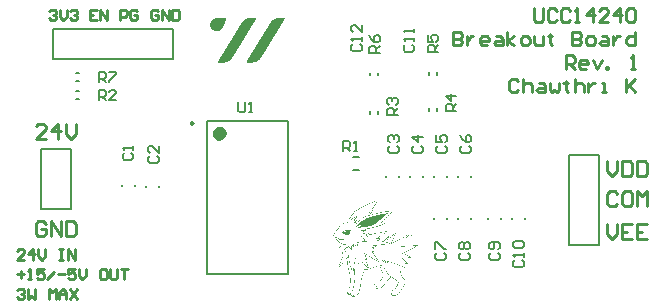
<source format=gto>
G04*
G04 #@! TF.GenerationSoftware,Altium Limited,Altium Designer,21.6.4 (81)*
G04*
G04 Layer_Color=65535*
%FSLAX25Y25*%
%MOIN*%
G70*
G04*
G04 #@! TF.SameCoordinates,13C5D553-5763-431C-9762-CD72675E1F57*
G04*
G04*
G04 #@! TF.FilePolarity,Positive*
G04*
G01*
G75*
%ADD10C,0.02362*%
%ADD11C,0.00984*%
%ADD12C,0.00787*%
%ADD13C,0.01000*%
%ADD14C,0.00700*%
G36*
X306142Y378731D02*
X306615D01*
Y378702D01*
X306674D01*
Y378643D01*
X306704D01*
Y378524D01*
X306674D01*
Y378376D01*
X306645D01*
Y378288D01*
X306615D01*
Y378169D01*
X306586D01*
Y378080D01*
X306556D01*
Y378021D01*
X306526D01*
Y377932D01*
X306497D01*
Y377873D01*
X306467D01*
Y377784D01*
X306438D01*
Y377696D01*
X306408D01*
Y377636D01*
X306378D01*
Y377548D01*
X306349D01*
Y377488D01*
X306319D01*
Y377400D01*
X306290D01*
Y377340D01*
X306260D01*
Y377252D01*
X306230D01*
Y377192D01*
X306201D01*
Y377104D01*
X306171D01*
Y377044D01*
X306142D01*
Y376985D01*
X306112D01*
Y376896D01*
X306083D01*
Y376837D01*
X306053D01*
Y376778D01*
X306023D01*
Y376689D01*
X305994D01*
Y376630D01*
X305964D01*
Y376571D01*
X305935D01*
Y376512D01*
X305905D01*
Y376452D01*
X305875D01*
Y376393D01*
X305846D01*
Y376334D01*
X305816D01*
Y376245D01*
X305786D01*
Y376186D01*
X305757D01*
Y376127D01*
X305727D01*
Y376068D01*
X305698D01*
Y376038D01*
X305668D01*
Y375979D01*
X305639D01*
Y375920D01*
X305609D01*
Y375861D01*
X305579D01*
Y375801D01*
X305550D01*
Y375742D01*
X305520D01*
Y375683D01*
X305490D01*
Y375653D01*
X305461D01*
Y375594D01*
X305431D01*
Y375535D01*
X305402D01*
Y375505D01*
X305372D01*
Y375446D01*
X305343D01*
Y375387D01*
X305313D01*
Y375357D01*
X305283D01*
Y375298D01*
X305254D01*
Y375269D01*
X305224D01*
Y375209D01*
X305194D01*
Y375180D01*
X305165D01*
Y375120D01*
X305135D01*
Y375091D01*
X305106D01*
Y375061D01*
X305076D01*
Y375002D01*
X305047D01*
Y374973D01*
X305017D01*
Y374943D01*
X304987D01*
Y374913D01*
X304958D01*
Y374884D01*
X304928D01*
Y374854D01*
X304899D01*
Y374825D01*
X304869D01*
Y374795D01*
X304839D01*
Y374765D01*
X304810D01*
Y374736D01*
X304780D01*
Y374706D01*
X304721D01*
Y374676D01*
X304691D01*
Y374647D01*
X304632D01*
Y374617D01*
X304573D01*
Y374588D01*
X304543D01*
Y374558D01*
X304484D01*
Y374529D01*
X304425D01*
Y374499D01*
X304336D01*
Y374469D01*
X304277D01*
Y374440D01*
X304188D01*
Y374410D01*
X304099D01*
Y374380D01*
X303981D01*
Y374351D01*
X303833D01*
Y374321D01*
X303123D01*
Y374351D01*
X302975D01*
Y374380D01*
X302856D01*
Y374410D01*
X302767D01*
Y374440D01*
X302679D01*
Y374469D01*
X302619D01*
Y374499D01*
X302560D01*
Y374529D01*
X302501D01*
Y374558D01*
X302442D01*
Y374588D01*
X302383D01*
Y374617D01*
X302324D01*
Y374647D01*
X302294D01*
Y374676D01*
X302235D01*
Y374706D01*
X302205D01*
Y374736D01*
X302146D01*
Y374765D01*
X302116D01*
Y374795D01*
X302087D01*
Y374825D01*
X302057D01*
Y374854D01*
X301998D01*
Y374884D01*
X301968D01*
Y374913D01*
X301939D01*
Y374943D01*
X301909D01*
Y374973D01*
X301880D01*
Y375002D01*
X301850D01*
Y375032D01*
X301820D01*
Y375061D01*
X301791D01*
Y375120D01*
X301761D01*
Y375150D01*
X301731D01*
Y375180D01*
X301702D01*
Y375239D01*
X301672D01*
Y375269D01*
X301643D01*
Y375328D01*
X301613D01*
Y375357D01*
X301584D01*
Y375416D01*
X301554D01*
Y375476D01*
X301524D01*
Y375505D01*
X301495D01*
Y375594D01*
X301465D01*
Y375653D01*
X301435D01*
Y375712D01*
X301406D01*
Y375801D01*
X301376D01*
Y375890D01*
X301347D01*
Y376008D01*
X301317D01*
Y376186D01*
X301288D01*
Y376600D01*
X301317D01*
Y376837D01*
X301347D01*
Y376985D01*
X301376D01*
Y377104D01*
X301406D01*
Y377192D01*
X301435D01*
Y377281D01*
X301465D01*
Y377370D01*
X301495D01*
Y377429D01*
X301524D01*
Y377518D01*
X301554D01*
Y377577D01*
X301584D01*
Y377636D01*
X301613D01*
Y377666D01*
X301643D01*
Y377725D01*
X301672D01*
Y377784D01*
X301702D01*
Y377814D01*
X301731D01*
Y377844D01*
X301761D01*
Y377873D01*
X301791D01*
Y377932D01*
X301820D01*
Y377962D01*
X301850D01*
Y377992D01*
X301880D01*
Y378021D01*
X301909D01*
Y378051D01*
X301939D01*
Y378080D01*
X301968D01*
Y378110D01*
X301998D01*
Y378139D01*
X302057D01*
Y378169D01*
X302087D01*
Y378199D01*
X302116D01*
Y378228D01*
X302146D01*
Y378258D01*
X302175D01*
Y378288D01*
X302235D01*
Y378317D01*
X302264D01*
Y378347D01*
X302324D01*
Y378376D01*
X302383D01*
Y378406D01*
X302442D01*
Y378435D01*
X302501D01*
Y378465D01*
X302590D01*
Y378495D01*
X302679D01*
Y378524D01*
X302797D01*
Y378554D01*
X302915D01*
Y378584D01*
X303063D01*
Y378613D01*
X303211D01*
Y378643D01*
X303419D01*
Y378672D01*
X303655D01*
Y378702D01*
X303981D01*
Y378731D01*
X304425D01*
Y378761D01*
X306142D01*
Y378731D01*
D02*
G37*
G36*
X325943Y378761D02*
X326120D01*
Y378731D01*
X326180D01*
Y378702D01*
X326209D01*
Y378643D01*
X326239D01*
Y378613D01*
X326209D01*
Y378495D01*
X326180D01*
Y378465D01*
X326150D01*
Y378406D01*
X326120D01*
Y378347D01*
X326091D01*
Y378317D01*
X326061D01*
Y378258D01*
X326032D01*
Y378199D01*
X326002D01*
Y378139D01*
X325973D01*
Y378110D01*
X325943D01*
Y378051D01*
X325913D01*
Y377992D01*
X325884D01*
Y377962D01*
X325854D01*
Y377903D01*
X325824D01*
Y377844D01*
X325795D01*
Y377814D01*
X325765D01*
Y377755D01*
X325736D01*
Y377696D01*
X325706D01*
Y377666D01*
X325676D01*
Y377607D01*
X325647D01*
Y377577D01*
X325617D01*
Y377518D01*
X325588D01*
Y377459D01*
X325558D01*
Y377429D01*
X325529D01*
Y377370D01*
X325499D01*
Y377311D01*
X325469D01*
Y377281D01*
X325440D01*
Y377222D01*
X325410D01*
Y377163D01*
X325380D01*
Y377133D01*
X325351D01*
Y377074D01*
X325321D01*
Y377015D01*
X325292D01*
Y376985D01*
X325262D01*
Y376926D01*
X325233D01*
Y376867D01*
X325203D01*
Y376837D01*
X325173D01*
Y376778D01*
X325144D01*
Y376719D01*
X325114D01*
Y376689D01*
X325085D01*
Y376630D01*
X325055D01*
Y376571D01*
X325025D01*
Y376541D01*
X324996D01*
Y376482D01*
X324966D01*
Y376423D01*
X324937D01*
Y376393D01*
X324907D01*
Y376334D01*
X324877D01*
Y376304D01*
X324848D01*
Y376245D01*
X324818D01*
Y376186D01*
X324789D01*
Y376156D01*
X324759D01*
Y376097D01*
X324729D01*
Y376038D01*
X324700D01*
Y376008D01*
X324670D01*
Y375949D01*
X324641D01*
Y375890D01*
X324611D01*
Y375861D01*
X324581D01*
Y375801D01*
X324552D01*
Y375772D01*
X324522D01*
Y375712D01*
X324493D01*
Y375653D01*
X324463D01*
Y375624D01*
X324433D01*
Y375565D01*
X324404D01*
Y375505D01*
X324374D01*
Y375476D01*
X324345D01*
Y375416D01*
X324315D01*
Y375357D01*
X324285D01*
Y375328D01*
X324256D01*
Y375269D01*
X324226D01*
Y375209D01*
X324197D01*
Y375180D01*
X324167D01*
Y375120D01*
X324137D01*
Y375091D01*
X324108D01*
Y375032D01*
X324078D01*
Y374973D01*
X324049D01*
Y374943D01*
X324019D01*
Y374884D01*
X323989D01*
Y374825D01*
X323960D01*
Y374795D01*
X323930D01*
Y374736D01*
X323901D01*
Y374676D01*
X323871D01*
Y374647D01*
X323841D01*
Y374588D01*
X323812D01*
Y374529D01*
X323782D01*
Y374499D01*
X323753D01*
Y374440D01*
X323723D01*
Y374410D01*
X323693D01*
Y374351D01*
X323664D01*
Y374292D01*
X323634D01*
Y374262D01*
X323605D01*
Y374203D01*
X323575D01*
Y374144D01*
X323546D01*
Y374114D01*
X323516D01*
Y374055D01*
X323486D01*
Y373996D01*
X323457D01*
Y373966D01*
X323427D01*
Y373907D01*
X323397D01*
Y373877D01*
X323368D01*
Y373818D01*
X323338D01*
Y373759D01*
X323309D01*
Y373729D01*
X323279D01*
Y373670D01*
X323250D01*
Y373611D01*
X323220D01*
Y373581D01*
X323190D01*
Y373522D01*
X323161D01*
Y373463D01*
X323131D01*
Y373433D01*
X323101D01*
Y373374D01*
X323072D01*
Y373315D01*
X323042D01*
Y373285D01*
X323013D01*
Y373226D01*
X322983D01*
Y373197D01*
X322954D01*
Y373137D01*
X322924D01*
Y373078D01*
X322894D01*
Y373049D01*
X322865D01*
Y372989D01*
X322835D01*
Y372930D01*
X322806D01*
Y372901D01*
X322776D01*
Y372841D01*
X322746D01*
Y372782D01*
X322717D01*
Y372753D01*
X322687D01*
Y372693D01*
X322657D01*
Y372634D01*
X322628D01*
Y372605D01*
X322598D01*
Y372545D01*
X322569D01*
Y372516D01*
X322539D01*
Y372457D01*
X322510D01*
Y372397D01*
X322480D01*
Y372368D01*
X322450D01*
Y372309D01*
X322421D01*
Y372250D01*
X322391D01*
Y372220D01*
X322361D01*
Y372161D01*
X322332D01*
Y372101D01*
X322302D01*
Y372072D01*
X322273D01*
Y372013D01*
X322243D01*
Y371983D01*
X322214D01*
Y371924D01*
X322184D01*
Y371865D01*
X322154D01*
Y371835D01*
X322125D01*
Y371776D01*
X322095D01*
Y371717D01*
X322065D01*
Y371687D01*
X322036D01*
Y371628D01*
X322006D01*
Y371598D01*
X321977D01*
Y371539D01*
X321947D01*
Y371480D01*
X321918D01*
Y371450D01*
X321888D01*
Y371391D01*
X321858D01*
Y371332D01*
X321829D01*
Y371302D01*
X321799D01*
Y371243D01*
X321770D01*
Y371184D01*
X321740D01*
Y371154D01*
X321710D01*
Y371095D01*
X321681D01*
Y371065D01*
X321651D01*
Y371006D01*
X321622D01*
Y370947D01*
X321592D01*
Y370918D01*
X321562D01*
Y370858D01*
X321533D01*
Y370799D01*
X321503D01*
Y370770D01*
X321474D01*
Y370710D01*
X321444D01*
Y370651D01*
X321414D01*
Y370622D01*
X321385D01*
Y370562D01*
X321355D01*
Y370533D01*
X321326D01*
Y370474D01*
X321296D01*
Y370414D01*
X321266D01*
Y370385D01*
X321237D01*
Y370326D01*
X321207D01*
Y370266D01*
X321178D01*
Y370237D01*
X321148D01*
Y370178D01*
X321118D01*
Y370148D01*
X321089D01*
Y370089D01*
X321059D01*
Y370030D01*
X321030D01*
Y370000D01*
X321000D01*
Y369941D01*
X320970D01*
Y369882D01*
X320941D01*
Y369852D01*
X320911D01*
Y369793D01*
X320882D01*
Y369734D01*
X320852D01*
Y369704D01*
X320822D01*
Y369645D01*
X320793D01*
Y369615D01*
X320763D01*
Y369556D01*
X320734D01*
Y369497D01*
X320704D01*
Y369467D01*
X320674D01*
Y369408D01*
X320645D01*
Y369349D01*
X320615D01*
Y369319D01*
X320586D01*
Y369260D01*
X320556D01*
Y369230D01*
X320526D01*
Y369171D01*
X320497D01*
Y369112D01*
X320467D01*
Y369082D01*
X320438D01*
Y369023D01*
X320408D01*
Y368964D01*
X320378D01*
Y368934D01*
X320349D01*
Y368875D01*
X320319D01*
Y368816D01*
X320290D01*
Y368787D01*
X320260D01*
Y368727D01*
X320230D01*
Y368698D01*
X320201D01*
Y368638D01*
X320171D01*
Y368579D01*
X320142D01*
Y368550D01*
X320112D01*
Y368491D01*
X320082D01*
Y368431D01*
X320053D01*
Y368402D01*
X320023D01*
Y368342D01*
X319994D01*
Y368283D01*
X319964D01*
Y368254D01*
X319935D01*
Y368195D01*
X319905D01*
Y368165D01*
X319875D01*
Y368106D01*
X319846D01*
Y368046D01*
X319816D01*
Y368017D01*
X319787D01*
Y367958D01*
X319757D01*
Y367899D01*
X319727D01*
Y367869D01*
X319698D01*
Y367810D01*
X319668D01*
Y367780D01*
X319638D01*
Y367721D01*
X319609D01*
Y367662D01*
X319579D01*
Y367632D01*
X319550D01*
Y367573D01*
X319520D01*
Y367514D01*
X319491D01*
Y367484D01*
X319461D01*
Y367425D01*
X319431D01*
Y367395D01*
X319402D01*
Y367336D01*
X319372D01*
Y367277D01*
X319342D01*
Y367247D01*
X319313D01*
Y367188D01*
X319283D01*
Y367129D01*
X319254D01*
Y367099D01*
X319224D01*
Y367040D01*
X319195D01*
Y367011D01*
X319165D01*
Y366951D01*
X319135D01*
Y366892D01*
X319106D01*
Y366863D01*
X319076D01*
Y366803D01*
X319046D01*
Y366744D01*
X319017D01*
Y366715D01*
X318987D01*
Y366655D01*
X318958D01*
Y366626D01*
X318928D01*
Y366567D01*
X318899D01*
Y366507D01*
X318869D01*
Y366478D01*
X318839D01*
Y366419D01*
X318810D01*
Y366359D01*
X318780D01*
Y366330D01*
X318751D01*
Y366271D01*
X318721D01*
Y366241D01*
X318691D01*
Y366182D01*
X318662D01*
Y366123D01*
X318632D01*
Y366093D01*
X318602D01*
Y366034D01*
X318573D01*
Y366004D01*
X318543D01*
Y365945D01*
X318514D01*
Y365886D01*
X318484D01*
Y365856D01*
X318455D01*
Y365797D01*
X318425D01*
Y365767D01*
X318395D01*
Y365708D01*
X318366D01*
Y365649D01*
X318336D01*
Y365619D01*
X318307D01*
Y365560D01*
X318277D01*
Y365531D01*
X318247D01*
Y365472D01*
X318218D01*
Y365442D01*
X318188D01*
Y365383D01*
X318159D01*
Y365353D01*
X318129D01*
Y365294D01*
X318099D01*
Y365264D01*
X318070D01*
Y365235D01*
X318040D01*
Y365176D01*
X318011D01*
Y365146D01*
X317981D01*
Y365116D01*
X317951D01*
Y365087D01*
X317922D01*
Y365057D01*
X317892D01*
Y365027D01*
X317863D01*
Y364998D01*
X317833D01*
Y364939D01*
X317803D01*
Y364909D01*
X317774D01*
Y364879D01*
X317744D01*
Y364850D01*
X317685D01*
Y364820D01*
X317655D01*
Y364791D01*
X317626D01*
Y364761D01*
X317596D01*
Y364732D01*
X317567D01*
Y364702D01*
X317537D01*
Y364672D01*
X317507D01*
Y364643D01*
X317448D01*
Y364613D01*
X317419D01*
Y364583D01*
X317389D01*
Y364554D01*
X317330D01*
Y364524D01*
X317300D01*
Y364495D01*
X317271D01*
Y364465D01*
X317211D01*
Y364436D01*
X317182D01*
Y364406D01*
X317123D01*
Y364376D01*
X317063D01*
Y364347D01*
X317034D01*
Y364317D01*
X316975D01*
Y364287D01*
X316915D01*
Y364258D01*
X316856D01*
Y364228D01*
X316797D01*
Y364199D01*
X316738D01*
Y364169D01*
X316679D01*
Y364140D01*
X316590D01*
Y364110D01*
X316531D01*
Y364080D01*
X316442D01*
Y364051D01*
X316353D01*
Y364021D01*
X316264D01*
Y363991D01*
X316146D01*
Y363962D01*
X316027D01*
Y363932D01*
X315880D01*
Y363903D01*
X315702D01*
Y363873D01*
X315140D01*
Y363844D01*
X313512D01*
Y363873D01*
X313393D01*
Y363903D01*
X313364D01*
Y363962D01*
X313334D01*
Y364021D01*
X313364D01*
Y364110D01*
X313393D01*
Y364169D01*
X313423D01*
Y364199D01*
X313452D01*
Y364258D01*
X313482D01*
Y364317D01*
X313512D01*
Y364347D01*
X313541D01*
Y364406D01*
X313571D01*
Y364465D01*
X313600D01*
Y364495D01*
X313630D01*
Y364554D01*
X313660D01*
Y364583D01*
X313689D01*
Y364643D01*
X313719D01*
Y364702D01*
X313748D01*
Y364732D01*
X313778D01*
Y364791D01*
X313808D01*
Y364850D01*
X313837D01*
Y364879D01*
X313867D01*
Y364939D01*
X313896D01*
Y364998D01*
X313926D01*
Y365027D01*
X313956D01*
Y365087D01*
X313985D01*
Y365146D01*
X314015D01*
Y365176D01*
X314044D01*
Y365235D01*
X314074D01*
Y365264D01*
X314104D01*
Y365323D01*
X314133D01*
Y365383D01*
X314163D01*
Y365412D01*
X314192D01*
Y365472D01*
X314222D01*
Y365531D01*
X314252D01*
Y365560D01*
X314281D01*
Y365619D01*
X314311D01*
Y365679D01*
X314340D01*
Y365708D01*
X314370D01*
Y365767D01*
X314400D01*
Y365797D01*
X314429D01*
Y365856D01*
X314459D01*
Y365915D01*
X314488D01*
Y365945D01*
X314518D01*
Y366004D01*
X314548D01*
Y366063D01*
X314577D01*
Y366093D01*
X314607D01*
Y366152D01*
X314636D01*
Y366211D01*
X314666D01*
Y366241D01*
X314696D01*
Y366300D01*
X314725D01*
Y366359D01*
X314755D01*
Y366389D01*
X314784D01*
Y366448D01*
X314814D01*
Y366478D01*
X314844D01*
Y366537D01*
X314873D01*
Y366596D01*
X314903D01*
Y366626D01*
X314932D01*
Y366685D01*
X314962D01*
Y366744D01*
X314991D01*
Y366774D01*
X315021D01*
Y366833D01*
X315051D01*
Y366892D01*
X315080D01*
Y366922D01*
X315110D01*
Y366981D01*
X315140D01*
Y367040D01*
X315169D01*
Y367070D01*
X315199D01*
Y367129D01*
X315228D01*
Y367159D01*
X315258D01*
Y367218D01*
X315287D01*
Y367277D01*
X315317D01*
Y367307D01*
X315347D01*
Y367366D01*
X315376D01*
Y367425D01*
X315406D01*
Y367455D01*
X315436D01*
Y367514D01*
X315465D01*
Y367573D01*
X315495D01*
Y367602D01*
X315524D01*
Y367662D01*
X315554D01*
Y367691D01*
X315583D01*
Y367751D01*
X315613D01*
Y367810D01*
X315643D01*
Y367839D01*
X315672D01*
Y367899D01*
X315702D01*
Y367958D01*
X315732D01*
Y367987D01*
X315761D01*
Y368046D01*
X315791D01*
Y368106D01*
X315820D01*
Y368135D01*
X315850D01*
Y368195D01*
X315880D01*
Y368224D01*
X315909D01*
Y368283D01*
X315939D01*
Y368342D01*
X315968D01*
Y368372D01*
X315998D01*
Y368431D01*
X316027D01*
Y368491D01*
X316057D01*
Y368520D01*
X316087D01*
Y368579D01*
X316116D01*
Y368638D01*
X316146D01*
Y368668D01*
X316176D01*
Y368727D01*
X316205D01*
Y368787D01*
X316235D01*
Y368816D01*
X316264D01*
Y368875D01*
X316294D01*
Y368905D01*
X316323D01*
Y368964D01*
X316353D01*
Y369023D01*
X316383D01*
Y369053D01*
X316412D01*
Y369112D01*
X316442D01*
Y369171D01*
X316472D01*
Y369201D01*
X316501D01*
Y369260D01*
X316531D01*
Y369319D01*
X316560D01*
Y369349D01*
X316590D01*
Y369408D01*
X316619D01*
Y369467D01*
X316649D01*
Y369497D01*
X316679D01*
Y369556D01*
X316708D01*
Y369586D01*
X316738D01*
Y369645D01*
X316767D01*
Y369704D01*
X316797D01*
Y369734D01*
X316827D01*
Y369793D01*
X316856D01*
Y369852D01*
X316886D01*
Y369882D01*
X316915D01*
Y369941D01*
X316945D01*
Y370000D01*
X316975D01*
Y370030D01*
X317004D01*
Y370089D01*
X317034D01*
Y370118D01*
X317063D01*
Y370178D01*
X317093D01*
Y370237D01*
X317123D01*
Y370266D01*
X317152D01*
Y370326D01*
X317182D01*
Y370385D01*
X317211D01*
Y370414D01*
X317241D01*
Y370474D01*
X317271D01*
Y370533D01*
X317300D01*
Y370562D01*
X317330D01*
Y370622D01*
X317359D01*
Y370681D01*
X317389D01*
Y370710D01*
X317419D01*
Y370770D01*
X317448D01*
Y370799D01*
X317478D01*
Y370858D01*
X317507D01*
Y370918D01*
X317537D01*
Y370947D01*
X317567D01*
Y371006D01*
X317596D01*
Y371036D01*
X317626D01*
Y371095D01*
X317655D01*
Y371154D01*
X317685D01*
Y371184D01*
X317715D01*
Y371243D01*
X317744D01*
Y371273D01*
X317774D01*
Y371332D01*
X317803D01*
Y371391D01*
X317833D01*
Y371421D01*
X317863D01*
Y371480D01*
X317892D01*
Y371539D01*
X317922D01*
Y371569D01*
X317951D01*
Y371628D01*
X317981D01*
Y371657D01*
X318011D01*
Y371717D01*
X318040D01*
Y371776D01*
X318070D01*
Y371806D01*
X318099D01*
Y371865D01*
X318129D01*
Y371894D01*
X318159D01*
Y371954D01*
X318188D01*
Y372013D01*
X318218D01*
Y372042D01*
X318247D01*
Y372101D01*
X318277D01*
Y372131D01*
X318307D01*
Y372190D01*
X318336D01*
Y372250D01*
X318366D01*
Y372279D01*
X318395D01*
Y372338D01*
X318425D01*
Y372397D01*
X318455D01*
Y372427D01*
X318484D01*
Y372486D01*
X318514D01*
Y372516D01*
X318543D01*
Y372575D01*
X318573D01*
Y372634D01*
X318602D01*
Y372664D01*
X318632D01*
Y372723D01*
X318662D01*
Y372753D01*
X318691D01*
Y372812D01*
X318721D01*
Y372871D01*
X318751D01*
Y372901D01*
X318780D01*
Y372960D01*
X318810D01*
Y372989D01*
X318839D01*
Y373049D01*
X318869D01*
Y373108D01*
X318899D01*
Y373137D01*
X318928D01*
Y373197D01*
X318958D01*
Y373256D01*
X318987D01*
Y373285D01*
X319017D01*
Y373345D01*
X319046D01*
Y373374D01*
X319076D01*
Y373433D01*
X319106D01*
Y373493D01*
X319135D01*
Y373522D01*
X319165D01*
Y373581D01*
X319195D01*
Y373611D01*
X319224D01*
Y373670D01*
X319254D01*
Y373729D01*
X319283D01*
Y373759D01*
X319313D01*
Y373818D01*
X319342D01*
Y373848D01*
X319372D01*
Y373907D01*
X319402D01*
Y373966D01*
X319431D01*
Y373996D01*
X319461D01*
Y374055D01*
X319491D01*
Y374114D01*
X319520D01*
Y374144D01*
X319550D01*
Y374203D01*
X319579D01*
Y374233D01*
X319609D01*
Y374292D01*
X319638D01*
Y374351D01*
X319668D01*
Y374380D01*
X319698D01*
Y374440D01*
X319727D01*
Y374469D01*
X319757D01*
Y374529D01*
X319787D01*
Y374588D01*
X319816D01*
Y374617D01*
X319846D01*
Y374676D01*
X319875D01*
Y374706D01*
X319905D01*
Y374765D01*
X319935D01*
Y374825D01*
X319964D01*
Y374854D01*
X319994D01*
Y374913D01*
X320023D01*
Y374973D01*
X320053D01*
Y375002D01*
X320082D01*
Y375061D01*
X320112D01*
Y375091D01*
X320142D01*
Y375150D01*
X320171D01*
Y375209D01*
X320201D01*
Y375239D01*
X320230D01*
Y375298D01*
X320260D01*
Y375328D01*
X320290D01*
Y375387D01*
X320319D01*
Y375446D01*
X320349D01*
Y375476D01*
X320378D01*
Y375535D01*
X320408D01*
Y375594D01*
X320438D01*
Y375624D01*
X320467D01*
Y375683D01*
X320497D01*
Y375712D01*
X320526D01*
Y375772D01*
X320556D01*
Y375831D01*
X320586D01*
Y375861D01*
X320615D01*
Y375920D01*
X320645D01*
Y375949D01*
X320674D01*
Y376008D01*
X320704D01*
Y376068D01*
X320734D01*
Y376097D01*
X320763D01*
Y376156D01*
X320793D01*
Y376186D01*
X320822D01*
Y376245D01*
X320852D01*
Y376304D01*
X320882D01*
Y376334D01*
X320911D01*
Y376393D01*
X320941D01*
Y376423D01*
X320970D01*
Y376482D01*
X321000D01*
Y376541D01*
X321030D01*
Y376571D01*
X321059D01*
Y376630D01*
X321089D01*
Y376689D01*
X321118D01*
Y376719D01*
X321148D01*
Y376778D01*
X321178D01*
Y376808D01*
X321207D01*
Y376867D01*
X321237D01*
Y376896D01*
Y376926D01*
X321266D01*
Y376956D01*
X321296D01*
Y377015D01*
X321326D01*
Y377044D01*
X321355D01*
Y377104D01*
X321385D01*
Y377163D01*
X321414D01*
Y377192D01*
X321444D01*
Y377252D01*
X321474D01*
Y377281D01*
X321503D01*
Y377340D01*
X321533D01*
Y377400D01*
X321562D01*
Y377429D01*
X321592D01*
Y377488D01*
X321622D01*
Y377548D01*
X321651D01*
Y377577D01*
X321681D01*
Y377636D01*
X321710D01*
Y377666D01*
X321740D01*
Y377696D01*
X321770D01*
Y377725D01*
X321799D01*
Y377755D01*
X321829D01*
Y377784D01*
X321888D01*
Y377814D01*
X321918D01*
Y377844D01*
X321947D01*
Y377873D01*
X321977D01*
Y377903D01*
X322006D01*
Y377932D01*
X322036D01*
Y377962D01*
X322095D01*
Y377992D01*
X322125D01*
Y378021D01*
X322154D01*
Y378051D01*
X322214D01*
Y378080D01*
X322243D01*
Y378110D01*
X322273D01*
Y378139D01*
X322332D01*
Y378169D01*
X322361D01*
Y378199D01*
X322421D01*
Y378228D01*
X322480D01*
Y378258D01*
X322510D01*
Y378288D01*
X322569D01*
Y378317D01*
X322628D01*
Y378347D01*
X322687D01*
Y378376D01*
X322746D01*
Y378406D01*
X322806D01*
Y378435D01*
X322865D01*
Y378465D01*
X322924D01*
Y378495D01*
X323013D01*
Y378524D01*
X323072D01*
Y378554D01*
X323161D01*
Y378584D01*
X323250D01*
Y378613D01*
X323338D01*
Y378643D01*
X323457D01*
Y378672D01*
X323575D01*
Y378702D01*
X323723D01*
Y378731D01*
X323901D01*
Y378761D01*
X324670D01*
Y378791D01*
X325943D01*
Y378761D01*
D02*
G37*
G36*
X316472D02*
X316590D01*
Y378731D01*
X316619D01*
Y378702D01*
X316649D01*
Y378672D01*
X316679D01*
Y378613D01*
X316708D01*
Y378554D01*
X316679D01*
Y378524D01*
X316649D01*
Y378465D01*
X316619D01*
Y378435D01*
X316590D01*
Y378376D01*
X316560D01*
Y378317D01*
X316531D01*
Y378288D01*
X316501D01*
Y378228D01*
X316472D01*
Y378169D01*
X316442D01*
Y378139D01*
X316412D01*
Y378080D01*
X316383D01*
Y378021D01*
X316353D01*
Y377992D01*
X316323D01*
Y377932D01*
X316294D01*
Y377873D01*
X316264D01*
Y377844D01*
X316235D01*
Y377784D01*
X316205D01*
Y377755D01*
X316176D01*
Y377696D01*
X316146D01*
Y377636D01*
X316116D01*
Y377607D01*
X316087D01*
Y377548D01*
X316057D01*
Y377488D01*
X316027D01*
Y377459D01*
X315998D01*
Y377400D01*
X315968D01*
Y377340D01*
X315939D01*
Y377311D01*
X315909D01*
Y377252D01*
X315880D01*
Y377192D01*
X315850D01*
Y377163D01*
X315820D01*
Y377104D01*
X315791D01*
Y377044D01*
X315761D01*
Y377015D01*
X315732D01*
Y376956D01*
X315702D01*
Y376926D01*
X315672D01*
Y376867D01*
X315643D01*
Y376808D01*
X315613D01*
Y376778D01*
X315583D01*
Y376719D01*
X315554D01*
Y376660D01*
X315524D01*
Y376630D01*
X315495D01*
Y376571D01*
X315465D01*
Y376512D01*
X315436D01*
Y376482D01*
X315406D01*
Y376423D01*
X315376D01*
Y376364D01*
X315347D01*
Y376334D01*
X315317D01*
Y376275D01*
X315287D01*
Y376245D01*
X315258D01*
Y376186D01*
X315228D01*
Y376127D01*
X315199D01*
Y376097D01*
X315169D01*
Y376038D01*
X315140D01*
Y375979D01*
X315110D01*
Y375949D01*
X315080D01*
Y375890D01*
X315051D01*
Y375831D01*
X315021D01*
Y375801D01*
X314991D01*
Y375742D01*
X314962D01*
Y375712D01*
X314932D01*
Y375653D01*
X314903D01*
Y375594D01*
X314873D01*
Y375565D01*
X314844D01*
Y375505D01*
X314814D01*
Y375446D01*
X314784D01*
Y375416D01*
X314755D01*
Y375357D01*
X314725D01*
Y375298D01*
X314696D01*
Y375269D01*
X314666D01*
Y375209D01*
X314636D01*
Y375150D01*
X314607D01*
Y375120D01*
X314577D01*
Y375061D01*
X314548D01*
Y375032D01*
X314518D01*
Y374973D01*
X314488D01*
Y374913D01*
X314459D01*
Y374884D01*
X314429D01*
Y374825D01*
X314400D01*
Y374765D01*
X314370D01*
Y374736D01*
X314340D01*
Y374676D01*
X314311D01*
Y374617D01*
X314281D01*
Y374588D01*
X314252D01*
Y374529D01*
X314222D01*
Y374499D01*
X314192D01*
Y374440D01*
X314163D01*
Y374380D01*
X314133D01*
Y374351D01*
X314104D01*
Y374292D01*
X314074D01*
Y374233D01*
X314044D01*
Y374203D01*
X314015D01*
Y374144D01*
X313985D01*
Y374085D01*
X313956D01*
Y374055D01*
X313926D01*
Y373996D01*
X313896D01*
Y373966D01*
X313867D01*
Y373907D01*
X313837D01*
Y373848D01*
X313808D01*
Y373818D01*
X313778D01*
Y373759D01*
X313748D01*
Y373700D01*
X313719D01*
Y373670D01*
X313689D01*
Y373611D01*
X313660D01*
Y373552D01*
X313630D01*
Y373522D01*
X313600D01*
Y373463D01*
X313571D01*
Y373404D01*
X313541D01*
Y373374D01*
X313512D01*
Y373315D01*
X313482D01*
Y373285D01*
X313452D01*
Y373226D01*
X313423D01*
Y373167D01*
X313393D01*
Y373137D01*
X313364D01*
Y373078D01*
X313334D01*
Y373019D01*
X313304D01*
Y372989D01*
X313275D01*
Y372930D01*
X313245D01*
Y372871D01*
X313216D01*
Y372841D01*
X313186D01*
Y372782D01*
X313156D01*
Y372753D01*
X313127D01*
Y372693D01*
X313097D01*
Y372634D01*
X313068D01*
Y372605D01*
X313038D01*
Y372545D01*
X313008D01*
Y372486D01*
X312979D01*
Y372457D01*
X312949D01*
Y372397D01*
X312920D01*
Y372338D01*
X312890D01*
Y372309D01*
X312860D01*
Y372250D01*
X312831D01*
Y372220D01*
X312801D01*
Y372161D01*
X312772D01*
Y372101D01*
X312742D01*
Y372072D01*
X312713D01*
Y372013D01*
X312683D01*
Y371954D01*
X312653D01*
Y371924D01*
X312624D01*
Y371865D01*
X312594D01*
Y371806D01*
X312564D01*
Y371776D01*
X312535D01*
Y371717D01*
X312505D01*
Y371687D01*
X312476D01*
Y371628D01*
X312446D01*
Y371569D01*
X312417D01*
Y371539D01*
X312387D01*
Y371480D01*
X312357D01*
Y371421D01*
X312328D01*
Y371391D01*
X312298D01*
Y371332D01*
X312268D01*
Y371273D01*
X312239D01*
Y371243D01*
X312209D01*
Y371184D01*
X312180D01*
Y371154D01*
X312150D01*
Y371095D01*
X312121D01*
Y371036D01*
X312091D01*
Y371006D01*
X312061D01*
Y370947D01*
X312032D01*
Y370888D01*
X312002D01*
Y370858D01*
X311972D01*
Y370799D01*
X311943D01*
Y370770D01*
X311913D01*
Y370710D01*
X311884D01*
Y370651D01*
X311854D01*
Y370622D01*
X311824D01*
Y370562D01*
X311795D01*
Y370503D01*
X311765D01*
Y370474D01*
X311736D01*
Y370414D01*
X311706D01*
Y370355D01*
X311677D01*
Y370326D01*
X311647D01*
Y370266D01*
X311617D01*
Y370237D01*
X311588D01*
Y370178D01*
X311558D01*
Y370118D01*
X311528D01*
Y370089D01*
X311499D01*
Y370030D01*
X311469D01*
Y369970D01*
X311440D01*
Y369941D01*
X311410D01*
Y369882D01*
X311381D01*
Y369822D01*
X311351D01*
Y369793D01*
X311321D01*
Y369734D01*
X311292D01*
Y369704D01*
X311262D01*
Y369645D01*
X311232D01*
Y369586D01*
X311203D01*
Y369556D01*
X311173D01*
Y369497D01*
X311144D01*
Y369438D01*
X311114D01*
Y369408D01*
X311085D01*
Y369349D01*
X311055D01*
Y369319D01*
X311025D01*
Y369260D01*
X310996D01*
Y369201D01*
X310966D01*
Y369171D01*
X310937D01*
Y369112D01*
X310907D01*
Y369053D01*
X310877D01*
Y369023D01*
X310848D01*
Y368964D01*
X310818D01*
Y368934D01*
X310789D01*
Y368875D01*
X310759D01*
Y368816D01*
X310729D01*
Y368787D01*
X310700D01*
Y368727D01*
X310670D01*
Y368668D01*
X310641D01*
Y368638D01*
X310611D01*
Y368579D01*
X310581D01*
Y368550D01*
X310552D01*
Y368491D01*
X310522D01*
Y368431D01*
X310493D01*
Y368402D01*
X310463D01*
Y368342D01*
X310433D01*
Y368283D01*
X310404D01*
Y368254D01*
X310374D01*
Y368195D01*
X310345D01*
Y368165D01*
X310315D01*
Y368106D01*
X310285D01*
Y368046D01*
X310256D01*
Y368017D01*
X310226D01*
Y367958D01*
X310197D01*
Y367899D01*
X310167D01*
Y367869D01*
X310137D01*
Y367810D01*
X310108D01*
Y367780D01*
X310078D01*
Y367721D01*
X310049D01*
Y367662D01*
X310019D01*
Y367632D01*
X309989D01*
Y367573D01*
X309960D01*
Y367514D01*
X309930D01*
Y367484D01*
X309901D01*
Y367425D01*
X309871D01*
Y367395D01*
X309841D01*
Y367336D01*
X309812D01*
Y367277D01*
X309782D01*
Y367247D01*
X309753D01*
Y367188D01*
X309723D01*
Y367159D01*
X309693D01*
Y367099D01*
X309664D01*
Y367040D01*
X309634D01*
Y367011D01*
X309605D01*
Y366951D01*
X309575D01*
Y366892D01*
X309545D01*
Y366863D01*
X309516D01*
Y366803D01*
X309486D01*
Y366774D01*
X309457D01*
Y366715D01*
X309427D01*
Y366655D01*
X309398D01*
Y366626D01*
X309368D01*
Y366567D01*
X309338D01*
Y366537D01*
X309309D01*
Y366478D01*
X309279D01*
Y366419D01*
X309249D01*
Y366389D01*
X309220D01*
Y366330D01*
X309190D01*
Y366271D01*
X309161D01*
Y366241D01*
X309131D01*
Y366182D01*
X309102D01*
Y366152D01*
X309072D01*
Y366093D01*
X309042D01*
Y366063D01*
X309013D01*
Y366004D01*
X308983D01*
Y365945D01*
X308953D01*
Y365915D01*
X308924D01*
Y365856D01*
X308894D01*
Y365827D01*
X308865D01*
Y365767D01*
X308835D01*
Y365708D01*
X308805D01*
Y365679D01*
X308776D01*
Y365619D01*
X308746D01*
Y365590D01*
X308717D01*
Y365531D01*
X308687D01*
Y365501D01*
X308658D01*
Y365442D01*
X308628D01*
Y365412D01*
X308598D01*
Y365353D01*
X308569D01*
Y365323D01*
X308539D01*
Y365294D01*
X308509D01*
Y365235D01*
X308480D01*
Y365205D01*
X308450D01*
Y365176D01*
X308421D01*
Y365146D01*
X308391D01*
Y365087D01*
X308362D01*
Y365057D01*
X308332D01*
Y365027D01*
X308302D01*
Y364998D01*
X308273D01*
Y364968D01*
X308243D01*
Y364939D01*
X308213D01*
Y364909D01*
X308184D01*
Y364879D01*
X308154D01*
Y364850D01*
X308125D01*
Y364820D01*
X308095D01*
Y364791D01*
X308066D01*
Y364761D01*
X308036D01*
Y364732D01*
X308006D01*
Y364702D01*
X307977D01*
Y364672D01*
X307947D01*
Y364643D01*
X307888D01*
Y364613D01*
X307858D01*
Y364583D01*
X307829D01*
Y364554D01*
X307769D01*
Y364524D01*
X307740D01*
Y364495D01*
X307710D01*
Y364465D01*
X307651D01*
Y364436D01*
X307622D01*
Y364406D01*
X307562D01*
Y364376D01*
X307533D01*
Y364347D01*
X307474D01*
Y364317D01*
X307414D01*
Y364287D01*
X307385D01*
Y364258D01*
X307326D01*
Y364228D01*
X307266D01*
Y364199D01*
X307207D01*
Y364169D01*
X307148D01*
Y364140D01*
X307059D01*
Y364110D01*
X307000D01*
Y364080D01*
X306911D01*
Y364051D01*
X306852D01*
Y364021D01*
X306763D01*
Y363991D01*
X306645D01*
Y363962D01*
X306526D01*
Y363932D01*
X306408D01*
Y363903D01*
X306171D01*
Y363873D01*
X305698D01*
Y363844D01*
X303981D01*
Y363873D01*
X303922D01*
Y363903D01*
X303863D01*
Y363962D01*
X303833D01*
Y363991D01*
X303803D01*
Y364021D01*
X303833D01*
Y364110D01*
X303863D01*
Y364169D01*
X303892D01*
Y364228D01*
X303922D01*
Y364258D01*
X303951D01*
Y364317D01*
X303981D01*
Y364347D01*
X304011D01*
Y364406D01*
X304040D01*
Y364465D01*
X304070D01*
Y364495D01*
X304099D01*
Y364554D01*
X304129D01*
Y364613D01*
X304159D01*
Y364643D01*
X304188D01*
Y364702D01*
X304218D01*
Y364761D01*
X304247D01*
Y364791D01*
X304277D01*
Y364850D01*
X304307D01*
Y364879D01*
X304336D01*
Y364939D01*
X304366D01*
Y364998D01*
X304395D01*
Y365027D01*
X304425D01*
Y365087D01*
X304454D01*
Y365146D01*
X304484D01*
Y365176D01*
X304514D01*
Y365235D01*
X304543D01*
Y365294D01*
X304573D01*
Y365323D01*
X304603D01*
Y365383D01*
X304632D01*
Y365412D01*
X304662D01*
Y365472D01*
X304691D01*
Y365531D01*
X304721D01*
Y365560D01*
X304750D01*
Y365619D01*
X304780D01*
Y365679D01*
X304810D01*
Y365708D01*
X304839D01*
Y365767D01*
X304869D01*
Y365797D01*
X304899D01*
Y365856D01*
X304928D01*
Y365915D01*
X304958D01*
Y365945D01*
X304987D01*
Y366004D01*
X305017D01*
Y366063D01*
X305047D01*
Y366093D01*
X305076D01*
Y366152D01*
X305106D01*
Y366211D01*
X305135D01*
Y366241D01*
X305165D01*
Y366300D01*
X305194D01*
Y366330D01*
X305224D01*
Y366389D01*
X305254D01*
Y366448D01*
X305283D01*
Y366478D01*
X305313D01*
Y366537D01*
X305343D01*
Y366596D01*
X305372D01*
Y366626D01*
X305402D01*
Y366685D01*
X305431D01*
Y366744D01*
X305461D01*
Y366774D01*
X305490D01*
Y366833D01*
X305520D01*
Y366863D01*
X305550D01*
Y366922D01*
X305579D01*
Y366981D01*
X305609D01*
Y367011D01*
X305639D01*
Y367070D01*
X305668D01*
Y367129D01*
X305698D01*
Y367159D01*
X305727D01*
Y367218D01*
X305757D01*
Y367277D01*
X305786D01*
Y367307D01*
X305816D01*
Y367366D01*
X305846D01*
Y367395D01*
X305875D01*
Y367455D01*
X305905D01*
Y367514D01*
X305935D01*
Y367543D01*
X305964D01*
Y367602D01*
X305994D01*
Y367662D01*
X306023D01*
Y367691D01*
X306053D01*
Y367751D01*
X306083D01*
Y367810D01*
X306112D01*
Y367839D01*
X306142D01*
Y367899D01*
X306171D01*
Y367958D01*
X306201D01*
Y367987D01*
X306230D01*
Y368046D01*
X306260D01*
Y368076D01*
X306290D01*
Y368135D01*
X306319D01*
Y368195D01*
X306349D01*
Y368224D01*
X306378D01*
Y368283D01*
X306408D01*
Y368342D01*
X306438D01*
Y368372D01*
X306467D01*
Y368431D01*
X306497D01*
Y368461D01*
X306526D01*
Y368520D01*
X306556D01*
Y368579D01*
X306586D01*
Y368609D01*
X306615D01*
Y368668D01*
X306645D01*
Y368727D01*
X306674D01*
Y368757D01*
X306704D01*
Y368816D01*
X306734D01*
Y368875D01*
X306763D01*
Y368905D01*
X306793D01*
Y368964D01*
X306822D01*
Y368994D01*
X306852D01*
Y369053D01*
X306882D01*
Y369112D01*
X306911D01*
Y369142D01*
X306941D01*
Y369201D01*
X306970D01*
Y369260D01*
X307000D01*
Y369290D01*
X307030D01*
Y369349D01*
X307059D01*
Y369408D01*
X307089D01*
Y369438D01*
X307118D01*
Y369497D01*
X307148D01*
Y369526D01*
X307178D01*
Y369586D01*
X307207D01*
Y369645D01*
X307237D01*
Y369674D01*
X307266D01*
Y369734D01*
X307296D01*
Y369793D01*
X307326D01*
Y369822D01*
X307355D01*
Y369882D01*
X307385D01*
Y369941D01*
X307414D01*
Y369970D01*
X307444D01*
Y370030D01*
X307474D01*
Y370059D01*
X307503D01*
Y370118D01*
X307533D01*
Y370178D01*
X307562D01*
Y370207D01*
X307592D01*
Y370266D01*
X307622D01*
Y370326D01*
X307651D01*
Y370355D01*
X307681D01*
Y370414D01*
X307710D01*
Y370474D01*
X307740D01*
Y370503D01*
X307769D01*
Y370562D01*
X307799D01*
Y370592D01*
X307829D01*
Y370651D01*
X307858D01*
Y370710D01*
X307888D01*
Y370740D01*
X307917D01*
Y370799D01*
X307947D01*
Y370858D01*
X307977D01*
Y370888D01*
X308006D01*
Y370947D01*
X308036D01*
Y371006D01*
X308066D01*
Y371036D01*
X308095D01*
Y371095D01*
X308125D01*
Y371125D01*
X308154D01*
Y371184D01*
X308184D01*
Y371243D01*
X308213D01*
Y371273D01*
X308243D01*
Y371332D01*
X308273D01*
Y371391D01*
X308302D01*
Y371421D01*
X308332D01*
Y371480D01*
X308362D01*
Y371539D01*
X308391D01*
Y371569D01*
X308421D01*
Y371628D01*
X308450D01*
Y371657D01*
X308480D01*
Y371717D01*
X308509D01*
Y371776D01*
X308539D01*
Y371806D01*
X308569D01*
Y371865D01*
X308598D01*
Y371924D01*
X308628D01*
Y371954D01*
X308658D01*
Y372013D01*
X308687D01*
Y372072D01*
X308717D01*
Y372101D01*
X308746D01*
Y372161D01*
X308776D01*
Y372190D01*
X308805D01*
Y372250D01*
X308835D01*
Y372309D01*
X308865D01*
Y372338D01*
X308894D01*
Y372397D01*
X308924D01*
Y372457D01*
X308953D01*
Y372486D01*
X308983D01*
Y372545D01*
X309013D01*
Y372575D01*
X309042D01*
Y372634D01*
X309072D01*
Y372693D01*
X309102D01*
Y372723D01*
X309131D01*
Y372782D01*
X309161D01*
Y372841D01*
X309190D01*
Y372871D01*
X309220D01*
Y372930D01*
X309249D01*
Y372989D01*
X309279D01*
Y373019D01*
X309309D01*
Y373078D01*
X309338D01*
Y373108D01*
X309368D01*
Y373167D01*
X309398D01*
Y373226D01*
X309427D01*
Y373256D01*
X309457D01*
Y373315D01*
X309486D01*
Y373374D01*
X309516D01*
Y373404D01*
X309545D01*
Y373463D01*
X309575D01*
Y373522D01*
X309605D01*
Y373552D01*
X309634D01*
Y373611D01*
X309664D01*
Y373641D01*
X309693D01*
Y373700D01*
X309723D01*
Y373759D01*
X309753D01*
Y373789D01*
X309782D01*
Y373848D01*
X309812D01*
Y373907D01*
X309841D01*
Y373937D01*
X309871D01*
Y373996D01*
X309901D01*
Y374025D01*
Y374055D01*
X309930D01*
Y374085D01*
X309960D01*
Y374144D01*
X309989D01*
Y374173D01*
X310019D01*
Y374233D01*
X310049D01*
Y374292D01*
X310078D01*
Y374321D01*
X310108D01*
Y374380D01*
X310137D01*
Y374440D01*
X310167D01*
Y374469D01*
X310197D01*
Y374529D01*
X310226D01*
Y374588D01*
X310256D01*
Y374617D01*
X310285D01*
Y374676D01*
X310315D01*
Y374706D01*
X310345D01*
Y374765D01*
X310374D01*
Y374825D01*
X310404D01*
Y374854D01*
X310433D01*
Y374913D01*
X310463D01*
Y374973D01*
X310493D01*
Y375002D01*
X310522D01*
Y375061D01*
X310552D01*
Y375120D01*
X310581D01*
Y375150D01*
X310611D01*
Y375209D01*
X310641D01*
Y375239D01*
X310670D01*
Y375298D01*
X310700D01*
Y375357D01*
X310729D01*
Y375387D01*
X310759D01*
Y375446D01*
X310789D01*
Y375505D01*
X310818D01*
Y375535D01*
X310848D01*
Y375594D01*
X310877D01*
Y375653D01*
X310907D01*
Y375683D01*
X310937D01*
Y375742D01*
X310966D01*
Y375772D01*
X310996D01*
Y375831D01*
X311025D01*
Y375890D01*
X311055D01*
Y375920D01*
X311085D01*
Y375979D01*
X311114D01*
Y376038D01*
X311144D01*
Y376068D01*
X311173D01*
Y376127D01*
X311203D01*
Y376186D01*
X311232D01*
Y376216D01*
X311262D01*
Y376275D01*
X311292D01*
Y376304D01*
X311321D01*
Y376364D01*
X311351D01*
Y376423D01*
X311381D01*
Y376452D01*
X311410D01*
Y376512D01*
X311440D01*
Y376571D01*
X311469D01*
Y376600D01*
X311499D01*
Y376660D01*
X311528D01*
Y376719D01*
X311558D01*
Y376748D01*
X311588D01*
Y376808D01*
X311617D01*
Y376837D01*
X311647D01*
Y376896D01*
X311677D01*
Y376956D01*
X311706D01*
Y376985D01*
X311736D01*
Y377044D01*
X311765D01*
Y377104D01*
X311795D01*
Y377133D01*
X311824D01*
Y377192D01*
X311854D01*
Y377222D01*
X311884D01*
Y377281D01*
X311913D01*
Y377311D01*
X311943D01*
Y377340D01*
X311972D01*
Y377400D01*
X312002D01*
Y377429D01*
X312032D01*
Y377459D01*
X312061D01*
Y377488D01*
X312091D01*
Y377518D01*
X312121D01*
Y377548D01*
X312150D01*
Y377607D01*
X312180D01*
Y377636D01*
X312209D01*
Y377666D01*
X312239D01*
Y377696D01*
X312268D01*
Y377725D01*
X312298D01*
Y377755D01*
X312328D01*
Y377784D01*
X312357D01*
Y377814D01*
X312417D01*
Y377844D01*
X312446D01*
Y377873D01*
X312476D01*
Y377903D01*
X312505D01*
Y377932D01*
X312535D01*
Y377962D01*
X312564D01*
Y377992D01*
X312624D01*
Y378021D01*
X312653D01*
Y378051D01*
X312683D01*
Y378080D01*
X312713D01*
Y378110D01*
X312772D01*
Y378139D01*
X312801D01*
Y378169D01*
X312860D01*
Y378199D01*
X312890D01*
Y378228D01*
X312949D01*
Y378258D01*
X312979D01*
Y378288D01*
X313038D01*
Y378317D01*
X313097D01*
Y378347D01*
X313156D01*
Y378376D01*
X313186D01*
Y378406D01*
X313245D01*
Y378435D01*
X313304D01*
Y378465D01*
X313393D01*
Y378495D01*
X313452D01*
Y378524D01*
X313512D01*
Y378554D01*
X313600D01*
Y378584D01*
X313689D01*
Y378613D01*
X313778D01*
Y378643D01*
X313867D01*
Y378672D01*
X313985D01*
Y378702D01*
X314133D01*
Y378731D01*
X314311D01*
Y378761D01*
X315140D01*
Y378791D01*
X316472D01*
Y378761D01*
D02*
G37*
G36*
X360524Y313548D02*
X360225D01*
Y313474D01*
X360001D01*
Y313399D01*
X359926D01*
Y313324D01*
X359851D01*
Y313249D01*
X359776D01*
Y313100D01*
X359702D01*
Y313025D01*
X359627D01*
Y312950D01*
X359552D01*
Y312876D01*
X359477D01*
Y312801D01*
X359402D01*
Y312726D01*
X359328D01*
Y312651D01*
X359253D01*
Y312577D01*
X359178D01*
Y312502D01*
X359103D01*
Y312427D01*
X359029D01*
Y312352D01*
X358954D01*
Y312277D01*
X358879D01*
Y312203D01*
X358804D01*
Y312128D01*
X358730D01*
Y312053D01*
X358580D01*
Y311978D01*
X358505D01*
Y311904D01*
X358431D01*
Y311829D01*
X358356D01*
Y311754D01*
X358281D01*
Y311679D01*
X358206D01*
Y311605D01*
X358132D01*
Y311530D01*
X358057D01*
Y311455D01*
X357982D01*
Y311380D01*
X357833D01*
Y311305D01*
X357758D01*
Y311231D01*
X357683D01*
Y311156D01*
X357608D01*
Y311081D01*
X357533D01*
Y311006D01*
X357459D01*
Y310932D01*
X357309D01*
Y310857D01*
X357234D01*
Y310782D01*
X357160D01*
Y310707D01*
X357085D01*
Y310633D01*
X357010D01*
Y310558D01*
X356935D01*
Y310483D01*
X356860D01*
Y310408D01*
X356711D01*
Y310334D01*
X356636D01*
Y310259D01*
X356487D01*
Y310184D01*
X356412D01*
Y310109D01*
X356262D01*
Y310034D01*
X356113D01*
Y309960D01*
X356038D01*
Y309885D01*
X355963D01*
Y309810D01*
X355814D01*
Y309735D01*
X355664D01*
Y309661D01*
X355515D01*
Y309586D01*
X355141D01*
Y309511D01*
X354842D01*
Y309436D01*
X354468D01*
Y309362D01*
X354169D01*
Y309287D01*
X353795D01*
Y309212D01*
X353421D01*
Y309137D01*
X352973D01*
Y309063D01*
X352524D01*
Y308988D01*
X352001D01*
Y308913D01*
X351702D01*
Y308838D01*
X351179D01*
Y308764D01*
X350580D01*
Y308689D01*
X350356D01*
Y308838D01*
X350506D01*
Y308913D01*
X350655D01*
Y308988D01*
X350730D01*
Y309063D01*
X350879D01*
Y309137D01*
X351029D01*
Y309212D01*
X351104D01*
Y309287D01*
X351179D01*
Y309362D01*
X351253D01*
Y309436D01*
X351328D01*
Y309511D01*
X351403D01*
Y309586D01*
X351478D01*
Y309661D01*
X351552D01*
Y309735D01*
X351627D01*
Y309810D01*
X351478D01*
Y309735D01*
X351253D01*
Y309661D01*
X351029D01*
Y309586D01*
X350805D01*
Y309511D01*
X350655D01*
Y309436D01*
X350506D01*
Y309362D01*
X350356D01*
Y309287D01*
X350207D01*
Y309212D01*
X350057D01*
Y309137D01*
X349982D01*
Y309063D01*
X349758D01*
Y309137D01*
X349833D01*
Y309212D01*
X349982D01*
Y309362D01*
X350057D01*
Y309436D01*
X350132D01*
Y309511D01*
X350207D01*
Y309586D01*
X350281D01*
Y309661D01*
X350356D01*
Y309735D01*
X350431D01*
Y309810D01*
X350580D01*
Y309885D01*
X350655D01*
Y310034D01*
X350730D01*
Y310109D01*
X350805D01*
Y310184D01*
X350879D01*
Y310259D01*
X350954D01*
Y310334D01*
X351029D01*
Y310408D01*
X351104D01*
Y310483D01*
X351179D01*
Y310558D01*
X351253D01*
Y310633D01*
X351403D01*
Y310707D01*
X351478D01*
Y310782D01*
X351627D01*
Y310857D01*
X351702D01*
Y310932D01*
X351777D01*
Y311006D01*
X351926D01*
Y311081D01*
X352001D01*
Y311156D01*
X352150D01*
Y311231D01*
X352300D01*
Y311305D01*
X352375D01*
Y311380D01*
X352524D01*
Y311455D01*
X352599D01*
Y311530D01*
X352748D01*
Y311605D01*
X352823D01*
Y311679D01*
X352973D01*
Y311754D01*
X353122D01*
Y311829D01*
X353272D01*
Y311904D01*
X353421D01*
Y311978D01*
X353571D01*
Y312053D01*
X353795D01*
Y312128D01*
X354094D01*
Y312203D01*
X354319D01*
Y312277D01*
X354468D01*
Y312352D01*
X354767D01*
Y312427D01*
X354991D01*
Y312502D01*
X355291D01*
Y312577D01*
X355590D01*
Y312651D01*
X355814D01*
Y312726D01*
X356113D01*
Y312801D01*
X356337D01*
Y312876D01*
X356561D01*
Y312950D01*
X356860D01*
Y313025D01*
X357085D01*
Y313100D01*
X357459D01*
Y313175D01*
X357833D01*
Y313249D01*
X358281D01*
Y313324D01*
X358655D01*
Y313399D01*
X359029D01*
Y313474D01*
X359402D01*
Y313548D01*
X359851D01*
Y313623D01*
X360449D01*
Y313698D01*
X360524D01*
Y313548D01*
D02*
G37*
G36*
X356935Y317810D02*
X357010D01*
Y317660D01*
X356935D01*
Y317361D01*
X356860D01*
Y317212D01*
X356786D01*
Y317062D01*
X356711D01*
Y316913D01*
X356636D01*
Y316838D01*
X356561D01*
Y316688D01*
X356487D01*
Y316539D01*
X356412D01*
Y316464D01*
X356337D01*
Y316315D01*
X356262D01*
Y316240D01*
X356188D01*
Y316090D01*
X356113D01*
Y316016D01*
X356038D01*
Y315941D01*
X355963D01*
Y315866D01*
X355889D01*
Y315717D01*
X355814D01*
Y315642D01*
X355739D01*
Y315492D01*
X355664D01*
Y315418D01*
X355590D01*
Y315343D01*
X355515D01*
Y315193D01*
X355440D01*
Y315119D01*
X355365D01*
Y315044D01*
X355291D01*
Y314894D01*
X355216D01*
Y314819D01*
X355141D01*
Y314670D01*
X355066D01*
Y314595D01*
X354991D01*
Y314446D01*
X355066D01*
Y314520D01*
X355216D01*
Y314595D01*
X355440D01*
Y314670D01*
X355664D01*
Y314520D01*
X355590D01*
Y314371D01*
X355515D01*
Y314296D01*
X355440D01*
Y314221D01*
X355365D01*
Y314072D01*
X355291D01*
Y313997D01*
X355216D01*
Y313847D01*
X355141D01*
Y313773D01*
X355066D01*
Y313698D01*
X354991D01*
Y313623D01*
X354917D01*
Y313548D01*
X354842D01*
Y313474D01*
X354767D01*
Y313399D01*
X354692D01*
Y313324D01*
X354618D01*
Y313249D01*
X354543D01*
Y313175D01*
X354468D01*
Y313025D01*
X354543D01*
Y313100D01*
X354842D01*
Y313175D01*
X355141D01*
Y313249D01*
X355440D01*
Y313324D01*
X355739D01*
Y313399D01*
X355889D01*
Y313474D01*
X356188D01*
Y313548D01*
X356487D01*
Y313623D01*
X356860D01*
Y313698D01*
X357234D01*
Y313773D01*
X357533D01*
Y313847D01*
X357833D01*
Y313922D01*
X358132D01*
Y313997D01*
X358730D01*
Y314072D01*
X359178D01*
Y314146D01*
X359702D01*
Y314221D01*
X360449D01*
Y314296D01*
X360973D01*
Y314371D01*
X361571D01*
Y314446D01*
X362169D01*
Y314296D01*
X362094D01*
Y314221D01*
X362019D01*
Y314146D01*
X361945D01*
Y313997D01*
X361870D01*
Y313922D01*
X361795D01*
Y313847D01*
X361645D01*
Y313773D01*
X361571D01*
Y313698D01*
X361496D01*
Y313623D01*
X361421D01*
Y313548D01*
X361346D01*
Y313474D01*
X361272D01*
Y313399D01*
X361197D01*
Y313324D01*
X361122D01*
Y313249D01*
X361047D01*
Y313100D01*
X360973D01*
Y313025D01*
X360898D01*
Y312950D01*
X360823D01*
Y312876D01*
X360748D01*
Y312801D01*
X360673D01*
Y312726D01*
X360599D01*
Y312651D01*
X360449D01*
Y312577D01*
X360374D01*
Y312502D01*
X360300D01*
Y312427D01*
X360225D01*
Y312352D01*
X360150D01*
Y312277D01*
X360075D01*
Y312128D01*
X359926D01*
Y312053D01*
X359851D01*
Y311978D01*
X359776D01*
Y311904D01*
X359702D01*
Y311829D01*
X359627D01*
Y311754D01*
X359552D01*
Y311679D01*
X359477D01*
Y311605D01*
X359402D01*
Y311530D01*
X359328D01*
Y311455D01*
X359253D01*
Y311380D01*
X359178D01*
Y311305D01*
X359103D01*
Y311231D01*
X359029D01*
Y311156D01*
X358954D01*
Y311081D01*
X358879D01*
Y311006D01*
X358804D01*
Y310932D01*
X358730D01*
Y310857D01*
X358655D01*
Y310782D01*
X358580D01*
Y310707D01*
X358505D01*
Y310633D01*
X358431D01*
Y310558D01*
X358505D01*
Y310483D01*
X358655D01*
Y310408D01*
X359103D01*
Y310334D01*
X359552D01*
Y310259D01*
X359627D01*
Y310184D01*
X359477D01*
Y310109D01*
X359402D01*
Y310034D01*
X359253D01*
Y309960D01*
X359029D01*
Y309885D01*
X358879D01*
Y309810D01*
X358655D01*
Y309735D01*
X358505D01*
Y309661D01*
X358281D01*
Y309586D01*
X358057D01*
Y309511D01*
X357907D01*
Y309436D01*
X357608D01*
Y309362D01*
X357384D01*
Y309287D01*
X357085D01*
Y309212D01*
X356786D01*
Y309137D01*
X356487D01*
Y309063D01*
X356262D01*
Y308988D01*
X355963D01*
Y308913D01*
X355739D01*
Y308838D01*
X355440D01*
Y308764D01*
X355141D01*
Y308689D01*
X354767D01*
Y308614D01*
X354393D01*
Y308539D01*
X353945D01*
Y308465D01*
X353496D01*
Y308390D01*
X352898D01*
Y308315D01*
X352973D01*
Y308240D01*
X353197D01*
Y308165D01*
X353421D01*
Y308091D01*
X353496D01*
Y308016D01*
X353571D01*
Y307941D01*
X353197D01*
Y307866D01*
X352225D01*
Y307792D01*
X352300D01*
Y307717D01*
X352375D01*
Y307642D01*
X352449D01*
Y307567D01*
X352524D01*
Y307492D01*
X352674D01*
Y307418D01*
X352748D01*
Y307343D01*
X352898D01*
Y307268D01*
X352973D01*
Y307193D01*
X353048D01*
Y307119D01*
X353197D01*
Y306969D01*
X353048D01*
Y306894D01*
X352823D01*
Y306820D01*
X352674D01*
Y306745D01*
X352748D01*
Y306670D01*
X352823D01*
Y306595D01*
X352898D01*
Y306521D01*
X353048D01*
Y306446D01*
X353197D01*
Y306521D01*
X353347D01*
Y306595D01*
X353421D01*
Y306670D01*
X353571D01*
Y306745D01*
X353720D01*
Y306820D01*
X353945D01*
Y306894D01*
X354094D01*
Y306969D01*
X354244D01*
Y307044D01*
X354393D01*
Y307119D01*
X354692D01*
Y307044D01*
X354618D01*
Y306894D01*
X354543D01*
Y306745D01*
X354468D01*
Y306595D01*
X354393D01*
Y306446D01*
X354468D01*
Y306521D01*
X354692D01*
Y306595D01*
X354917D01*
Y306670D01*
X355291D01*
Y306745D01*
X355664D01*
Y306820D01*
X356038D01*
Y306894D01*
X356412D01*
Y306969D01*
X356786D01*
Y307044D01*
X357160D01*
Y307119D01*
X357533D01*
Y307193D01*
X357907D01*
Y307268D01*
X358356D01*
Y307343D01*
X358730D01*
Y307418D01*
X359103D01*
Y307492D01*
X359702D01*
Y307567D01*
X360225D01*
Y307492D01*
X360150D01*
Y307418D01*
X360075D01*
Y307343D01*
X360001D01*
Y307268D01*
X359926D01*
Y307193D01*
X359851D01*
Y307119D01*
X359776D01*
Y307044D01*
X359627D01*
Y306969D01*
X359552D01*
Y306894D01*
X359402D01*
Y306820D01*
X359328D01*
Y306745D01*
X359178D01*
Y306670D01*
X359103D01*
Y306595D01*
X358954D01*
Y306521D01*
X358879D01*
Y306446D01*
X358730D01*
Y306371D01*
X358580D01*
Y306296D01*
X358505D01*
Y306222D01*
X358356D01*
Y306147D01*
X358281D01*
Y306072D01*
X358132D01*
Y305997D01*
X357982D01*
Y305923D01*
X357907D01*
Y305848D01*
X357758D01*
Y305773D01*
X357683D01*
Y305698D01*
X357533D01*
Y305624D01*
X357459D01*
Y305549D01*
X357309D01*
Y305474D01*
X357234D01*
Y305399D01*
X357085D01*
Y305324D01*
X357010D01*
Y305250D01*
X357533D01*
Y305324D01*
X358132D01*
Y305399D01*
X358431D01*
Y305250D01*
X358281D01*
Y305175D01*
X358206D01*
Y305100D01*
X358057D01*
Y305025D01*
X357982D01*
Y304951D01*
X357833D01*
Y304876D01*
X357758D01*
Y304801D01*
X357608D01*
Y304726D01*
X357459D01*
Y304651D01*
X357384D01*
Y304577D01*
X357533D01*
Y304502D01*
X357907D01*
Y304427D01*
X358281D01*
Y304352D01*
X358655D01*
Y304278D01*
X358954D01*
Y304203D01*
X359029D01*
Y304278D01*
X359103D01*
Y304352D01*
X359178D01*
Y304427D01*
X359253D01*
Y304502D01*
X359328D01*
Y304577D01*
X359402D01*
Y304651D01*
X359477D01*
Y304726D01*
X359552D01*
Y304801D01*
X359627D01*
Y304876D01*
X359702D01*
Y304951D01*
X359776D01*
Y305025D01*
X359851D01*
Y305100D01*
X359926D01*
Y305175D01*
X360001D01*
Y305250D01*
X360075D01*
Y305324D01*
X360150D01*
Y305399D01*
X360225D01*
Y305474D01*
X360300D01*
Y305549D01*
X360374D01*
Y305624D01*
X360449D01*
Y305698D01*
X360524D01*
Y305773D01*
X360599D01*
Y305923D01*
X360673D01*
Y305997D01*
X360748D01*
Y306072D01*
X360898D01*
Y305923D01*
X360823D01*
Y305624D01*
X360748D01*
Y305399D01*
X360673D01*
Y305175D01*
X360748D01*
Y305250D01*
X360823D01*
Y305324D01*
X360898D01*
Y305399D01*
X360973D01*
Y305474D01*
X361122D01*
Y305549D01*
X361197D01*
Y305624D01*
X361272D01*
Y305698D01*
X361346D01*
Y305773D01*
X361421D01*
Y305848D01*
X361571D01*
Y305923D01*
X361645D01*
Y305997D01*
X361720D01*
Y306072D01*
X361795D01*
Y306147D01*
X361870D01*
Y306222D01*
X361945D01*
Y306296D01*
X362094D01*
Y306371D01*
X362169D01*
Y306446D01*
X362244D01*
Y306521D01*
X362318D01*
Y306595D01*
X362468D01*
Y306670D01*
X362543D01*
Y306745D01*
X362617D01*
Y306820D01*
X362767D01*
Y306894D01*
X362842D01*
Y306969D01*
X362916D01*
Y307044D01*
X362991D01*
Y307119D01*
X363066D01*
Y307193D01*
X363141D01*
Y306894D01*
X363066D01*
Y306745D01*
X362991D01*
Y306521D01*
X362916D01*
Y306371D01*
X362842D01*
Y306147D01*
X362767D01*
Y305997D01*
X362692D01*
Y305848D01*
X362617D01*
Y305624D01*
X362543D01*
Y305474D01*
X362468D01*
Y305250D01*
X362393D01*
Y305025D01*
X362318D01*
Y304801D01*
X362244D01*
Y304651D01*
X362169D01*
Y304427D01*
X362094D01*
Y304278D01*
X362019D01*
Y304053D01*
X361945D01*
Y303904D01*
X361870D01*
Y303754D01*
X361795D01*
Y303680D01*
X361945D01*
Y303754D01*
X362094D01*
Y303829D01*
X362244D01*
Y303904D01*
X362393D01*
Y303979D01*
X362468D01*
Y304053D01*
X362692D01*
Y304128D01*
X362842D01*
Y304203D01*
X362991D01*
Y304278D01*
X363141D01*
Y304352D01*
X363290D01*
Y304427D01*
X363365D01*
Y304502D01*
X363514D01*
Y304577D01*
X363664D01*
Y304651D01*
X363814D01*
Y304726D01*
X363888D01*
Y304801D01*
X364038D01*
Y304876D01*
X364187D01*
Y304951D01*
X364337D01*
Y305025D01*
X364487D01*
Y305100D01*
X364636D01*
Y305175D01*
X364786D01*
Y305250D01*
X364860D01*
Y305324D01*
X365010D01*
Y305399D01*
X365159D01*
Y305474D01*
X365309D01*
Y305549D01*
X365458D01*
Y305624D01*
X365608D01*
Y305698D01*
X365757D01*
Y305773D01*
X365907D01*
Y305848D01*
X366056D01*
Y305923D01*
X366206D01*
Y305997D01*
X366355D01*
Y306072D01*
X366505D01*
Y306147D01*
X366655D01*
Y306222D01*
X366804D01*
Y306296D01*
X367028D01*
Y306371D01*
X367178D01*
Y306446D01*
X367327D01*
Y306521D01*
X367477D01*
Y306595D01*
X367627D01*
Y306670D01*
X367776D01*
Y306595D01*
X367701D01*
Y306446D01*
X367627D01*
Y306371D01*
X367552D01*
Y306296D01*
X367477D01*
Y306147D01*
X367402D01*
Y306072D01*
X367327D01*
Y305997D01*
X367253D01*
Y305848D01*
X367402D01*
Y305923D01*
X367627D01*
Y305997D01*
X367776D01*
Y306072D01*
X368000D01*
Y306147D01*
X368225D01*
Y306222D01*
X368449D01*
Y306296D01*
X368599D01*
Y306371D01*
X368673D01*
Y306222D01*
X368599D01*
Y306147D01*
X368524D01*
Y306072D01*
X368449D01*
Y305997D01*
X368374D01*
Y305923D01*
X368299D01*
Y305848D01*
X368225D01*
Y305773D01*
X368150D01*
Y305698D01*
X368075D01*
Y305624D01*
X368000D01*
Y305549D01*
X367926D01*
Y305474D01*
X367851D01*
Y305399D01*
X367776D01*
Y305324D01*
X367701D01*
Y305250D01*
X367627D01*
Y305175D01*
X367552D01*
Y305100D01*
X367477D01*
Y305025D01*
X367402D01*
Y304951D01*
X367327D01*
Y304876D01*
X367253D01*
Y304801D01*
X367103D01*
Y304726D01*
X367028D01*
Y304651D01*
X366954D01*
Y304577D01*
X366879D01*
Y304502D01*
X366804D01*
Y304352D01*
X366729D01*
Y304278D01*
X366655D01*
Y304203D01*
X366580D01*
Y304128D01*
X366505D01*
Y304053D01*
X366430D01*
Y303979D01*
X366355D01*
Y303904D01*
X366206D01*
Y303829D01*
X366131D01*
Y303680D01*
X366056D01*
Y303605D01*
X365982D01*
Y303530D01*
X365907D01*
Y303455D01*
X365832D01*
Y303380D01*
X365757D01*
Y303306D01*
X365683D01*
Y303231D01*
X365608D01*
Y303156D01*
X365533D01*
Y303081D01*
X365458D01*
Y302932D01*
X365384D01*
Y302857D01*
X365309D01*
Y302782D01*
X365234D01*
Y302708D01*
X365159D01*
Y302558D01*
X365832D01*
Y302633D01*
X366505D01*
Y302708D01*
X367402D01*
Y302782D01*
X368075D01*
Y302857D01*
X368898D01*
Y302932D01*
X369869D01*
Y303007D01*
X370617D01*
Y302932D01*
X370542D01*
Y302857D01*
X370393D01*
Y302782D01*
X370318D01*
Y302708D01*
X370094D01*
Y302633D01*
X370019D01*
Y302558D01*
X369869D01*
Y302483D01*
X369795D01*
Y302409D01*
X369645D01*
Y302334D01*
X369496D01*
Y302259D01*
X369421D01*
Y302184D01*
X369271D01*
Y302110D01*
X369197D01*
Y302035D01*
X369047D01*
Y301960D01*
X368898D01*
Y301885D01*
X368748D01*
Y301811D01*
X368599D01*
Y301736D01*
X368449D01*
Y301661D01*
X368374D01*
Y301586D01*
X368225D01*
Y301511D01*
X368000D01*
Y301437D01*
X367851D01*
Y301362D01*
X367701D01*
Y301287D01*
X367477D01*
Y301212D01*
X367327D01*
Y301138D01*
X367178D01*
Y301063D01*
X367028D01*
Y300988D01*
X366879D01*
Y300913D01*
X366729D01*
Y300839D01*
X366580D01*
Y300764D01*
X366430D01*
Y300689D01*
X366281D01*
Y300614D01*
X366131D01*
Y300539D01*
X365982D01*
Y300465D01*
X365832D01*
Y300390D01*
X365608D01*
Y300315D01*
X365533D01*
Y300240D01*
X365683D01*
Y300166D01*
X365832D01*
Y300091D01*
X366056D01*
Y300016D01*
X366206D01*
Y299941D01*
X366430D01*
Y299867D01*
X366580D01*
Y299792D01*
X366804D01*
Y299717D01*
X366954D01*
Y299642D01*
X367103D01*
Y299568D01*
X367253D01*
Y299493D01*
X367402D01*
Y299418D01*
X367627D01*
Y299343D01*
X367776D01*
Y299269D01*
X367926D01*
Y299194D01*
X368150D01*
Y299119D01*
X368299D01*
Y299044D01*
X368449D01*
Y298895D01*
X368075D01*
Y298820D01*
X367402D01*
Y298745D01*
X366430D01*
Y298670D01*
X365683D01*
Y298596D01*
X365533D01*
Y298521D01*
X365458D01*
Y298446D01*
X365533D01*
Y298371D01*
X365608D01*
Y298297D01*
X365683D01*
Y298222D01*
X365757D01*
Y298147D01*
X365832D01*
Y298072D01*
X365907D01*
Y297997D01*
X365982D01*
Y297923D01*
X366056D01*
Y297848D01*
X366206D01*
Y297773D01*
X366281D01*
Y297698D01*
X366355D01*
Y297624D01*
X366430D01*
Y297549D01*
X366505D01*
Y297474D01*
X366580D01*
Y297399D01*
X366655D01*
Y297325D01*
X366729D01*
Y297250D01*
X366804D01*
Y297175D01*
X366954D01*
Y297100D01*
X367028D01*
Y297026D01*
X367103D01*
Y296951D01*
X367178D01*
Y296876D01*
X367253D01*
Y296801D01*
X367327D01*
Y296727D01*
X367103D01*
Y296801D01*
X366729D01*
Y296876D01*
X366281D01*
Y296801D01*
X366430D01*
Y296652D01*
X366505D01*
Y296577D01*
X366580D01*
Y296502D01*
X366655D01*
Y296427D01*
X366729D01*
Y296353D01*
X366804D01*
Y296278D01*
X366879D01*
Y296203D01*
X366954D01*
Y296128D01*
X367028D01*
Y295979D01*
X366954D01*
Y296054D01*
X366879D01*
Y295979D01*
X366655D01*
Y296054D01*
X366580D01*
Y295904D01*
X366655D01*
Y295829D01*
X366729D01*
Y295755D01*
X366804D01*
Y295680D01*
X366879D01*
Y295605D01*
X366954D01*
Y295530D01*
X367028D01*
Y295456D01*
X367103D01*
Y295381D01*
X367178D01*
Y295306D01*
X367253D01*
Y295157D01*
X367103D01*
Y295231D01*
X366879D01*
Y295306D01*
X366580D01*
Y295381D01*
X366430D01*
Y295456D01*
X366206D01*
Y295530D01*
X365982D01*
Y295605D01*
X365757D01*
Y295680D01*
X365608D01*
Y295755D01*
X365384D01*
Y295829D01*
X365234D01*
Y295904D01*
X365010D01*
Y295979D01*
X364636D01*
Y295157D01*
X364711D01*
Y294409D01*
X364786D01*
Y294035D01*
X364860D01*
Y293661D01*
X364935D01*
Y293362D01*
X365010D01*
Y293138D01*
X365085D01*
Y292988D01*
X365159D01*
Y292764D01*
X365234D01*
Y292615D01*
X365309D01*
Y292465D01*
X365384D01*
Y292316D01*
X365458D01*
Y292166D01*
X365533D01*
Y292091D01*
X365608D01*
Y292016D01*
X365683D01*
Y291942D01*
X365757D01*
Y291867D01*
X365832D01*
Y291717D01*
X365907D01*
Y291643D01*
X365982D01*
Y291568D01*
X366056D01*
Y291493D01*
X366131D01*
Y291344D01*
X366206D01*
Y291194D01*
X366281D01*
Y291044D01*
X366355D01*
Y290820D01*
X366430D01*
Y290671D01*
X366355D01*
Y290372D01*
X366281D01*
Y290222D01*
X366206D01*
Y289998D01*
X366131D01*
Y289848D01*
X366056D01*
Y289699D01*
X365982D01*
Y289549D01*
X365907D01*
Y289400D01*
X365832D01*
Y289250D01*
X365757D01*
Y289101D01*
X365683D01*
Y289026D01*
X365608D01*
Y288876D01*
X365533D01*
Y288727D01*
X365458D01*
Y288652D01*
X365384D01*
Y288503D01*
X365309D01*
Y288428D01*
X365234D01*
Y288278D01*
X365159D01*
Y288204D01*
X365085D01*
Y288054D01*
X365010D01*
Y287979D01*
X364935D01*
Y287830D01*
X364860D01*
Y287755D01*
X364786D01*
Y287605D01*
X364711D01*
Y287531D01*
X364636D01*
Y287381D01*
X364561D01*
Y287232D01*
X364487D01*
Y287157D01*
X364412D01*
Y287007D01*
X364337D01*
Y286932D01*
X364262D01*
Y286858D01*
X364113D01*
Y286932D01*
X364187D01*
Y287007D01*
X364262D01*
Y287082D01*
X364337D01*
Y287232D01*
X364412D01*
Y287381D01*
X364487D01*
Y287531D01*
X364561D01*
Y287605D01*
X364636D01*
Y287755D01*
X364711D01*
Y287830D01*
X364786D01*
Y287979D01*
X364860D01*
Y288054D01*
X364935D01*
Y288204D01*
X365010D01*
Y288278D01*
X365085D01*
Y288428D01*
X365159D01*
Y288503D01*
X365234D01*
Y288652D01*
X365309D01*
Y288727D01*
X365384D01*
Y288876D01*
X365458D01*
Y289026D01*
X365533D01*
Y289101D01*
X365608D01*
Y289250D01*
X365683D01*
Y289400D01*
X365757D01*
Y289549D01*
X365832D01*
Y289699D01*
X365907D01*
Y289848D01*
X365982D01*
Y289998D01*
X366056D01*
Y290222D01*
X366131D01*
Y290297D01*
X366206D01*
Y291044D01*
X366131D01*
Y291194D01*
X366056D01*
Y291269D01*
X365982D01*
Y291344D01*
X365907D01*
Y291418D01*
X365832D01*
Y291568D01*
X365757D01*
Y291643D01*
X365683D01*
Y291792D01*
X365608D01*
Y291867D01*
X365533D01*
Y291942D01*
X365458D01*
Y292091D01*
X365384D01*
Y292166D01*
X365309D01*
Y292316D01*
X365234D01*
Y292465D01*
X365159D01*
Y292615D01*
X365085D01*
Y292764D01*
X365010D01*
Y292914D01*
X364935D01*
Y293138D01*
X364860D01*
Y293362D01*
X364786D01*
Y293661D01*
X364711D01*
Y294110D01*
X364636D01*
Y294708D01*
X364561D01*
Y295904D01*
X364487D01*
Y296128D01*
X364412D01*
Y296203D01*
X364187D01*
Y296278D01*
X364038D01*
Y296353D01*
X363814D01*
Y296427D01*
X363589D01*
Y296502D01*
X363440D01*
Y296577D01*
X363141D01*
Y296652D01*
X362991D01*
Y296727D01*
X362767D01*
Y296801D01*
X362617D01*
Y296876D01*
X362393D01*
Y296951D01*
X362169D01*
Y297026D01*
X361945D01*
Y297100D01*
X361720D01*
Y297175D01*
X361496D01*
Y297250D01*
X361272D01*
Y297325D01*
X361047D01*
Y297399D01*
X360898D01*
Y297474D01*
X360673D01*
Y297549D01*
X360449D01*
Y297399D01*
X360524D01*
Y297175D01*
X360374D01*
Y297250D01*
X360300D01*
Y297325D01*
X360075D01*
Y297399D01*
X359926D01*
Y297474D01*
X359851D01*
Y297549D01*
X359776D01*
Y297474D01*
X359851D01*
Y297325D01*
X359926D01*
Y297250D01*
X360001D01*
Y297175D01*
X360075D01*
Y297100D01*
X360001D01*
Y297026D01*
X359851D01*
Y297100D01*
X359702D01*
Y297175D01*
X359627D01*
Y297250D01*
X359477D01*
Y297325D01*
X359328D01*
Y297399D01*
X359253D01*
Y297474D01*
X359103D01*
Y297549D01*
X359029D01*
Y297624D01*
X358879D01*
Y297698D01*
X358804D01*
Y297773D01*
X358655D01*
Y297848D01*
X358580D01*
Y297923D01*
X358431D01*
Y297997D01*
X358356D01*
Y298072D01*
X358206D01*
Y298147D01*
X358057D01*
Y298222D01*
X357982D01*
Y298297D01*
X357833D01*
Y298371D01*
X357758D01*
Y298446D01*
X357683D01*
Y298521D01*
X357833D01*
Y298446D01*
X357907D01*
Y298371D01*
X358057D01*
Y298297D01*
X358206D01*
Y298222D01*
X358281D01*
Y298147D01*
X358431D01*
Y298072D01*
X358505D01*
Y297997D01*
X358655D01*
Y297923D01*
X358730D01*
Y297848D01*
X358879D01*
Y297773D01*
X358954D01*
Y297698D01*
X359103D01*
Y297624D01*
X359253D01*
Y297549D01*
X359328D01*
Y297474D01*
X359477D01*
Y297399D01*
X359627D01*
Y297325D01*
X359702D01*
Y297474D01*
X359627D01*
Y297549D01*
X359552D01*
Y297624D01*
X359477D01*
Y297773D01*
X359402D01*
Y297848D01*
X359328D01*
Y297997D01*
X359253D01*
Y298072D01*
X359328D01*
Y297997D01*
X359402D01*
Y297923D01*
X359477D01*
Y297848D01*
X359552D01*
Y297773D01*
X359702D01*
Y297698D01*
X359851D01*
Y297624D01*
X360001D01*
Y297549D01*
X360150D01*
Y297474D01*
X360300D01*
Y297624D01*
X360225D01*
Y297773D01*
X360374D01*
Y297698D01*
X360673D01*
Y297624D01*
X360898D01*
Y297549D01*
X361047D01*
Y297474D01*
X361272D01*
Y297399D01*
X361496D01*
Y297325D01*
X361720D01*
Y297250D01*
X361945D01*
Y297175D01*
X362244D01*
Y297100D01*
X362393D01*
Y297026D01*
X362692D01*
Y296951D01*
X362842D01*
Y296876D01*
X363066D01*
Y296801D01*
X363290D01*
Y296727D01*
X363440D01*
Y296652D01*
X363664D01*
Y296577D01*
X363888D01*
Y296502D01*
X364038D01*
Y296427D01*
X364262D01*
Y296353D01*
X364487D01*
Y296278D01*
X364636D01*
Y296203D01*
X364860D01*
Y296128D01*
X365010D01*
Y296054D01*
X365159D01*
Y295979D01*
X365384D01*
Y295904D01*
X365533D01*
Y295829D01*
X365683D01*
Y295755D01*
X365907D01*
Y295680D01*
X366056D01*
Y295605D01*
X366355D01*
Y295530D01*
X366580D01*
Y295456D01*
X366729D01*
Y295381D01*
X366954D01*
Y295456D01*
X366879D01*
Y295530D01*
X366804D01*
Y295605D01*
X366729D01*
Y295680D01*
X366655D01*
Y295755D01*
X366580D01*
Y295829D01*
X366505D01*
Y295904D01*
X366355D01*
Y295979D01*
X366281D01*
Y296054D01*
X366206D01*
Y296128D01*
X366131D01*
Y296203D01*
X366056D01*
Y296353D01*
X366131D01*
Y296278D01*
X366355D01*
Y296203D01*
X366655D01*
Y296128D01*
X366804D01*
Y296203D01*
X366729D01*
Y296278D01*
X366655D01*
Y296353D01*
X366580D01*
Y296427D01*
X366505D01*
Y296502D01*
X366430D01*
Y296577D01*
X366355D01*
Y296652D01*
X366281D01*
Y296727D01*
X366206D01*
Y296801D01*
X366131D01*
Y296876D01*
X366056D01*
Y296951D01*
X365982D01*
Y297026D01*
X365907D01*
Y297100D01*
X365832D01*
Y297175D01*
X365982D01*
Y297100D01*
X366206D01*
Y297026D01*
X366505D01*
Y296951D01*
X366804D01*
Y296876D01*
X367028D01*
Y296951D01*
X366954D01*
Y297026D01*
X366879D01*
Y297100D01*
X366729D01*
Y297175D01*
X366655D01*
Y297250D01*
X366580D01*
Y297325D01*
X366505D01*
Y297399D01*
X366430D01*
Y297474D01*
X366355D01*
Y297549D01*
X366281D01*
Y297624D01*
X366131D01*
Y297698D01*
X366056D01*
Y297773D01*
X365982D01*
Y297848D01*
X365907D01*
Y297923D01*
X365832D01*
Y297997D01*
X365757D01*
Y298072D01*
X365683D01*
Y298147D01*
X365608D01*
Y298222D01*
X365533D01*
Y298297D01*
X365458D01*
Y298371D01*
X365384D01*
Y298446D01*
X365309D01*
Y298521D01*
X365234D01*
Y298596D01*
X365085D01*
Y298745D01*
X366056D01*
Y298820D01*
X366879D01*
Y298895D01*
X367028D01*
Y298820D01*
X367103D01*
Y298895D01*
X367627D01*
Y298970D01*
X368150D01*
Y299044D01*
X368000D01*
Y299119D01*
X367851D01*
Y299194D01*
X367627D01*
Y299269D01*
X367477D01*
Y299343D01*
X367327D01*
Y299418D01*
X367103D01*
Y299493D01*
X367028D01*
Y299568D01*
X366804D01*
Y299642D01*
X366655D01*
Y299717D01*
X366430D01*
Y299792D01*
X366281D01*
Y299867D01*
X366056D01*
Y299941D01*
X365907D01*
Y300016D01*
X365683D01*
Y300091D01*
X365608D01*
Y300166D01*
X365384D01*
Y300240D01*
X365234D01*
Y300166D01*
X365085D01*
Y300315D01*
X365309D01*
Y300390D01*
X365384D01*
Y300465D01*
X365608D01*
Y300539D01*
X365757D01*
Y300614D01*
X365982D01*
Y300689D01*
X366131D01*
Y300764D01*
X366281D01*
Y300839D01*
X366430D01*
Y300913D01*
X366580D01*
Y300988D01*
X366729D01*
Y301063D01*
X366954D01*
Y301138D01*
X367028D01*
Y301212D01*
X367253D01*
Y301287D01*
X367402D01*
Y301362D01*
X367552D01*
Y301437D01*
X367701D01*
Y301511D01*
X367926D01*
Y301586D01*
X368075D01*
Y301661D01*
X368225D01*
Y301736D01*
X368374D01*
Y301811D01*
X368524D01*
Y301885D01*
X368673D01*
Y301960D01*
X368748D01*
Y302035D01*
X368898D01*
Y302110D01*
X369047D01*
Y302184D01*
X369122D01*
Y302259D01*
X369271D01*
Y302334D01*
X369346D01*
Y302409D01*
X369496D01*
Y302483D01*
X369645D01*
Y302558D01*
X369795D01*
Y302633D01*
X369869D01*
Y302708D01*
X370019D01*
Y302782D01*
X370168D01*
Y302932D01*
X370094D01*
Y302857D01*
X369570D01*
Y302782D01*
X368599D01*
Y302708D01*
X367926D01*
Y302633D01*
X367178D01*
Y302558D01*
X366355D01*
Y302483D01*
X365384D01*
Y302409D01*
X364786D01*
Y302334D01*
X363963D01*
Y302409D01*
X364113D01*
Y302483D01*
X364786D01*
Y302558D01*
X364860D01*
Y302633D01*
X364935D01*
Y302708D01*
X365010D01*
Y302782D01*
X365085D01*
Y302857D01*
X365159D01*
Y302932D01*
X365234D01*
Y303007D01*
X365309D01*
Y303081D01*
X365384D01*
Y303156D01*
X365458D01*
Y303231D01*
X365533D01*
Y303306D01*
X365608D01*
Y303380D01*
X365683D01*
Y303455D01*
X365757D01*
Y303530D01*
X365832D01*
Y303605D01*
X365907D01*
Y303754D01*
X365982D01*
Y303829D01*
X366056D01*
Y303904D01*
X366131D01*
Y303979D01*
X366206D01*
Y304053D01*
X366281D01*
Y304128D01*
X366355D01*
Y304203D01*
X366430D01*
Y304278D01*
X366505D01*
Y304352D01*
X366580D01*
Y304427D01*
X366655D01*
Y304502D01*
X366729D01*
Y304577D01*
X366804D01*
Y304651D01*
X366879D01*
Y304726D01*
X366954D01*
Y304801D01*
X367028D01*
Y304876D01*
X367103D01*
Y304951D01*
X367253D01*
Y305025D01*
X367327D01*
Y305100D01*
X367402D01*
Y305175D01*
X367477D01*
Y305250D01*
X367552D01*
Y305324D01*
X367627D01*
Y305399D01*
X367701D01*
Y305474D01*
X367776D01*
Y305549D01*
X367851D01*
Y305624D01*
X367926D01*
Y305698D01*
X368000D01*
Y305773D01*
X368075D01*
Y305848D01*
X368150D01*
Y305923D01*
X368225D01*
Y306072D01*
X368150D01*
Y305997D01*
X368000D01*
Y305923D01*
X367701D01*
Y305848D01*
X367552D01*
Y305773D01*
X367327D01*
Y305698D01*
X367103D01*
Y305624D01*
X366879D01*
Y305549D01*
X366580D01*
Y305474D01*
X366355D01*
Y305549D01*
X366430D01*
Y305624D01*
X366655D01*
Y305698D01*
X366879D01*
Y305773D01*
X367028D01*
Y305923D01*
X367103D01*
Y305997D01*
X367178D01*
Y306147D01*
X367253D01*
Y306222D01*
X367327D01*
Y306371D01*
X367253D01*
Y306296D01*
X367103D01*
Y306222D01*
X366954D01*
Y306147D01*
X366729D01*
Y306072D01*
X366580D01*
Y305997D01*
X366505D01*
Y305923D01*
X366355D01*
Y305848D01*
X366206D01*
Y305773D01*
X366056D01*
Y305698D01*
X365907D01*
Y305624D01*
X365757D01*
Y305549D01*
X365608D01*
Y305474D01*
X365458D01*
Y305399D01*
X365309D01*
Y305324D01*
X365159D01*
Y305250D01*
X365010D01*
Y305175D01*
X364860D01*
Y305100D01*
X364711D01*
Y305025D01*
X364636D01*
Y304951D01*
X364487D01*
Y304876D01*
X364337D01*
Y304801D01*
X364187D01*
Y304726D01*
X364038D01*
Y304651D01*
X363963D01*
Y304577D01*
X363814D01*
Y304502D01*
X363664D01*
Y304427D01*
X363514D01*
Y304352D01*
X363440D01*
Y304278D01*
X363215D01*
Y304203D01*
X363141D01*
Y304128D01*
X362991D01*
Y304053D01*
X362842D01*
Y303979D01*
X362692D01*
Y303904D01*
X362543D01*
Y303829D01*
X362393D01*
Y303754D01*
X362244D01*
Y303680D01*
X362094D01*
Y303605D01*
X361945D01*
Y303530D01*
X361795D01*
Y303455D01*
X361645D01*
Y303380D01*
X361496D01*
Y303530D01*
X361571D01*
Y303605D01*
X361645D01*
Y303754D01*
X361720D01*
Y303979D01*
X361795D01*
Y304203D01*
X361870D01*
Y304352D01*
X361945D01*
Y304502D01*
X362019D01*
Y304651D01*
X362094D01*
Y304876D01*
X362169D01*
Y305100D01*
X362244D01*
Y305324D01*
X362318D01*
Y305474D01*
X362393D01*
Y305624D01*
X362468D01*
Y305848D01*
X362543D01*
Y305997D01*
X362617D01*
Y306222D01*
X362692D01*
Y306371D01*
X362767D01*
Y306595D01*
X362842D01*
Y306745D01*
X362692D01*
Y306670D01*
X362617D01*
Y306595D01*
X362543D01*
Y306521D01*
X362468D01*
Y306446D01*
X362318D01*
Y306371D01*
X362244D01*
Y306296D01*
X362169D01*
Y306222D01*
X362094D01*
Y306147D01*
X362019D01*
Y306072D01*
X361870D01*
Y305997D01*
X361795D01*
Y305923D01*
X361720D01*
Y305848D01*
X361645D01*
Y305773D01*
X361571D01*
Y305698D01*
X361496D01*
Y305624D01*
X361421D01*
Y305549D01*
X361272D01*
Y305474D01*
X361197D01*
Y305399D01*
X361122D01*
Y305324D01*
X361047D01*
Y305250D01*
X360898D01*
Y305175D01*
X360823D01*
Y305100D01*
X360748D01*
Y305025D01*
X360599D01*
Y304951D01*
X360524D01*
Y304876D01*
X360449D01*
Y304801D01*
X360300D01*
Y304951D01*
X360374D01*
Y305025D01*
X360449D01*
Y305250D01*
X360524D01*
Y305399D01*
X360599D01*
Y305624D01*
X360524D01*
Y305549D01*
X360449D01*
Y305474D01*
X360374D01*
Y305399D01*
X360300D01*
Y305324D01*
X360225D01*
Y305250D01*
X360150D01*
Y305175D01*
X360075D01*
Y305100D01*
X360001D01*
Y305025D01*
X359926D01*
Y304951D01*
X359851D01*
Y304801D01*
X359776D01*
Y304726D01*
X359702D01*
Y304651D01*
X359627D01*
Y304577D01*
X359552D01*
Y304502D01*
X359477D01*
Y304427D01*
X359402D01*
Y304352D01*
X359328D01*
Y304278D01*
X359253D01*
Y304203D01*
X359402D01*
Y304128D01*
X359627D01*
Y304053D01*
X359926D01*
Y303979D01*
X360225D01*
Y303904D01*
X360449D01*
Y303829D01*
X360673D01*
Y303754D01*
X360973D01*
Y303680D01*
X361122D01*
Y303605D01*
X361346D01*
Y303455D01*
X361272D01*
Y303380D01*
X360673D01*
Y303306D01*
X360150D01*
Y303231D01*
X359552D01*
Y303156D01*
X359029D01*
Y303081D01*
X358206D01*
Y303007D01*
X357533D01*
Y302932D01*
X356786D01*
Y302857D01*
X356188D01*
Y302782D01*
X355963D01*
Y302708D01*
X356113D01*
Y302633D01*
X356262D01*
Y302558D01*
X356412D01*
Y302334D01*
X356188D01*
Y302259D01*
X355963D01*
Y302184D01*
X355590D01*
Y302035D01*
X355664D01*
Y301960D01*
X355739D01*
Y301885D01*
X355814D01*
Y301811D01*
X355889D01*
Y301661D01*
X355963D01*
Y301586D01*
X356038D01*
Y301511D01*
X356113D01*
Y301437D01*
X356188D01*
Y301362D01*
X356262D01*
Y301212D01*
X356337D01*
Y301138D01*
X356412D01*
Y301063D01*
X356487D01*
Y300988D01*
X356561D01*
Y300913D01*
X356636D01*
Y300764D01*
X356711D01*
Y300689D01*
X356786D01*
Y300614D01*
X356711D01*
Y300539D01*
X356636D01*
Y300614D01*
X356188D01*
Y300689D01*
X355889D01*
Y300764D01*
X355590D01*
Y300839D01*
X355291D01*
Y300764D01*
X355365D01*
Y300689D01*
X355440D01*
Y300539D01*
X355515D01*
Y300465D01*
X355590D01*
Y300315D01*
X355664D01*
Y300240D01*
X355739D01*
Y300091D01*
X355814D01*
Y300016D01*
X355889D01*
Y299941D01*
X355963D01*
Y299792D01*
X356038D01*
Y299717D01*
X356113D01*
Y299642D01*
X356188D01*
Y299493D01*
X356262D01*
Y299418D01*
X356337D01*
Y299269D01*
X356412D01*
Y299194D01*
X356487D01*
Y299044D01*
X356561D01*
Y298970D01*
X356636D01*
Y298820D01*
X356711D01*
Y298745D01*
X356786D01*
Y298596D01*
X356860D01*
Y298521D01*
X356935D01*
Y298371D01*
X357010D01*
Y298297D01*
X357085D01*
Y298222D01*
X357160D01*
Y298072D01*
X357234D01*
Y297997D01*
X357309D01*
Y297848D01*
X357384D01*
Y297773D01*
X357459D01*
Y297624D01*
X357533D01*
Y297549D01*
X357608D01*
Y297474D01*
X357533D01*
Y297399D01*
X357459D01*
Y297474D01*
X357309D01*
Y297549D01*
X357160D01*
Y297624D01*
X357010D01*
Y297698D01*
X356860D01*
Y297773D01*
X356711D01*
Y297848D01*
X356636D01*
Y297923D01*
X356487D01*
Y297997D01*
X356337D01*
Y298072D01*
X356188D01*
Y298147D01*
X356038D01*
Y298222D01*
X355889D01*
Y298297D01*
X355739D01*
Y298371D01*
X355664D01*
Y298446D01*
X355515D01*
Y298521D01*
X355365D01*
Y298596D01*
X355291D01*
Y298670D01*
X355141D01*
Y298745D01*
X354991D01*
Y298820D01*
X354917D01*
Y298895D01*
X354767D01*
Y298970D01*
X354618D01*
Y299044D01*
X354468D01*
Y299119D01*
X354393D01*
Y299194D01*
X354244D01*
Y299269D01*
X354169D01*
Y299343D01*
X354019D01*
Y299418D01*
X353945D01*
Y299493D01*
X353795D01*
Y299568D01*
X353646D01*
Y299642D01*
X353496D01*
Y299717D01*
X353421D01*
Y299792D01*
X353272D01*
Y299867D01*
X353197D01*
Y299941D01*
X353048D01*
Y300016D01*
X352973D01*
Y300091D01*
X352898D01*
Y299867D01*
X352973D01*
Y299717D01*
X353048D01*
Y299568D01*
X353122D01*
Y299343D01*
X353197D01*
Y299194D01*
X353272D01*
Y298970D01*
X353347D01*
Y298745D01*
X353421D01*
Y298596D01*
X353496D01*
Y298446D01*
X353571D01*
Y298297D01*
X353646D01*
Y298147D01*
X353720D01*
Y297923D01*
X353571D01*
Y297997D01*
X353496D01*
Y298072D01*
X353347D01*
Y298147D01*
X353272D01*
Y298222D01*
X353197D01*
Y298297D01*
X353122D01*
Y298147D01*
X353197D01*
Y297997D01*
X353272D01*
Y297773D01*
X353347D01*
Y297549D01*
X353421D01*
Y297325D01*
X353496D01*
Y297100D01*
X353571D01*
Y296951D01*
X353646D01*
Y296727D01*
X353720D01*
Y296577D01*
X353795D01*
Y296353D01*
X353870D01*
Y296128D01*
X353945D01*
Y295904D01*
X354019D01*
Y295680D01*
X354094D01*
Y295456D01*
X354169D01*
Y295231D01*
X354019D01*
Y295306D01*
X353945D01*
Y295381D01*
X353795D01*
Y295456D01*
X353720D01*
Y295530D01*
X353646D01*
Y295605D01*
X353571D01*
Y295680D01*
X353496D01*
Y295755D01*
X353421D01*
Y295829D01*
X353347D01*
Y295904D01*
X353197D01*
Y295979D01*
X353122D01*
Y296054D01*
X353048D01*
Y296128D01*
X352973D01*
Y296203D01*
X352898D01*
Y296278D01*
X352823D01*
Y296353D01*
X352748D01*
Y296427D01*
X352674D01*
Y296502D01*
X352599D01*
Y296577D01*
X352524D01*
Y296652D01*
X352449D01*
Y296727D01*
X352375D01*
Y296801D01*
X352300D01*
Y296876D01*
X352225D01*
Y296951D01*
X352150D01*
Y297026D01*
X352076D01*
Y297100D01*
X351926D01*
Y297175D01*
X351851D01*
Y297250D01*
X351777D01*
Y297325D01*
X351702D01*
Y297399D01*
X351627D01*
Y297474D01*
X351478D01*
Y297549D01*
X351403D01*
Y297624D01*
X351328D01*
Y297698D01*
X351253D01*
Y297773D01*
X351179D01*
Y297848D01*
X351104D01*
Y297923D01*
X351029D01*
Y297997D01*
X350954D01*
Y298072D01*
X350879D01*
Y298147D01*
X350805D01*
Y298072D01*
X350879D01*
Y296951D01*
X350954D01*
Y296876D01*
X350879D01*
Y296801D01*
X350730D01*
Y296876D01*
X350655D01*
Y297026D01*
X350580D01*
Y297100D01*
X350506D01*
Y297250D01*
X350431D01*
Y297325D01*
X350356D01*
Y297474D01*
X350281D01*
Y297549D01*
X350207D01*
Y297698D01*
X350132D01*
Y297773D01*
X350057D01*
Y297923D01*
X349982D01*
Y297997D01*
X349907D01*
Y298147D01*
X349833D01*
Y298222D01*
X349683D01*
Y297997D01*
X349608D01*
Y297474D01*
X349534D01*
Y297026D01*
X349459D01*
Y296652D01*
X349384D01*
Y296278D01*
X349309D01*
Y295456D01*
X349384D01*
Y295082D01*
X349459D01*
Y294259D01*
X349534D01*
Y293437D01*
X349608D01*
Y291792D01*
X349683D01*
Y291643D01*
X349608D01*
Y291119D01*
X349534D01*
Y290671D01*
X349459D01*
Y290222D01*
X349384D01*
Y289923D01*
X349309D01*
Y289549D01*
X349235D01*
Y289250D01*
X349160D01*
Y288876D01*
X349085D01*
Y288577D01*
X349010D01*
Y288278D01*
X348936D01*
Y287979D01*
X348861D01*
Y287755D01*
X348786D01*
Y287605D01*
X348711D01*
Y287531D01*
X348637D01*
Y287456D01*
X348562D01*
Y287306D01*
X348487D01*
Y287232D01*
X348338D01*
Y287157D01*
X348263D01*
Y287082D01*
X348188D01*
Y286932D01*
X348113D01*
Y286409D01*
X348188D01*
Y286559D01*
X348263D01*
Y286708D01*
X348338D01*
Y286260D01*
X348412D01*
Y286110D01*
X348487D01*
Y286035D01*
X348562D01*
Y285961D01*
X348637D01*
Y285886D01*
X348936D01*
Y285811D01*
X349010D01*
Y286409D01*
X349085D01*
Y286633D01*
X349160D01*
Y286708D01*
X349235D01*
Y286559D01*
X349160D01*
Y285886D01*
X349608D01*
Y285961D01*
X349758D01*
Y286035D01*
X349907D01*
Y285961D01*
X349833D01*
Y285886D01*
X349683D01*
Y285811D01*
X349534D01*
Y285736D01*
X349235D01*
Y285662D01*
X348936D01*
Y285736D01*
X348711D01*
Y285811D01*
X348487D01*
Y285886D01*
X348412D01*
Y285961D01*
X348338D01*
Y286035D01*
X348188D01*
Y286110D01*
X348113D01*
Y286260D01*
X348038D01*
Y286334D01*
X347964D01*
Y286409D01*
X347665D01*
Y286484D01*
X347365D01*
Y286559D01*
X347216D01*
Y286633D01*
X347066D01*
Y286708D01*
X346992D01*
Y286783D01*
X346917D01*
Y286858D01*
X346842D01*
Y287007D01*
X346767D01*
Y287381D01*
X346842D01*
Y287531D01*
X346917D01*
Y287680D01*
X346992D01*
Y287755D01*
X347066D01*
Y287830D01*
X347141D01*
Y287904D01*
X347216D01*
Y287979D01*
X347291D01*
Y288129D01*
X347365D01*
Y288204D01*
X347440D01*
Y288353D01*
X347515D01*
Y288577D01*
X347590D01*
Y288802D01*
X347665D01*
Y289101D01*
X347739D01*
Y289400D01*
X347814D01*
Y289699D01*
X347889D01*
Y290372D01*
X347964D01*
Y292016D01*
X347889D01*
Y292689D01*
X347814D01*
Y292988D01*
X347739D01*
Y293287D01*
X347665D01*
Y293661D01*
X347590D01*
Y293960D01*
X347515D01*
Y294259D01*
X347440D01*
Y294558D01*
X347365D01*
Y294932D01*
X347291D01*
Y295231D01*
X347216D01*
Y295680D01*
X347141D01*
Y295979D01*
X347066D01*
Y296427D01*
X346992D01*
Y297100D01*
X346917D01*
Y297773D01*
X346842D01*
Y298521D01*
X346767D01*
Y298446D01*
X346693D01*
Y298297D01*
X346618D01*
Y298222D01*
X346543D01*
Y298147D01*
X346468D01*
Y298072D01*
X346394D01*
Y297997D01*
X346319D01*
Y297848D01*
X346244D01*
Y297773D01*
X346169D01*
Y297698D01*
X346094D01*
Y297624D01*
X346020D01*
Y297549D01*
X345945D01*
Y297474D01*
X345870D01*
Y297325D01*
X345795D01*
Y297250D01*
X345721D01*
Y297175D01*
X345646D01*
Y297100D01*
X345571D01*
Y297026D01*
X345496D01*
Y296951D01*
X345422D01*
Y296876D01*
X345347D01*
Y296801D01*
X345272D01*
Y296727D01*
X345197D01*
Y296652D01*
X345123D01*
Y296577D01*
X345048D01*
Y296502D01*
X344973D01*
Y296427D01*
X344898D01*
Y296353D01*
X344824D01*
Y296203D01*
X344674D01*
Y296054D01*
X344599D01*
Y295979D01*
X344525D01*
Y295904D01*
X344450D01*
Y295829D01*
X344375D01*
Y295755D01*
X344300D01*
Y295680D01*
X344226D01*
Y296054D01*
X344300D01*
Y296427D01*
X344375D01*
Y296652D01*
X344450D01*
Y296876D01*
X344525D01*
Y297100D01*
X344599D01*
Y297250D01*
X344674D01*
Y297474D01*
X344749D01*
Y297624D01*
X344824D01*
Y297773D01*
X344898D01*
Y297997D01*
X344973D01*
Y298147D01*
X345048D01*
Y298371D01*
X345123D01*
Y298596D01*
X345197D01*
Y298745D01*
X345272D01*
Y298895D01*
X345347D01*
Y299044D01*
X345422D01*
Y299194D01*
X345496D01*
Y299343D01*
X345571D01*
Y299493D01*
X345646D01*
Y299717D01*
X345721D01*
Y299867D01*
X345795D01*
Y300016D01*
X345870D01*
Y300166D01*
X345945D01*
Y300240D01*
X346020D01*
Y300091D01*
X345945D01*
Y299867D01*
X345870D01*
Y299717D01*
X345795D01*
Y299568D01*
X345721D01*
Y299418D01*
X345646D01*
Y299269D01*
X345571D01*
Y299119D01*
X345496D01*
Y298970D01*
X345422D01*
Y298820D01*
X345347D01*
Y298670D01*
X345272D01*
Y298446D01*
X345197D01*
Y298297D01*
X345123D01*
Y298072D01*
X345048D01*
Y297848D01*
X344973D01*
Y297698D01*
X344898D01*
Y297474D01*
X344824D01*
Y297325D01*
X344749D01*
Y297100D01*
X344674D01*
Y296951D01*
X344599D01*
Y296727D01*
X344525D01*
Y296502D01*
X344450D01*
Y296278D01*
X344375D01*
Y296054D01*
X344525D01*
Y296203D01*
X344599D01*
Y296278D01*
X344674D01*
Y296353D01*
X344749D01*
Y296427D01*
X344824D01*
Y296502D01*
X344898D01*
Y296577D01*
X344973D01*
Y296652D01*
X345048D01*
Y296727D01*
X345123D01*
Y296801D01*
X345197D01*
Y296876D01*
X345272D01*
Y296951D01*
X345347D01*
Y297026D01*
X345422D01*
Y297100D01*
X345496D01*
Y297175D01*
X345571D01*
Y297325D01*
X345646D01*
Y297399D01*
X345721D01*
Y297474D01*
X345795D01*
Y297549D01*
X345870D01*
Y297624D01*
X345945D01*
Y297698D01*
X346020D01*
Y297848D01*
X346094D01*
Y297923D01*
X346169D01*
Y297997D01*
X346244D01*
Y298072D01*
X346319D01*
Y298147D01*
X346394D01*
Y298222D01*
X346468D01*
Y298371D01*
X346543D01*
Y298446D01*
X346618D01*
Y298521D01*
X346693D01*
Y298596D01*
X346767D01*
Y298670D01*
X346842D01*
Y298820D01*
X346917D01*
Y298895D01*
X346992D01*
Y298970D01*
X347066D01*
Y299044D01*
X347141D01*
Y299119D01*
X347216D01*
Y299269D01*
X347291D01*
Y299343D01*
X347365D01*
Y299418D01*
X347291D01*
Y299941D01*
X347365D01*
Y299867D01*
X347440D01*
Y298970D01*
X347515D01*
Y298596D01*
X347590D01*
Y298147D01*
X347665D01*
Y297773D01*
X347739D01*
Y297399D01*
X347814D01*
Y297026D01*
X347889D01*
Y296652D01*
X347964D01*
Y296427D01*
X348038D01*
Y296203D01*
X348113D01*
Y295979D01*
X348188D01*
Y295680D01*
X348263D01*
Y295381D01*
X348338D01*
Y295231D01*
X348412D01*
Y295007D01*
X348487D01*
Y294783D01*
X348562D01*
Y294558D01*
X348637D01*
Y294409D01*
X348711D01*
Y294185D01*
X348786D01*
Y294035D01*
X348861D01*
Y294259D01*
X348936D01*
Y294783D01*
X349010D01*
Y295231D01*
X349085D01*
Y295680D01*
X349160D01*
Y296128D01*
X349235D01*
Y296577D01*
X349309D01*
Y296951D01*
X349384D01*
Y297399D01*
X349459D01*
Y297923D01*
X349534D01*
Y298297D01*
X349608D01*
Y298670D01*
X349534D01*
Y298820D01*
X349608D01*
Y298745D01*
X349683D01*
Y298596D01*
X349758D01*
Y298446D01*
X349833D01*
Y298371D01*
X349907D01*
Y298222D01*
X349982D01*
Y298147D01*
X350057D01*
Y297997D01*
X350132D01*
Y297848D01*
X350207D01*
Y297773D01*
X350281D01*
Y297624D01*
X350356D01*
Y297549D01*
X350431D01*
Y297399D01*
X350506D01*
Y297325D01*
X350580D01*
Y297250D01*
X350655D01*
Y297100D01*
X350805D01*
Y297175D01*
X350730D01*
Y298446D01*
X350805D01*
Y298371D01*
X350879D01*
Y298297D01*
X350954D01*
Y298222D01*
X351029D01*
Y298072D01*
X351104D01*
Y297997D01*
X351253D01*
Y297848D01*
X351328D01*
Y297773D01*
X351478D01*
Y297698D01*
X351552D01*
Y297624D01*
X351627D01*
Y297549D01*
X351702D01*
Y297474D01*
X351777D01*
Y297399D01*
X351926D01*
Y297325D01*
X352001D01*
Y297250D01*
X352076D01*
Y297175D01*
X352150D01*
Y297100D01*
X352225D01*
Y297026D01*
X352300D01*
Y296951D01*
X352375D01*
Y296876D01*
X352449D01*
Y296801D01*
X352524D01*
Y296727D01*
X352599D01*
Y296652D01*
X352748D01*
Y296577D01*
X352823D01*
Y296502D01*
X352898D01*
Y296427D01*
X352973D01*
Y296353D01*
X353048D01*
Y296278D01*
X353122D01*
Y296203D01*
X353197D01*
Y296128D01*
X353272D01*
Y296054D01*
X353347D01*
Y295979D01*
X353421D01*
Y295904D01*
X353496D01*
Y295829D01*
X353571D01*
Y295755D01*
X353720D01*
Y295680D01*
X353795D01*
Y295530D01*
X353870D01*
Y295456D01*
X353945D01*
Y295680D01*
X353870D01*
Y295904D01*
X353795D01*
Y296128D01*
X353720D01*
Y296353D01*
X353646D01*
Y296577D01*
X353571D01*
Y296727D01*
X353496D01*
Y296951D01*
X353421D01*
Y297100D01*
X353347D01*
Y297325D01*
X353272D01*
Y297549D01*
X353197D01*
Y297773D01*
X353122D01*
Y297997D01*
X353048D01*
Y298147D01*
X352973D01*
Y298446D01*
X352898D01*
Y298596D01*
X352823D01*
Y298670D01*
X352973D01*
Y298596D01*
X353048D01*
Y298521D01*
X353122D01*
Y298446D01*
X353197D01*
Y298371D01*
X353272D01*
Y298297D01*
X353347D01*
Y298222D01*
X353421D01*
Y298147D01*
X353496D01*
Y298297D01*
X353421D01*
Y298521D01*
X353347D01*
Y298670D01*
X353272D01*
Y298820D01*
X353197D01*
Y298970D01*
X353122D01*
Y299194D01*
X353048D01*
Y299418D01*
X352973D01*
Y299568D01*
X352898D01*
Y299792D01*
X352823D01*
Y299941D01*
X352748D01*
Y300091D01*
X352674D01*
Y300315D01*
X352599D01*
Y300539D01*
X352674D01*
Y300390D01*
X352748D01*
Y300315D01*
X352823D01*
Y300240D01*
X352973D01*
Y300166D01*
X353048D01*
Y300091D01*
X353197D01*
Y300016D01*
X353272D01*
Y299941D01*
X353421D01*
Y299867D01*
X353496D01*
Y299792D01*
X353646D01*
Y299717D01*
X353795D01*
Y299642D01*
X353945D01*
Y299568D01*
X354019D01*
Y299493D01*
X354169D01*
Y299418D01*
X354244D01*
Y299343D01*
X354393D01*
Y299269D01*
X354543D01*
Y299194D01*
X354692D01*
Y299119D01*
X354767D01*
Y299044D01*
X354917D01*
Y298970D01*
X355066D01*
Y298895D01*
X355141D01*
Y298820D01*
X355216D01*
Y298745D01*
X355365D01*
Y298670D01*
X355515D01*
Y298596D01*
X355664D01*
Y298521D01*
X355739D01*
Y298446D01*
X355889D01*
Y298371D01*
X356038D01*
Y298297D01*
X356188D01*
Y298222D01*
X356337D01*
Y298147D01*
X356487D01*
Y298072D01*
X356636D01*
Y297997D01*
X356786D01*
Y297923D01*
X356860D01*
Y297848D01*
X357010D01*
Y297773D01*
X357160D01*
Y297698D01*
X357309D01*
Y297773D01*
X357234D01*
Y297848D01*
X357160D01*
Y297997D01*
X357085D01*
Y298072D01*
X357010D01*
Y298147D01*
X356935D01*
Y298297D01*
X356860D01*
Y298371D01*
X356786D01*
Y298521D01*
X356711D01*
Y298596D01*
X356636D01*
Y298670D01*
X356561D01*
Y298820D01*
X356487D01*
Y298970D01*
X356412D01*
Y299044D01*
X356337D01*
Y299194D01*
X356262D01*
Y299269D01*
X356188D01*
Y299418D01*
X356113D01*
Y299493D01*
X356038D01*
Y299568D01*
X355963D01*
Y299717D01*
X355889D01*
Y299792D01*
X355814D01*
Y299941D01*
X355739D01*
Y300016D01*
X355664D01*
Y300166D01*
X355590D01*
Y300240D01*
X355515D01*
Y300315D01*
X355440D01*
Y300465D01*
X355365D01*
Y300539D01*
X355291D01*
Y300689D01*
X355216D01*
Y300764D01*
X355141D01*
Y300913D01*
X355066D01*
Y300988D01*
X354991D01*
Y301063D01*
X354917D01*
Y301212D01*
X354842D01*
Y301362D01*
X354917D01*
Y301287D01*
X354991D01*
Y301138D01*
X355066D01*
Y301063D01*
X355216D01*
Y300988D01*
X355515D01*
Y300913D01*
X355814D01*
Y300839D01*
X356188D01*
Y300764D01*
X356412D01*
Y300689D01*
X356561D01*
Y300764D01*
X356487D01*
Y300839D01*
X356412D01*
Y300913D01*
X356337D01*
Y301063D01*
X356262D01*
Y301138D01*
X356188D01*
Y301212D01*
X356113D01*
Y301287D01*
X356038D01*
Y301437D01*
X355963D01*
Y301511D01*
X355889D01*
Y301586D01*
X355814D01*
Y301661D01*
X355739D01*
Y301736D01*
X355664D01*
Y301885D01*
X355590D01*
Y301960D01*
X355515D01*
Y302035D01*
X355440D01*
Y302110D01*
X355365D01*
Y302184D01*
X355291D01*
Y302334D01*
X355365D01*
Y302259D01*
X355515D01*
Y302334D01*
X355963D01*
Y302409D01*
X356188D01*
Y302558D01*
X356038D01*
Y302633D01*
X355889D01*
Y302708D01*
X355739D01*
Y302782D01*
X355590D01*
Y302857D01*
X355515D01*
Y302932D01*
X355365D01*
Y303007D01*
X355216D01*
Y303081D01*
X355141D01*
Y303156D01*
X355066D01*
Y303231D01*
X355216D01*
Y303156D01*
X355291D01*
Y303081D01*
X355440D01*
Y303007D01*
X355590D01*
Y302932D01*
X356337D01*
Y303007D01*
X357010D01*
Y303081D01*
X357683D01*
Y303156D01*
X358206D01*
Y303231D01*
X359253D01*
Y303306D01*
X359776D01*
Y303380D01*
X360225D01*
Y303455D01*
X360898D01*
Y303605D01*
X360673D01*
Y303680D01*
X360449D01*
Y303754D01*
X360225D01*
Y303829D01*
X359926D01*
Y303904D01*
X359627D01*
Y303979D01*
X359328D01*
Y304053D01*
X359029D01*
Y304128D01*
X358730D01*
Y304203D01*
X358431D01*
Y304278D01*
X358057D01*
Y304352D01*
X357683D01*
Y304427D01*
X357384D01*
Y304502D01*
X357010D01*
Y304577D01*
X356935D01*
Y304651D01*
X357234D01*
Y304726D01*
X357309D01*
Y304801D01*
X357459D01*
Y304876D01*
X357533D01*
Y304951D01*
X357683D01*
Y305025D01*
X357833D01*
Y305100D01*
X357982D01*
Y305175D01*
X358057D01*
Y305250D01*
X357833D01*
Y305175D01*
X357234D01*
Y305100D01*
X356786D01*
Y305025D01*
X356262D01*
Y304951D01*
X355664D01*
Y305025D01*
X355963D01*
Y305100D01*
X356412D01*
Y305175D01*
X356711D01*
Y305250D01*
X356786D01*
Y305324D01*
X356860D01*
Y305399D01*
X357010D01*
Y305474D01*
X357085D01*
Y305549D01*
X357234D01*
Y305624D01*
X357309D01*
Y305698D01*
X357459D01*
Y305773D01*
X357533D01*
Y305848D01*
X357683D01*
Y305923D01*
X357758D01*
Y305997D01*
X357907D01*
Y306072D01*
X357982D01*
Y306147D01*
X358132D01*
Y306222D01*
X358206D01*
Y306296D01*
X358356D01*
Y306371D01*
X358505D01*
Y306446D01*
X358580D01*
Y306521D01*
X358730D01*
Y306595D01*
X358804D01*
Y306670D01*
X358954D01*
Y306745D01*
X359103D01*
Y306820D01*
X359178D01*
Y306894D01*
X359328D01*
Y306969D01*
X359402D01*
Y307044D01*
X359552D01*
Y307119D01*
X359627D01*
Y307193D01*
X359776D01*
Y307268D01*
X359851D01*
Y307343D01*
X359926D01*
Y307492D01*
X359851D01*
Y307418D01*
X359402D01*
Y307343D01*
X358954D01*
Y307268D01*
X358580D01*
Y307193D01*
X358206D01*
Y307119D01*
X357833D01*
Y307044D01*
X357384D01*
Y306969D01*
X357085D01*
Y306894D01*
X356711D01*
Y306820D01*
X356262D01*
Y306745D01*
X355889D01*
Y306670D01*
X355515D01*
Y306595D01*
X355216D01*
Y306521D01*
X354917D01*
Y306446D01*
X354543D01*
Y306371D01*
X354319D01*
Y306296D01*
X354094D01*
Y306446D01*
X354244D01*
Y306521D01*
X354319D01*
Y306670D01*
X354393D01*
Y306820D01*
X354468D01*
Y306969D01*
X354393D01*
Y306894D01*
X354244D01*
Y306820D01*
X354094D01*
Y306745D01*
X353945D01*
Y306670D01*
X353795D01*
Y306595D01*
X353646D01*
Y306521D01*
X353496D01*
Y306446D01*
X353347D01*
Y306371D01*
X353272D01*
Y306296D01*
X353347D01*
Y306222D01*
X353496D01*
Y306147D01*
X353571D01*
Y306072D01*
X353646D01*
Y305997D01*
X353720D01*
Y305923D01*
X353870D01*
Y305848D01*
X353945D01*
Y305698D01*
X352225D01*
Y305549D01*
X352375D01*
Y305399D01*
X352449D01*
Y305324D01*
X352524D01*
Y305250D01*
X352599D01*
Y305175D01*
X352674D01*
Y305100D01*
X352748D01*
Y305025D01*
X352823D01*
Y304951D01*
X352898D01*
Y304801D01*
X352973D01*
Y304726D01*
X352898D01*
Y304651D01*
X352748D01*
Y304577D01*
X352898D01*
Y304502D01*
X353048D01*
Y304427D01*
X353197D01*
Y304352D01*
X353272D01*
Y304278D01*
X353421D01*
Y304203D01*
X353347D01*
Y304128D01*
X352748D01*
Y304203D01*
X351851D01*
Y304278D01*
X350730D01*
Y304352D01*
X350655D01*
Y304203D01*
X350730D01*
Y304128D01*
X350805D01*
Y304053D01*
X350879D01*
Y303979D01*
X350954D01*
Y303829D01*
X351029D01*
Y303754D01*
X350730D01*
Y303829D01*
X350356D01*
Y303904D01*
X350207D01*
Y303754D01*
X350281D01*
Y303530D01*
X350356D01*
Y303306D01*
X350431D01*
Y303156D01*
X350506D01*
Y302932D01*
X350580D01*
Y302558D01*
X350506D01*
Y302633D01*
X350207D01*
Y302708D01*
X349982D01*
Y302782D01*
X349758D01*
Y302857D01*
X349534D01*
Y302932D01*
X349309D01*
Y303007D01*
X349160D01*
Y303081D01*
X349085D01*
Y303007D01*
X349160D01*
Y302708D01*
X349235D01*
Y302558D01*
X349160D01*
Y302483D01*
X349010D01*
Y302558D01*
X348936D01*
Y302633D01*
X348786D01*
Y302708D01*
X348637D01*
Y302782D01*
X348562D01*
Y302857D01*
X348412D01*
Y302932D01*
X348338D01*
Y302558D01*
X348412D01*
Y302184D01*
X348487D01*
Y301811D01*
X348562D01*
Y301437D01*
X348412D01*
Y301511D01*
X348263D01*
Y301586D01*
X348188D01*
Y301661D01*
X348113D01*
Y301736D01*
X348038D01*
Y301811D01*
X347964D01*
Y301885D01*
X347889D01*
Y301960D01*
X347814D01*
Y302035D01*
X347739D01*
Y302110D01*
X347665D01*
Y302184D01*
X347590D01*
Y302259D01*
X347515D01*
Y302334D01*
X347440D01*
Y302409D01*
X347365D01*
Y302483D01*
X347216D01*
Y302334D01*
X347141D01*
Y302110D01*
X347066D01*
Y301885D01*
X346992D01*
Y301661D01*
X346842D01*
Y301736D01*
X346767D01*
Y301885D01*
X346693D01*
Y302035D01*
X346618D01*
Y302184D01*
X346543D01*
Y302334D01*
X346468D01*
Y302633D01*
X346394D01*
Y302932D01*
X346319D01*
Y303081D01*
X346020D01*
Y303156D01*
X345721D01*
Y303081D01*
X345571D01*
Y303156D01*
X345646D01*
Y303306D01*
X345422D01*
Y303380D01*
X345272D01*
Y303455D01*
X345048D01*
Y303530D01*
X344898D01*
Y303605D01*
X344824D01*
Y303680D01*
X344599D01*
Y303754D01*
X344450D01*
Y303829D01*
X344375D01*
Y303904D01*
X344226D01*
Y303979D01*
X344151D01*
Y304053D01*
X344076D01*
Y304128D01*
X344001D01*
Y304203D01*
X343852D01*
Y304278D01*
X343777D01*
Y304352D01*
X343702D01*
Y304427D01*
X343627D01*
Y304502D01*
X343553D01*
Y304577D01*
X343478D01*
Y304651D01*
X343403D01*
Y304801D01*
X343328D01*
Y304876D01*
X343253D01*
Y305025D01*
X343179D01*
Y305100D01*
X343104D01*
Y305324D01*
X343029D01*
Y305399D01*
X342954D01*
Y305549D01*
X342805D01*
Y305624D01*
X342730D01*
Y305698D01*
X342655D01*
Y305773D01*
X342581D01*
Y305848D01*
X342506D01*
Y305997D01*
X342431D01*
Y306147D01*
X342356D01*
Y306296D01*
X342282D01*
Y306446D01*
X342207D01*
Y306670D01*
X342132D01*
Y307119D01*
X342207D01*
Y307268D01*
X342282D01*
Y307418D01*
X342356D01*
Y307492D01*
X342431D01*
Y307567D01*
X342506D01*
Y307642D01*
X342655D01*
Y307717D01*
X342805D01*
Y307792D01*
X342954D01*
Y307866D01*
X343179D01*
Y307941D01*
X343403D01*
Y308016D01*
X343627D01*
Y308091D01*
X343702D01*
Y308240D01*
X343777D01*
Y308390D01*
X343852D01*
Y308539D01*
X343926D01*
Y308689D01*
X344001D01*
Y308764D01*
X344076D01*
Y308913D01*
X344151D01*
Y309063D01*
X344226D01*
Y309212D01*
X344300D01*
Y309287D01*
X344375D01*
Y309362D01*
X344450D01*
Y309511D01*
X344525D01*
Y309586D01*
X344599D01*
Y309661D01*
X344674D01*
Y309735D01*
X344749D01*
Y309810D01*
X344824D01*
Y309885D01*
X344898D01*
Y309960D01*
X344973D01*
Y310034D01*
X345048D01*
Y310109D01*
X345272D01*
Y310034D01*
X345197D01*
Y309960D01*
X345123D01*
Y309885D01*
X344973D01*
Y309810D01*
X344898D01*
Y309735D01*
X344824D01*
Y309661D01*
X344749D01*
Y309586D01*
X344674D01*
Y309436D01*
X344599D01*
Y309362D01*
X344525D01*
Y309212D01*
X344450D01*
Y309137D01*
X344375D01*
Y308988D01*
X344300D01*
Y308913D01*
X344226D01*
Y308764D01*
X344151D01*
Y308689D01*
X344076D01*
Y308539D01*
X344001D01*
Y308465D01*
X343926D01*
Y308315D01*
X343852D01*
Y308165D01*
X343777D01*
Y308016D01*
X343702D01*
Y307941D01*
X343478D01*
Y307866D01*
X343253D01*
Y307792D01*
X343104D01*
Y307717D01*
X342954D01*
Y307642D01*
X342805D01*
Y307567D01*
X342655D01*
Y307492D01*
X342506D01*
Y307343D01*
X342431D01*
Y307268D01*
X342356D01*
Y307193D01*
X342282D01*
Y306745D01*
X342356D01*
Y306371D01*
X342431D01*
Y306222D01*
X342506D01*
Y306072D01*
X342581D01*
Y305923D01*
X342655D01*
Y305848D01*
X342730D01*
Y305773D01*
X342880D01*
Y305698D01*
X342954D01*
Y305624D01*
X343029D01*
Y305848D01*
X343253D01*
Y305773D01*
X343328D01*
Y305698D01*
X343403D01*
Y305624D01*
X343478D01*
Y305549D01*
X343627D01*
Y305474D01*
X343702D01*
Y305399D01*
X343852D01*
Y305324D01*
X344001D01*
Y305250D01*
X344151D01*
Y305175D01*
X344300D01*
Y305100D01*
X344450D01*
Y305025D01*
X344674D01*
Y304951D01*
X345646D01*
Y305025D01*
X346020D01*
Y304951D01*
X345945D01*
Y304876D01*
X345646D01*
Y304801D01*
X344599D01*
Y304876D01*
X344375D01*
Y304951D01*
X344226D01*
Y305025D01*
X344076D01*
Y305100D01*
X343926D01*
Y305175D01*
X343852D01*
Y305250D01*
X343702D01*
Y305324D01*
X343553D01*
Y305399D01*
X343478D01*
Y305474D01*
X343403D01*
Y305549D01*
X343253D01*
Y305624D01*
X343179D01*
Y305549D01*
X343104D01*
Y305399D01*
X343179D01*
Y305250D01*
X343253D01*
Y305175D01*
X343328D01*
Y305025D01*
X343403D01*
Y304876D01*
X343478D01*
Y304801D01*
X343553D01*
Y304726D01*
X343627D01*
Y304651D01*
X343702D01*
Y304577D01*
X343777D01*
Y304502D01*
X343852D01*
Y304427D01*
X343926D01*
Y304352D01*
X344076D01*
Y304278D01*
X344151D01*
Y304203D01*
X344226D01*
Y304128D01*
X344300D01*
Y304053D01*
X344375D01*
Y303979D01*
X344525D01*
Y303904D01*
X344674D01*
Y303829D01*
X344824D01*
Y303754D01*
X344973D01*
Y303680D01*
X345123D01*
Y303605D01*
X345197D01*
Y303530D01*
X345422D01*
Y303455D01*
X345721D01*
Y303380D01*
X345945D01*
Y303306D01*
X346169D01*
Y303231D01*
X346394D01*
Y303156D01*
X346543D01*
Y303081D01*
X346693D01*
Y303007D01*
X346767D01*
Y302932D01*
X346618D01*
Y303007D01*
X346543D01*
Y302782D01*
X346618D01*
Y302409D01*
X346693D01*
Y302259D01*
X346767D01*
Y302110D01*
X346842D01*
Y301885D01*
X346917D01*
Y302110D01*
X346992D01*
Y302334D01*
X347066D01*
Y302483D01*
X347141D01*
Y302633D01*
X347216D01*
Y302782D01*
X347365D01*
Y302633D01*
X347440D01*
Y302558D01*
X347515D01*
Y302483D01*
X347590D01*
Y302409D01*
X347665D01*
Y302334D01*
X347739D01*
Y302259D01*
X347814D01*
Y302184D01*
X347889D01*
Y302110D01*
X347964D01*
Y302035D01*
X348038D01*
Y301960D01*
X348113D01*
Y301885D01*
X348188D01*
Y301811D01*
X348263D01*
Y301736D01*
X348338D01*
Y302184D01*
X348263D01*
Y302633D01*
X348188D01*
Y303081D01*
X348113D01*
Y303231D01*
X348188D01*
Y303306D01*
X348263D01*
Y303231D01*
X348338D01*
Y303081D01*
X348562D01*
Y303007D01*
X348637D01*
Y302932D01*
X348786D01*
Y302857D01*
X348936D01*
Y302782D01*
X349010D01*
Y302708D01*
X349085D01*
Y302782D01*
X349010D01*
Y303007D01*
X348936D01*
Y303306D01*
X349085D01*
Y303231D01*
X349235D01*
Y303156D01*
X349384D01*
Y303081D01*
X349608D01*
Y303007D01*
X349758D01*
Y302932D01*
X349982D01*
Y302857D01*
X350207D01*
Y302782D01*
X350431D01*
Y302857D01*
X350356D01*
Y303081D01*
X350281D01*
Y303231D01*
X350207D01*
Y303455D01*
X350132D01*
Y303680D01*
X350057D01*
Y303979D01*
X349982D01*
Y304203D01*
X350057D01*
Y304128D01*
X350207D01*
Y304053D01*
X350431D01*
Y303979D01*
X350655D01*
Y303904D01*
X350730D01*
Y303979D01*
X350655D01*
Y304128D01*
X350580D01*
Y304203D01*
X350506D01*
Y304278D01*
X350431D01*
Y304502D01*
X350954D01*
Y304427D01*
X351926D01*
Y304352D01*
X352524D01*
Y304278D01*
X352674D01*
Y304352D01*
X352898D01*
Y304427D01*
X352748D01*
Y304502D01*
X352599D01*
Y304577D01*
X352449D01*
Y304651D01*
X352300D01*
Y304726D01*
X352225D01*
Y304801D01*
X352150D01*
Y304876D01*
X352300D01*
Y304801D01*
X352375D01*
Y304876D01*
X352449D01*
Y304801D01*
X352748D01*
Y304876D01*
X352674D01*
Y304951D01*
X352599D01*
Y305025D01*
X352524D01*
Y305100D01*
X352449D01*
Y305175D01*
X352375D01*
Y305250D01*
X352300D01*
Y305399D01*
X352225D01*
Y305474D01*
X352150D01*
Y305549D01*
X352076D01*
Y305624D01*
X352001D01*
Y305698D01*
X351851D01*
Y305773D01*
X351627D01*
Y305923D01*
X352001D01*
Y305848D01*
X353646D01*
Y305923D01*
X353496D01*
Y305997D01*
X353421D01*
Y306072D01*
X353347D01*
Y306147D01*
X353197D01*
Y306222D01*
X353122D01*
Y306296D01*
X353048D01*
Y306371D01*
X352973D01*
Y306446D01*
X352823D01*
Y306521D01*
X352748D01*
Y306595D01*
X352599D01*
Y306670D01*
X352524D01*
Y306745D01*
X352449D01*
Y306820D01*
X352375D01*
Y306894D01*
X352599D01*
Y306969D01*
X352898D01*
Y307044D01*
X352973D01*
Y307119D01*
X352823D01*
Y307193D01*
X352748D01*
Y307268D01*
X352674D01*
Y307343D01*
X352524D01*
Y307418D01*
X352449D01*
Y307492D01*
X352375D01*
Y307567D01*
X352225D01*
Y307642D01*
X352150D01*
Y307717D01*
X352076D01*
Y307792D01*
X351926D01*
Y307866D01*
X351552D01*
Y307941D01*
X350730D01*
Y308016D01*
X350506D01*
Y308165D01*
X350730D01*
Y308091D01*
X351552D01*
Y308016D01*
X353272D01*
Y308091D01*
X353122D01*
Y308165D01*
X352973D01*
Y308240D01*
X352748D01*
Y308315D01*
X352225D01*
Y308390D01*
X352599D01*
Y308465D01*
X353122D01*
Y308539D01*
X353646D01*
Y308614D01*
X354094D01*
Y308689D01*
X354543D01*
Y308764D01*
X354842D01*
Y308838D01*
X355216D01*
Y308913D01*
X355440D01*
Y308988D01*
X355739D01*
Y309063D01*
X355963D01*
Y309137D01*
X356262D01*
Y309212D01*
X356561D01*
Y309287D01*
X356786D01*
Y309362D01*
X357160D01*
Y309436D01*
X357384D01*
Y309511D01*
X357608D01*
Y309586D01*
X357833D01*
Y309661D01*
X358057D01*
Y309735D01*
X358281D01*
Y309810D01*
X358505D01*
Y309885D01*
X358655D01*
Y309960D01*
X358879D01*
Y310034D01*
X359029D01*
Y310109D01*
X359253D01*
Y310184D01*
X359328D01*
Y310259D01*
X359029D01*
Y310334D01*
X358505D01*
Y310408D01*
X358132D01*
Y310334D01*
X358057D01*
Y310259D01*
X357982D01*
Y310408D01*
X358057D01*
Y310483D01*
X358132D01*
Y310558D01*
X358206D01*
Y310633D01*
X358281D01*
Y310707D01*
X358356D01*
Y310782D01*
X358431D01*
Y310857D01*
X358505D01*
Y310932D01*
X358580D01*
Y311006D01*
X358655D01*
Y311081D01*
X358804D01*
Y311156D01*
X358879D01*
Y311231D01*
X358954D01*
Y311305D01*
X359029D01*
Y311380D01*
X359103D01*
Y311455D01*
X359178D01*
Y311530D01*
X359253D01*
Y311605D01*
X359328D01*
Y311679D01*
X359402D01*
Y311754D01*
X359477D01*
Y311829D01*
X359552D01*
Y311904D01*
X359627D01*
Y311978D01*
X359702D01*
Y312053D01*
X359776D01*
Y312128D01*
X359851D01*
Y312203D01*
X359926D01*
Y312277D01*
X360001D01*
Y312352D01*
X360075D01*
Y312427D01*
X360150D01*
Y312502D01*
X360225D01*
Y312577D01*
X360300D01*
Y312651D01*
X360374D01*
Y312726D01*
X360449D01*
Y312801D01*
X360524D01*
Y312876D01*
X360599D01*
Y312950D01*
X360673D01*
Y313025D01*
X360748D01*
Y313100D01*
X360823D01*
Y313175D01*
X360898D01*
Y313249D01*
X360973D01*
Y313324D01*
X361047D01*
Y313399D01*
X361122D01*
Y313474D01*
X361197D01*
Y313548D01*
X361272D01*
Y313623D01*
X361346D01*
Y313698D01*
X361421D01*
Y313773D01*
X361496D01*
Y313847D01*
X361571D01*
Y313922D01*
X361645D01*
Y313997D01*
X361720D01*
Y314072D01*
X361795D01*
Y314146D01*
X361870D01*
Y314296D01*
X361421D01*
Y314221D01*
X360973D01*
Y314146D01*
X360225D01*
Y314072D01*
X359627D01*
Y313997D01*
X359103D01*
Y313922D01*
X358580D01*
Y313847D01*
X358132D01*
Y313773D01*
X357833D01*
Y313698D01*
X357533D01*
Y313623D01*
X357234D01*
Y313548D01*
X356860D01*
Y313474D01*
X356561D01*
Y313399D01*
X356188D01*
Y313324D01*
X355963D01*
Y313249D01*
X355664D01*
Y313175D01*
X355365D01*
Y313100D01*
X355066D01*
Y313025D01*
X354842D01*
Y312950D01*
X354543D01*
Y312876D01*
X354319D01*
Y312801D01*
X354019D01*
Y312726D01*
X353720D01*
Y312651D01*
X353421D01*
Y312577D01*
X353122D01*
Y312502D01*
X352973D01*
Y312427D01*
X352823D01*
Y312352D01*
X352674D01*
Y312277D01*
X352524D01*
Y312203D01*
X352449D01*
Y312128D01*
X352300D01*
Y312053D01*
X352225D01*
Y311978D01*
X352076D01*
Y311904D01*
X352001D01*
Y311829D01*
X351926D01*
Y311754D01*
X351777D01*
Y311679D01*
X351702D01*
Y311605D01*
X351627D01*
Y311530D01*
X351552D01*
Y311455D01*
X351403D01*
Y311380D01*
X351328D01*
Y311305D01*
X351253D01*
Y311231D01*
X351179D01*
Y311156D01*
X351104D01*
Y311081D01*
X350954D01*
Y311006D01*
X350879D01*
Y310932D01*
X350805D01*
Y310857D01*
X350730D01*
Y310782D01*
X350655D01*
Y310707D01*
X350580D01*
Y310633D01*
X350506D01*
Y310558D01*
X350356D01*
Y310483D01*
X350281D01*
Y310408D01*
X350207D01*
Y310334D01*
X350132D01*
Y310259D01*
X350057D01*
Y310184D01*
X349982D01*
Y310109D01*
X349907D01*
Y310034D01*
X349833D01*
Y309960D01*
X349758D01*
Y309885D01*
X349683D01*
Y309810D01*
X349608D01*
Y309735D01*
X349534D01*
Y309661D01*
X349459D01*
Y309586D01*
X349384D01*
Y309436D01*
X349235D01*
Y309586D01*
X349309D01*
Y309661D01*
X349384D01*
Y309735D01*
X349459D01*
Y309810D01*
X349534D01*
Y309885D01*
X349608D01*
Y309960D01*
X349683D01*
Y310034D01*
X349758D01*
Y310184D01*
X349833D01*
Y310259D01*
X349907D01*
Y310334D01*
X349982D01*
Y310408D01*
X350057D01*
Y310483D01*
X350132D01*
Y310558D01*
X349982D01*
Y310483D01*
X349683D01*
Y310558D01*
X349459D01*
Y310483D01*
X349309D01*
Y310558D01*
X349235D01*
Y310633D01*
X349459D01*
Y310707D01*
X349534D01*
Y310782D01*
X349608D01*
Y310857D01*
X349683D01*
Y310932D01*
X349758D01*
Y311081D01*
X349833D01*
Y311156D01*
X349907D01*
Y311231D01*
X349683D01*
Y311156D01*
X349384D01*
Y311081D01*
X349235D01*
Y310932D01*
X349085D01*
Y311081D01*
X349160D01*
Y311231D01*
X349235D01*
Y311380D01*
X349309D01*
Y311455D01*
X349384D01*
Y311605D01*
X349459D01*
Y311679D01*
X349534D01*
Y311829D01*
X349608D01*
Y311904D01*
X349683D01*
Y312053D01*
X349758D01*
Y312128D01*
X349833D01*
Y312277D01*
X349907D01*
Y312427D01*
X349982D01*
Y312502D01*
X349833D01*
Y312427D01*
X349683D01*
Y312352D01*
X349608D01*
Y312277D01*
X349459D01*
Y312203D01*
X349384D01*
Y312128D01*
X349235D01*
Y312053D01*
X349160D01*
Y311978D01*
X349010D01*
Y311904D01*
X348936D01*
Y311829D01*
X348861D01*
Y311754D01*
X348711D01*
Y311679D01*
X348637D01*
Y311605D01*
X348562D01*
Y311530D01*
X348412D01*
Y311455D01*
X348338D01*
Y311380D01*
X348263D01*
Y311305D01*
X348113D01*
Y311231D01*
X348038D01*
Y311156D01*
X347964D01*
Y311081D01*
X347814D01*
Y311006D01*
X347739D01*
Y310932D01*
X347665D01*
Y310857D01*
X347515D01*
Y310782D01*
X347440D01*
Y310707D01*
X347365D01*
Y310633D01*
X347216D01*
Y310558D01*
X347141D01*
Y310483D01*
X347066D01*
Y310408D01*
X346992D01*
Y310334D01*
X346917D01*
Y310259D01*
X346693D01*
Y310334D01*
X346244D01*
Y310259D01*
X345870D01*
Y310184D01*
X345571D01*
Y310109D01*
X345272D01*
Y310184D01*
X345422D01*
Y310259D01*
X345795D01*
Y310334D01*
X346169D01*
Y310408D01*
X346767D01*
Y310483D01*
X346842D01*
Y310558D01*
X346917D01*
Y310707D01*
X346992D01*
Y310857D01*
X347066D01*
Y311006D01*
X347141D01*
Y311156D01*
X347216D01*
Y311305D01*
X347291D01*
Y311455D01*
X347365D01*
Y311530D01*
X347440D01*
Y311679D01*
X347515D01*
Y311754D01*
X347590D01*
Y311904D01*
X347665D01*
Y311978D01*
X347739D01*
Y312053D01*
X347814D01*
Y312203D01*
X347889D01*
Y312352D01*
X347964D01*
Y312427D01*
X348038D01*
Y312502D01*
X348113D01*
Y312651D01*
X348188D01*
Y312726D01*
X348263D01*
Y312876D01*
X348338D01*
Y312950D01*
X348412D01*
Y313025D01*
X348487D01*
Y313100D01*
X348562D01*
Y313249D01*
X348637D01*
Y313324D01*
X348711D01*
Y313399D01*
X348786D01*
Y313474D01*
X348861D01*
Y313548D01*
X348936D01*
Y313698D01*
X349010D01*
Y313773D01*
X349085D01*
Y313847D01*
X349160D01*
Y313997D01*
X349235D01*
Y314072D01*
X349309D01*
Y314146D01*
X349384D01*
Y314221D01*
X349534D01*
Y314296D01*
X349608D01*
Y314371D01*
X349758D01*
Y314446D01*
X349833D01*
Y314520D01*
X349982D01*
Y314595D01*
X350057D01*
Y314670D01*
X350207D01*
Y314745D01*
X350281D01*
Y314819D01*
X350431D01*
Y314894D01*
X350580D01*
Y314969D01*
X350655D01*
Y315044D01*
X350805D01*
Y315119D01*
X350879D01*
Y315193D01*
X351029D01*
Y315268D01*
X351179D01*
Y315343D01*
X351328D01*
Y315418D01*
X351478D01*
Y315492D01*
X351627D01*
Y315567D01*
X351702D01*
Y315642D01*
X351851D01*
Y315717D01*
X352001D01*
Y315791D01*
X352150D01*
Y315866D01*
X352300D01*
Y315941D01*
X352375D01*
Y316016D01*
X352524D01*
Y316090D01*
X352674D01*
Y316165D01*
X352823D01*
Y316240D01*
X352973D01*
Y316315D01*
X353122D01*
Y316389D01*
X353347D01*
Y316464D01*
X353496D01*
Y316539D01*
X353646D01*
Y316614D01*
X353795D01*
Y316688D01*
X353945D01*
Y316763D01*
X354094D01*
Y316838D01*
X354244D01*
Y316913D01*
X354393D01*
Y316988D01*
X354618D01*
Y317062D01*
X354767D01*
Y317137D01*
X354991D01*
Y317212D01*
X355216D01*
Y317287D01*
X355365D01*
Y317361D01*
X355590D01*
Y317436D01*
X355739D01*
Y317511D01*
X355963D01*
Y317586D01*
X356113D01*
Y317660D01*
X356337D01*
Y317735D01*
X356636D01*
Y317810D01*
X356860D01*
Y317885D01*
X356935D01*
Y317810D01*
D02*
G37*
G36*
X342880Y306969D02*
X343029D01*
Y306745D01*
X342880D01*
Y306670D01*
X342655D01*
Y306745D01*
X342431D01*
Y306894D01*
X342356D01*
Y307044D01*
X342880D01*
Y306969D01*
D02*
G37*
G36*
X347964Y308091D02*
X348188D01*
Y307792D01*
X348113D01*
Y307567D01*
X348038D01*
Y307418D01*
X347964D01*
Y307268D01*
X347889D01*
Y307119D01*
X347814D01*
Y307044D01*
X347739D01*
Y306820D01*
X347665D01*
Y306745D01*
X347590D01*
Y306670D01*
X347515D01*
Y306595D01*
X347440D01*
Y306521D01*
X347365D01*
Y306446D01*
X347216D01*
Y306371D01*
X346618D01*
Y306446D01*
X346319D01*
Y306521D01*
X346094D01*
Y306595D01*
X345870D01*
Y306670D01*
X345721D01*
Y306745D01*
X345571D01*
Y306820D01*
X345422D01*
Y306894D01*
X345197D01*
Y307119D01*
X345272D01*
Y307193D01*
X345347D01*
Y307343D01*
X345422D01*
Y307418D01*
X345496D01*
Y307492D01*
X345571D01*
Y307567D01*
X345646D01*
Y307642D01*
X345721D01*
Y307717D01*
X345795D01*
Y307792D01*
X345945D01*
Y307866D01*
X346094D01*
Y307941D01*
X346319D01*
Y308016D01*
X346543D01*
Y308091D01*
X346842D01*
Y308165D01*
X347964D01*
Y308091D01*
D02*
G37*
G36*
X345571Y303007D02*
X345496D01*
Y302932D01*
X345347D01*
Y303007D01*
X345422D01*
Y303081D01*
X345571D01*
Y303007D01*
D02*
G37*
G36*
X345347Y302857D02*
X345272D01*
Y302782D01*
X345197D01*
Y302708D01*
X345048D01*
Y302782D01*
X345123D01*
Y302857D01*
X345197D01*
Y302932D01*
X345347D01*
Y302857D01*
D02*
G37*
G36*
X346543Y301885D02*
X346468D01*
Y301811D01*
X346394D01*
Y301736D01*
X346319D01*
Y301661D01*
X346244D01*
Y301586D01*
X346169D01*
Y301736D01*
X346244D01*
Y301811D01*
X346319D01*
Y301885D01*
X346394D01*
Y301960D01*
X346468D01*
Y302035D01*
X346543D01*
Y301885D01*
D02*
G37*
G36*
X346394Y300839D02*
X346319D01*
Y300689D01*
X346244D01*
Y300465D01*
X346169D01*
Y300390D01*
X346094D01*
Y300240D01*
X346020D01*
Y300390D01*
X345870D01*
Y300465D01*
X346020D01*
Y300539D01*
X346094D01*
Y300614D01*
X346169D01*
Y300764D01*
X346244D01*
Y300913D01*
X346319D01*
Y300988D01*
X346394D01*
Y300839D01*
D02*
G37*
G36*
X345048Y302633D02*
X344973D01*
Y302558D01*
X344824D01*
Y302483D01*
X344749D01*
Y302409D01*
X344674D01*
Y302334D01*
X344525D01*
Y302259D01*
X344450D01*
Y302184D01*
X344375D01*
Y302110D01*
X344226D01*
Y302035D01*
X344151D01*
Y301960D01*
X344300D01*
Y302035D01*
X344898D01*
Y302110D01*
X345496D01*
Y302184D01*
X346094D01*
Y302259D01*
X346319D01*
Y302110D01*
X346169D01*
Y302035D01*
X346094D01*
Y301960D01*
X346020D01*
Y301885D01*
X345945D01*
Y301811D01*
X345870D01*
Y301736D01*
X345795D01*
Y301661D01*
X345721D01*
Y301586D01*
X345646D01*
Y301511D01*
X346020D01*
Y301586D01*
X346169D01*
Y301437D01*
X346094D01*
Y301362D01*
X346020D01*
Y301287D01*
X345945D01*
Y301212D01*
X345870D01*
Y301138D01*
X345795D01*
Y301063D01*
X345721D01*
Y300913D01*
X345646D01*
Y300839D01*
X345571D01*
Y300764D01*
X345496D01*
Y300689D01*
X345422D01*
Y300539D01*
X345347D01*
Y300465D01*
X345272D01*
Y300390D01*
X345197D01*
Y300315D01*
X345123D01*
Y300240D01*
X345048D01*
Y300091D01*
X345123D01*
Y300166D01*
X345272D01*
Y300240D01*
X345496D01*
Y300315D01*
X345646D01*
Y300390D01*
X345870D01*
Y300315D01*
X345721D01*
Y300240D01*
X345571D01*
Y300166D01*
X345347D01*
Y300091D01*
X345197D01*
Y300016D01*
X345048D01*
Y299941D01*
X344824D01*
Y300091D01*
X344898D01*
Y300240D01*
X344973D01*
Y300315D01*
X345048D01*
Y300390D01*
X345123D01*
Y300465D01*
X345197D01*
Y300614D01*
X345272D01*
Y300689D01*
X345347D01*
Y300764D01*
X345422D01*
Y300839D01*
X345496D01*
Y300913D01*
X345571D01*
Y301063D01*
X345646D01*
Y301138D01*
X345721D01*
Y301212D01*
X345795D01*
Y301287D01*
X345870D01*
Y301437D01*
X345646D01*
Y301362D01*
X345422D01*
Y301511D01*
X345496D01*
Y301586D01*
X345571D01*
Y301661D01*
X345646D01*
Y301736D01*
X345721D01*
Y301811D01*
X345795D01*
Y301885D01*
X345870D01*
Y301960D01*
X345945D01*
Y302035D01*
X345870D01*
Y302110D01*
X345795D01*
Y302035D01*
X345347D01*
Y301960D01*
X344674D01*
Y301885D01*
X343852D01*
Y301960D01*
X343926D01*
Y302035D01*
X344001D01*
Y302110D01*
X344076D01*
Y302184D01*
X344151D01*
Y302259D01*
X344300D01*
Y302334D01*
X344450D01*
Y302409D01*
X344525D01*
Y302483D01*
X344674D01*
Y302558D01*
X344749D01*
Y302633D01*
X344898D01*
Y302708D01*
X345048D01*
Y302633D01*
D02*
G37*
G36*
X348487Y286783D02*
X348412D01*
Y286858D01*
X348487D01*
Y286783D01*
D02*
G37*
G36*
X364113D02*
X364038D01*
Y286708D01*
X363888D01*
Y286783D01*
X363963D01*
Y286858D01*
X364113D01*
Y286783D01*
D02*
G37*
G36*
X349309Y286708D02*
X349235D01*
Y286783D01*
X349309D01*
Y286708D01*
D02*
G37*
G36*
X348412D02*
X348338D01*
Y286783D01*
X348412D01*
Y286708D01*
D02*
G37*
G36*
X363888Y286633D02*
X363814D01*
Y286708D01*
X363888D01*
Y286633D01*
D02*
G37*
G36*
X363814Y286559D02*
X363739D01*
Y286484D01*
X363589D01*
Y286559D01*
X363664D01*
Y286633D01*
X363814D01*
Y286559D01*
D02*
G37*
G36*
X358655Y296203D02*
X358730D01*
Y296128D01*
X358804D01*
Y296054D01*
X358879D01*
Y295979D01*
X358954D01*
Y295904D01*
X359029D01*
Y295829D01*
X359103D01*
Y295755D01*
X359178D01*
Y295605D01*
X359253D01*
Y295530D01*
X359328D01*
Y295456D01*
X359402D01*
Y295306D01*
X359477D01*
Y295231D01*
X359552D01*
Y295157D01*
X359627D01*
Y295007D01*
X359702D01*
Y294858D01*
X359776D01*
Y294708D01*
X359851D01*
Y294633D01*
X359926D01*
Y294484D01*
X360001D01*
Y294409D01*
X360075D01*
Y294259D01*
X360150D01*
Y294110D01*
X360225D01*
Y293960D01*
X360300D01*
Y293811D01*
X360374D01*
Y293736D01*
X360449D01*
Y293661D01*
X360524D01*
Y293512D01*
X360599D01*
Y293362D01*
X360673D01*
Y293287D01*
X360748D01*
Y293213D01*
X360823D01*
Y293063D01*
X360898D01*
Y292988D01*
X360973D01*
Y292914D01*
X361047D01*
Y292839D01*
X361122D01*
Y292764D01*
X361272D01*
Y292689D01*
X361346D01*
Y292615D01*
X361496D01*
Y292540D01*
X361571D01*
Y292465D01*
X361720D01*
Y292390D01*
X361870D01*
Y292316D01*
X362019D01*
Y292241D01*
X362094D01*
Y292166D01*
X362244D01*
Y292091D01*
X362318D01*
Y292016D01*
X362468D01*
Y291942D01*
X362617D01*
Y291867D01*
X362767D01*
Y291792D01*
X362842D01*
Y291717D01*
X362991D01*
Y291643D01*
X363141D01*
Y291568D01*
X363215D01*
Y291493D01*
X363290D01*
Y291418D01*
X363440D01*
Y291344D01*
X363514D01*
Y291269D01*
X363589D01*
Y291194D01*
X363664D01*
Y291119D01*
X363739D01*
Y291044D01*
X363888D01*
Y290970D01*
X363963D01*
Y290895D01*
X364038D01*
Y290820D01*
X364113D01*
Y290745D01*
X364187D01*
Y290521D01*
X364113D01*
Y290297D01*
X364038D01*
Y290147D01*
X363963D01*
Y289998D01*
X363888D01*
Y289848D01*
X363814D01*
Y289699D01*
X363739D01*
Y289549D01*
X363664D01*
Y289400D01*
X363589D01*
Y289250D01*
X363514D01*
Y289101D01*
X363440D01*
Y288951D01*
X363365D01*
Y288727D01*
X363290D01*
Y288652D01*
X363215D01*
Y288503D01*
X363141D01*
Y288428D01*
X363066D01*
Y288278D01*
X362991D01*
Y288204D01*
X362916D01*
Y288129D01*
X362842D01*
Y288054D01*
X362767D01*
Y287979D01*
X362617D01*
Y287904D01*
X362318D01*
Y287830D01*
X362019D01*
Y287755D01*
X361870D01*
Y287680D01*
X361795D01*
Y287605D01*
X361720D01*
Y287456D01*
X361645D01*
Y286932D01*
X361720D01*
Y287157D01*
X361795D01*
Y287232D01*
X361870D01*
Y287306D01*
X361945D01*
Y287381D01*
X362019D01*
Y287232D01*
X361945D01*
Y287157D01*
X361870D01*
Y286858D01*
X361795D01*
Y286708D01*
X361870D01*
Y286559D01*
X361945D01*
Y286409D01*
X362094D01*
Y286334D01*
X362244D01*
Y286260D01*
X362543D01*
Y286334D01*
X362468D01*
Y286559D01*
X362393D01*
Y286633D01*
X362468D01*
Y287007D01*
X362543D01*
Y287157D01*
X362617D01*
Y287232D01*
X362692D01*
Y287007D01*
X362617D01*
Y286409D01*
X362692D01*
Y286334D01*
X363141D01*
Y286409D01*
X363365D01*
Y286484D01*
X363589D01*
Y286409D01*
X363440D01*
Y286334D01*
X363290D01*
Y286260D01*
X363141D01*
Y286185D01*
X362019D01*
Y286260D01*
X361870D01*
Y286334D01*
X361795D01*
Y286484D01*
X361720D01*
Y286559D01*
X361645D01*
Y286633D01*
X361571D01*
Y286708D01*
X361496D01*
Y286783D01*
X361421D01*
Y287306D01*
X361496D01*
Y287456D01*
X361571D01*
Y287605D01*
X361645D01*
Y287680D01*
X361720D01*
Y287755D01*
X361795D01*
Y287830D01*
X361945D01*
Y287904D01*
X362169D01*
Y287979D01*
X362468D01*
Y288054D01*
X362617D01*
Y288129D01*
X362767D01*
Y288204D01*
X362842D01*
Y288278D01*
X362916D01*
Y288428D01*
X362991D01*
Y288577D01*
X363066D01*
Y288652D01*
X363141D01*
Y288802D01*
X363215D01*
Y288951D01*
X363290D01*
Y289101D01*
X363365D01*
Y289250D01*
X363440D01*
Y289400D01*
X363514D01*
Y289624D01*
X363589D01*
Y289774D01*
X363664D01*
Y289923D01*
X363739D01*
Y290073D01*
X363814D01*
Y290222D01*
X363888D01*
Y290446D01*
X363963D01*
Y290745D01*
X363888D01*
Y290895D01*
X363814D01*
Y290970D01*
X363664D01*
Y291044D01*
X363589D01*
Y291119D01*
X363440D01*
Y291194D01*
X363365D01*
Y291269D01*
X363290D01*
Y291344D01*
X363141D01*
Y291418D01*
X363066D01*
Y291493D01*
X362991D01*
Y291568D01*
X362842D01*
Y291643D01*
X362692D01*
Y291717D01*
X362617D01*
Y291792D01*
X362468D01*
Y291867D01*
X362318D01*
Y291942D01*
X362169D01*
Y292016D01*
X362019D01*
Y292091D01*
X361945D01*
Y292166D01*
X361795D01*
Y292241D01*
X361645D01*
Y292316D01*
X361496D01*
Y292241D01*
X361421D01*
Y292166D01*
X361346D01*
Y292091D01*
X361272D01*
Y292016D01*
X361197D01*
Y291942D01*
X361122D01*
Y291792D01*
X361047D01*
Y291717D01*
X360973D01*
Y291643D01*
X360898D01*
Y291568D01*
X360823D01*
Y291418D01*
X360748D01*
Y291344D01*
X360673D01*
Y291269D01*
X360599D01*
Y291194D01*
X360524D01*
Y291119D01*
X360449D01*
Y291044D01*
X360374D01*
Y290895D01*
X360300D01*
Y290820D01*
X360225D01*
Y290745D01*
X360150D01*
Y290671D01*
X360075D01*
Y290596D01*
X360001D01*
Y290521D01*
X359926D01*
Y290372D01*
X359851D01*
Y290297D01*
X359776D01*
Y290222D01*
X359702D01*
Y290147D01*
X359627D01*
Y290073D01*
X359552D01*
Y289998D01*
X359477D01*
Y289923D01*
X359402D01*
Y289848D01*
X359328D01*
Y289774D01*
X359253D01*
Y289699D01*
X359178D01*
Y289624D01*
X359103D01*
Y289549D01*
X359029D01*
Y289474D01*
X358954D01*
Y289400D01*
X358879D01*
Y289325D01*
X358804D01*
Y289250D01*
X358730D01*
Y289175D01*
X358655D01*
Y289101D01*
X358580D01*
Y289026D01*
X358505D01*
Y288951D01*
X358431D01*
Y288876D01*
X358356D01*
Y288802D01*
X358206D01*
Y288727D01*
X357907D01*
Y288652D01*
X357683D01*
Y288577D01*
X357085D01*
Y288503D01*
X356636D01*
Y288577D01*
X356262D01*
Y288652D01*
X356113D01*
Y288727D01*
X356038D01*
Y288802D01*
X355963D01*
Y288876D01*
X355889D01*
Y289026D01*
X355814D01*
Y289250D01*
X355739D01*
Y289474D01*
X355814D01*
Y289624D01*
X355889D01*
Y289774D01*
X355963D01*
Y289848D01*
X356038D01*
Y289923D01*
X356113D01*
Y289998D01*
X356412D01*
Y290073D01*
X356935D01*
Y290147D01*
X357085D01*
Y290222D01*
X357160D01*
Y290297D01*
X357234D01*
Y290372D01*
X357309D01*
Y290446D01*
X357384D01*
Y290521D01*
X357459D01*
Y290596D01*
X357533D01*
Y290671D01*
X357608D01*
Y290745D01*
X357683D01*
Y290820D01*
X357758D01*
Y290895D01*
X357833D01*
Y291044D01*
X357907D01*
Y291119D01*
X357982D01*
Y291269D01*
X358057D01*
Y291344D01*
X358132D01*
Y291493D01*
X358206D01*
Y291568D01*
X358281D01*
Y291717D01*
X358356D01*
Y291867D01*
X358431D01*
Y291942D01*
X358505D01*
Y292091D01*
X358580D01*
Y292166D01*
X358655D01*
Y292316D01*
X358730D01*
Y292465D01*
X358804D01*
Y292615D01*
X358879D01*
Y293138D01*
X358804D01*
Y293362D01*
X358730D01*
Y293661D01*
X358655D01*
Y293885D01*
X358580D01*
Y294035D01*
X358505D01*
Y294185D01*
X358431D01*
Y294409D01*
X358356D01*
Y294633D01*
X358281D01*
Y294783D01*
X358206D01*
Y295007D01*
X358132D01*
Y295157D01*
X358057D01*
Y295306D01*
X357982D01*
Y295456D01*
X357907D01*
Y295605D01*
X357833D01*
Y295829D01*
X357758D01*
Y295904D01*
X357683D01*
Y296054D01*
X357384D01*
Y295979D01*
X357160D01*
Y295904D01*
X356935D01*
Y295829D01*
X356711D01*
Y295755D01*
X356487D01*
Y295680D01*
X356262D01*
Y295605D01*
X356038D01*
Y295530D01*
X355814D01*
Y295456D01*
X355664D01*
Y295381D01*
X355440D01*
Y295306D01*
X355216D01*
Y295231D01*
X354991D01*
Y295157D01*
X354692D01*
Y295082D01*
X354468D01*
Y295007D01*
X354244D01*
Y294932D01*
X353945D01*
Y294858D01*
X352823D01*
Y294783D01*
X352748D01*
Y294633D01*
X352674D01*
Y294484D01*
X352599D01*
Y294185D01*
X352524D01*
Y294035D01*
X352449D01*
Y293811D01*
X352375D01*
Y293586D01*
X352300D01*
Y293362D01*
X352225D01*
Y293138D01*
X352150D01*
Y292839D01*
X352076D01*
Y292615D01*
X352001D01*
Y292316D01*
X351926D01*
Y292016D01*
X351851D01*
Y291717D01*
X351777D01*
Y291344D01*
X351702D01*
Y290970D01*
X351627D01*
Y290446D01*
X351552D01*
Y289848D01*
X351478D01*
Y289474D01*
X351403D01*
Y289175D01*
X351328D01*
Y288802D01*
X351253D01*
Y288428D01*
X351179D01*
Y288129D01*
X351104D01*
Y287755D01*
X351029D01*
Y287381D01*
X350954D01*
Y287232D01*
X350879D01*
Y287007D01*
X350805D01*
Y286858D01*
X350730D01*
Y286783D01*
X350655D01*
Y286633D01*
X350580D01*
Y286559D01*
X350506D01*
Y286484D01*
X350431D01*
Y286409D01*
X350356D01*
Y286334D01*
X350281D01*
Y286260D01*
X350207D01*
Y286185D01*
X350132D01*
Y286110D01*
X350057D01*
Y286035D01*
X349907D01*
Y286110D01*
X349982D01*
Y286185D01*
X350057D01*
Y286260D01*
X350132D01*
Y286334D01*
X350207D01*
Y286409D01*
X350281D01*
Y286484D01*
X350356D01*
Y286559D01*
X350431D01*
Y286633D01*
X350506D01*
Y286708D01*
X350580D01*
Y286858D01*
X350655D01*
Y287007D01*
X350730D01*
Y287232D01*
X350805D01*
Y287456D01*
X350879D01*
Y287830D01*
X350954D01*
Y288129D01*
X351029D01*
Y288503D01*
X351104D01*
Y288876D01*
X351179D01*
Y289175D01*
X351253D01*
Y289474D01*
X351328D01*
Y289998D01*
X351403D01*
Y290297D01*
X351478D01*
Y290820D01*
X351552D01*
Y291269D01*
X351627D01*
Y291643D01*
X351702D01*
Y292091D01*
X351777D01*
Y292316D01*
X351851D01*
Y292615D01*
X351926D01*
Y292914D01*
X352001D01*
Y293138D01*
X352076D01*
Y293362D01*
X352150D01*
Y293586D01*
X352225D01*
Y293811D01*
X352300D01*
Y294035D01*
X352375D01*
Y294185D01*
X352449D01*
Y294409D01*
X352524D01*
Y294633D01*
X352599D01*
Y294783D01*
X352674D01*
Y295007D01*
X352748D01*
Y295157D01*
X352823D01*
Y295306D01*
X352898D01*
Y295381D01*
X352973D01*
Y295456D01*
X353048D01*
Y295381D01*
X353122D01*
Y295306D01*
X353048D01*
Y295157D01*
X352973D01*
Y295082D01*
X352898D01*
Y295007D01*
X354019D01*
Y295082D01*
X354244D01*
Y295157D01*
X354468D01*
Y295231D01*
X354692D01*
Y295306D01*
X354917D01*
Y295381D01*
X355141D01*
Y295456D01*
X355365D01*
Y295530D01*
X355590D01*
Y295605D01*
X355889D01*
Y295680D01*
X356113D01*
Y295755D01*
X356412D01*
Y295829D01*
X356561D01*
Y295904D01*
X356711D01*
Y295979D01*
X356860D01*
Y296054D01*
X357160D01*
Y296128D01*
X357384D01*
Y296203D01*
X357833D01*
Y296278D01*
X358655D01*
Y296203D01*
D02*
G37*
%LPC*%
G36*
X355440Y314520D02*
X355365D01*
Y314446D01*
X355440D01*
Y314520D01*
D02*
G37*
G36*
X356860Y317660D02*
X356487D01*
Y317586D01*
X356262D01*
Y317511D01*
X356113D01*
Y317436D01*
X355889D01*
Y317361D01*
X355664D01*
Y317287D01*
X355515D01*
Y317212D01*
X355365D01*
Y317137D01*
X355141D01*
Y317062D01*
X354991D01*
Y316988D01*
X354767D01*
Y316913D01*
X354618D01*
Y316838D01*
X354393D01*
Y316763D01*
X354244D01*
Y316688D01*
X354094D01*
Y316614D01*
X353945D01*
Y316539D01*
X353795D01*
Y316464D01*
X353571D01*
Y316389D01*
X353421D01*
Y316315D01*
X353272D01*
Y316240D01*
X353122D01*
Y316165D01*
X352973D01*
Y316090D01*
X352823D01*
Y316016D01*
X352748D01*
Y315941D01*
X352599D01*
Y315866D01*
X352449D01*
Y315791D01*
X352300D01*
Y315717D01*
X352225D01*
Y315642D01*
X352076D01*
Y315567D01*
X351926D01*
Y315492D01*
X351777D01*
Y315418D01*
X351627D01*
Y315343D01*
X351478D01*
Y315268D01*
X351328D01*
Y315193D01*
X351179D01*
Y315119D01*
X351104D01*
Y315044D01*
X350954D01*
Y314969D01*
X350805D01*
Y314894D01*
X350730D01*
Y314819D01*
X350580D01*
Y314745D01*
X350506D01*
Y314670D01*
X350356D01*
Y314595D01*
X350281D01*
Y314520D01*
X350132D01*
Y314446D01*
X350057D01*
Y314371D01*
X349907D01*
Y314296D01*
X349833D01*
Y314221D01*
X349683D01*
Y314146D01*
X349534D01*
Y314072D01*
X349459D01*
Y313997D01*
X349384D01*
Y313922D01*
X349309D01*
Y313847D01*
X349235D01*
Y313773D01*
X349160D01*
Y313698D01*
X349085D01*
Y313548D01*
X349010D01*
Y313474D01*
X348936D01*
Y313399D01*
X348861D01*
Y313324D01*
X348786D01*
Y313175D01*
X348711D01*
Y313100D01*
X348637D01*
Y313025D01*
X348562D01*
Y312876D01*
X348487D01*
Y312726D01*
X348412D01*
Y312651D01*
X348338D01*
Y312577D01*
X348263D01*
Y312427D01*
X348188D01*
Y312352D01*
X348113D01*
Y312203D01*
X348038D01*
Y312128D01*
X347964D01*
Y311978D01*
X347889D01*
Y311904D01*
X347814D01*
Y311754D01*
X347739D01*
Y311679D01*
X347665D01*
Y311530D01*
X347590D01*
Y311455D01*
X347515D01*
Y311305D01*
X347440D01*
Y311231D01*
X347365D01*
Y311081D01*
X347291D01*
Y311006D01*
X347216D01*
Y310857D01*
X347141D01*
Y310707D01*
X347216D01*
Y310782D01*
X347291D01*
Y310857D01*
X347440D01*
Y310932D01*
X347515D01*
Y311006D01*
X347590D01*
Y311081D01*
X347665D01*
Y311156D01*
X347814D01*
Y311231D01*
X347889D01*
Y311305D01*
X347964D01*
Y311380D01*
X348113D01*
Y311455D01*
X348188D01*
Y311530D01*
X348338D01*
Y311605D01*
X348412D01*
Y311679D01*
X348487D01*
Y311754D01*
X348562D01*
Y311829D01*
X348711D01*
Y311904D01*
X348786D01*
Y311978D01*
X348861D01*
Y312053D01*
X349010D01*
Y312128D01*
X349085D01*
Y312203D01*
X349235D01*
Y312277D01*
X349309D01*
Y312352D01*
X349459D01*
Y312427D01*
X349608D01*
Y312502D01*
X349758D01*
Y312577D01*
X349833D01*
Y312651D01*
X349982D01*
Y312726D01*
X350132D01*
Y312801D01*
X350207D01*
Y312502D01*
X350132D01*
Y312277D01*
X350057D01*
Y312203D01*
X349982D01*
Y312053D01*
X349907D01*
Y311978D01*
X349833D01*
Y311829D01*
X349758D01*
Y311754D01*
X349683D01*
Y311605D01*
X349608D01*
Y311530D01*
X349534D01*
Y311380D01*
X349459D01*
Y311305D01*
X349683D01*
Y311380D01*
X349982D01*
Y311455D01*
X350281D01*
Y311380D01*
X350207D01*
Y311305D01*
X350132D01*
Y311156D01*
X350057D01*
Y311081D01*
X349982D01*
Y311006D01*
X349907D01*
Y310932D01*
X349833D01*
Y310782D01*
X349758D01*
Y310707D01*
X350356D01*
Y310782D01*
X350431D01*
Y310857D01*
X350580D01*
Y310932D01*
X350655D01*
Y311006D01*
X350730D01*
Y311081D01*
X350805D01*
Y311156D01*
X350954D01*
Y311231D01*
X351029D01*
Y311305D01*
X351104D01*
Y311380D01*
X351179D01*
Y311455D01*
X351253D01*
Y311530D01*
X351403D01*
Y311605D01*
X351478D01*
Y311679D01*
X351552D01*
Y311754D01*
X351627D01*
Y311829D01*
X351777D01*
Y311904D01*
X351851D01*
Y311978D01*
X351926D01*
Y312053D01*
X352076D01*
Y312128D01*
X352150D01*
Y312203D01*
X352300D01*
Y312277D01*
X352449D01*
Y312352D01*
X352524D01*
Y312427D01*
X352674D01*
Y312502D01*
X352823D01*
Y312577D01*
X352973D01*
Y312651D01*
X353197D01*
Y312726D01*
X353421D01*
Y312801D01*
X353646D01*
Y312876D01*
X353945D01*
Y312950D01*
X354094D01*
Y313025D01*
X354244D01*
Y313100D01*
X354319D01*
Y313175D01*
X354393D01*
Y313249D01*
X354468D01*
Y313324D01*
X354543D01*
Y313399D01*
X354618D01*
Y313474D01*
X354692D01*
Y313623D01*
X354842D01*
Y313773D01*
X354917D01*
Y313847D01*
X354991D01*
Y313922D01*
X355066D01*
Y313997D01*
X355141D01*
Y314146D01*
X355216D01*
Y314221D01*
X355291D01*
Y314296D01*
X355365D01*
Y314446D01*
X355141D01*
Y314371D01*
X354991D01*
Y314296D01*
X354842D01*
Y314221D01*
X354692D01*
Y314146D01*
X354618D01*
Y314072D01*
X354543D01*
Y313922D01*
X354468D01*
Y313847D01*
X354393D01*
Y313773D01*
X354319D01*
Y313997D01*
X354393D01*
Y314072D01*
X354468D01*
Y314146D01*
X354543D01*
Y314221D01*
X354618D01*
Y314371D01*
X354692D01*
Y314446D01*
X354767D01*
Y314520D01*
X354842D01*
Y314595D01*
X354917D01*
Y314670D01*
X354991D01*
Y314819D01*
X355066D01*
Y314894D01*
X355141D01*
Y315044D01*
X355216D01*
Y315119D01*
X355291D01*
Y315268D01*
X355365D01*
Y315343D01*
X355440D01*
Y315418D01*
X355515D01*
Y315567D01*
X355590D01*
Y315642D01*
X355664D01*
Y315717D01*
X355739D01*
Y315866D01*
X355814D01*
Y315941D01*
X355889D01*
Y316090D01*
X355963D01*
Y316165D01*
X356038D01*
Y316240D01*
X356113D01*
Y316389D01*
X356188D01*
Y316539D01*
X356262D01*
Y316688D01*
X356337D01*
Y316763D01*
X356412D01*
Y316913D01*
X356487D01*
Y316988D01*
X356561D01*
Y317137D01*
X356636D01*
Y317287D01*
X356711D01*
Y317436D01*
X356786D01*
Y317586D01*
X356860D01*
Y317660D01*
D02*
G37*
G36*
X349758Y310707D02*
X349683D01*
Y310633D01*
X349758D01*
Y310707D01*
D02*
G37*
G36*
X362916Y306820D02*
X362842D01*
Y306745D01*
X362916D01*
Y306820D01*
D02*
G37*
G36*
X347365Y299044D02*
X347216D01*
Y298895D01*
X347141D01*
Y298820D01*
X347066D01*
Y298745D01*
X346992D01*
Y297848D01*
X347066D01*
Y297250D01*
X347141D01*
Y296577D01*
X347216D01*
Y296128D01*
X347291D01*
Y295829D01*
X347365D01*
Y295381D01*
X347440D01*
Y295007D01*
X347515D01*
Y294633D01*
X347590D01*
Y294259D01*
X347665D01*
Y294035D01*
X347739D01*
Y293661D01*
X347814D01*
Y293362D01*
X347889D01*
Y293138D01*
X347964D01*
Y292540D01*
X348038D01*
Y292091D01*
X348113D01*
Y291792D01*
Y291717D01*
Y290521D01*
X348038D01*
Y289848D01*
X347964D01*
Y289549D01*
X347889D01*
Y289175D01*
X347814D01*
Y288951D01*
X347739D01*
Y288652D01*
X347665D01*
Y288503D01*
X347590D01*
Y288278D01*
X347515D01*
Y288129D01*
X347440D01*
Y288054D01*
X347365D01*
Y287904D01*
X347291D01*
Y287830D01*
X347216D01*
Y287755D01*
X347141D01*
Y287680D01*
X347066D01*
Y287605D01*
X346992D01*
Y287456D01*
X346917D01*
Y287306D01*
X346992D01*
Y287381D01*
X347066D01*
Y287531D01*
X347216D01*
Y287605D01*
X347365D01*
Y287531D01*
X347291D01*
Y287456D01*
X347141D01*
Y287306D01*
X347066D01*
Y287007D01*
X347141D01*
Y286783D01*
X347216D01*
Y286708D01*
X347291D01*
Y286633D01*
X347440D01*
Y286708D01*
X347365D01*
Y287007D01*
X347440D01*
Y287157D01*
X347515D01*
Y286708D01*
X347590D01*
Y286633D01*
X347665D01*
Y286559D01*
X347814D01*
Y286484D01*
X347889D01*
Y286783D01*
X347964D01*
Y286932D01*
X348038D01*
Y287082D01*
X348113D01*
Y287232D01*
X348188D01*
Y287306D01*
X348338D01*
Y287381D01*
X348412D01*
Y287456D01*
X348487D01*
Y287531D01*
X348562D01*
Y287680D01*
X348637D01*
Y287755D01*
X348711D01*
Y287979D01*
X348786D01*
Y288353D01*
X348861D01*
Y288652D01*
X348936D01*
Y288876D01*
X349010D01*
Y289250D01*
X349085D01*
Y289624D01*
X349160D01*
Y289923D01*
X349235D01*
Y290297D01*
X349309D01*
Y290820D01*
X349384D01*
Y291269D01*
X349459D01*
Y291942D01*
X349534D01*
Y292166D01*
X349459D01*
Y293213D01*
X349384D01*
Y294185D01*
X349309D01*
Y294783D01*
X349235D01*
Y295082D01*
X349160D01*
Y294633D01*
X349085D01*
Y294259D01*
X349010D01*
Y293736D01*
X348861D01*
Y293811D01*
X348786D01*
Y293885D01*
X348711D01*
Y294035D01*
X348637D01*
Y294185D01*
X348562D01*
Y294409D01*
X348487D01*
Y294558D01*
X348412D01*
Y294783D01*
X348338D01*
Y295007D01*
X348263D01*
Y295231D01*
X348188D01*
Y295381D01*
X348113D01*
Y295680D01*
X348038D01*
Y295904D01*
X347964D01*
Y296128D01*
X347889D01*
Y296427D01*
X347814D01*
Y296652D01*
X347739D01*
Y297026D01*
X347665D01*
Y297474D01*
X347590D01*
Y297773D01*
X347515D01*
Y298147D01*
X347440D01*
Y298596D01*
X347365D01*
Y299044D01*
D02*
G37*
%LPD*%
G36*
X347739Y287381D02*
X347665D01*
Y287456D01*
X347739D01*
Y287381D01*
D02*
G37*
G36*
X347665Y287306D02*
X347590D01*
Y287381D01*
X347665D01*
Y287306D01*
D02*
G37*
G36*
X347590Y287232D02*
Y287157D01*
X347515D01*
Y287306D01*
X347590D01*
Y287232D01*
D02*
G37*
%LPC*%
G36*
X346693Y307941D02*
X346468D01*
Y307866D01*
X346319D01*
Y307792D01*
X346169D01*
Y307717D01*
X346094D01*
Y307642D01*
X346020D01*
Y307418D01*
X346094D01*
Y307343D01*
X346394D01*
Y307418D01*
X346543D01*
Y307492D01*
X346618D01*
Y307567D01*
X346693D01*
Y307642D01*
X346767D01*
Y307792D01*
Y307866D01*
X346693D01*
Y307941D01*
D02*
G37*
G36*
X358431Y296128D02*
X357982D01*
Y296054D01*
X357833D01*
Y295979D01*
X357907D01*
Y295829D01*
X357982D01*
Y295680D01*
X358057D01*
Y295530D01*
X358132D01*
Y295381D01*
X358206D01*
Y295157D01*
X358281D01*
Y295007D01*
X358356D01*
Y294858D01*
X358431D01*
Y294633D01*
X358505D01*
Y294484D01*
X358580D01*
Y294259D01*
X358655D01*
Y294035D01*
X358730D01*
Y293811D01*
X358804D01*
Y293586D01*
X358879D01*
Y293362D01*
X358954D01*
Y293063D01*
X359029D01*
Y292615D01*
X358954D01*
Y292465D01*
X358879D01*
Y292316D01*
X358804D01*
Y292166D01*
X358730D01*
Y291942D01*
X358655D01*
Y291792D01*
X358580D01*
Y291717D01*
X358505D01*
Y291568D01*
X358431D01*
Y291493D01*
X358356D01*
Y291344D01*
X358281D01*
Y291194D01*
X358206D01*
Y291119D01*
X358132D01*
Y291044D01*
X358057D01*
Y290895D01*
X357982D01*
Y290820D01*
X357907D01*
Y290745D01*
X357833D01*
Y290671D01*
X357758D01*
Y290596D01*
X357683D01*
Y290446D01*
X357608D01*
Y290372D01*
X357533D01*
Y290297D01*
X357459D01*
Y290222D01*
X357309D01*
Y290147D01*
X357234D01*
Y290073D01*
X357160D01*
Y289998D01*
X356711D01*
Y289923D01*
X356337D01*
Y289848D01*
X356262D01*
Y289774D01*
X356113D01*
Y289699D01*
X356038D01*
Y289624D01*
X355963D01*
Y289474D01*
X355889D01*
Y289325D01*
X355963D01*
Y289400D01*
X356038D01*
Y289474D01*
X356113D01*
Y289549D01*
X356188D01*
Y289624D01*
X356262D01*
Y289699D01*
X356337D01*
Y289549D01*
X356262D01*
Y289474D01*
X356188D01*
Y289400D01*
X356113D01*
Y289325D01*
X356038D01*
Y289250D01*
X355963D01*
Y288951D01*
X356038D01*
Y288876D01*
X356113D01*
Y288802D01*
X356262D01*
Y288727D01*
X356487D01*
Y289026D01*
X356561D01*
Y289175D01*
X356636D01*
Y289325D01*
X356711D01*
Y289400D01*
X356860D01*
Y289325D01*
X356786D01*
Y289175D01*
X356711D01*
Y288802D01*
X356636D01*
Y288727D01*
X356711D01*
Y288652D01*
X356860D01*
Y288727D01*
X356935D01*
Y288652D01*
X357085D01*
Y288727D01*
X357683D01*
Y288802D01*
X357982D01*
Y288876D01*
X358206D01*
Y288951D01*
X358281D01*
Y289026D01*
X358356D01*
Y289101D01*
X358431D01*
Y289175D01*
X358505D01*
Y289250D01*
X358580D01*
Y289325D01*
X358655D01*
Y289400D01*
X358804D01*
Y289549D01*
X358879D01*
Y289624D01*
X358954D01*
Y289699D01*
X359029D01*
Y289774D01*
X359103D01*
Y289848D01*
X359178D01*
Y289923D01*
X359253D01*
Y289998D01*
X359328D01*
Y290073D01*
X359402D01*
Y290147D01*
X359477D01*
Y290222D01*
X359552D01*
Y290297D01*
X359627D01*
Y290372D01*
X359702D01*
Y290446D01*
X359776D01*
Y290596D01*
X359851D01*
Y290671D01*
X359926D01*
Y290745D01*
X360001D01*
Y290820D01*
X360075D01*
Y290895D01*
X360150D01*
Y290970D01*
X360225D01*
Y291044D01*
X360300D01*
Y291194D01*
X360374D01*
Y291269D01*
X360449D01*
Y291344D01*
X360524D01*
Y291418D01*
X360599D01*
Y291568D01*
X360673D01*
Y291643D01*
X360748D01*
Y291717D01*
X360823D01*
Y291792D01*
X360898D01*
Y291867D01*
X360973D01*
Y291942D01*
X361047D01*
Y292016D01*
X361122D01*
Y292166D01*
X361197D01*
Y292241D01*
X361272D01*
Y292316D01*
X361346D01*
Y292465D01*
X361197D01*
Y292540D01*
X361122D01*
Y292615D01*
X361047D01*
Y292689D01*
X360973D01*
Y292764D01*
X360898D01*
Y292839D01*
X360823D01*
Y292914D01*
X360748D01*
Y292988D01*
X360673D01*
Y293138D01*
X360599D01*
Y293213D01*
X360524D01*
Y293287D01*
X360449D01*
Y293437D01*
X360374D01*
Y293512D01*
X360300D01*
Y293661D01*
X360225D01*
Y293736D01*
X360150D01*
Y293885D01*
X360075D01*
Y294035D01*
X360001D01*
Y294185D01*
X359926D01*
Y294334D01*
X359851D01*
Y294409D01*
X359776D01*
Y294558D01*
X359702D01*
Y294708D01*
X359627D01*
Y294858D01*
X359552D01*
Y294932D01*
X359477D01*
Y295082D01*
X359402D01*
Y295157D01*
X359328D01*
Y295306D01*
X359253D01*
Y295381D01*
X359178D01*
Y295456D01*
X359103D01*
Y295605D01*
X359029D01*
Y295680D01*
X358954D01*
Y295755D01*
X358879D01*
Y295829D01*
X358804D01*
Y295904D01*
X358730D01*
Y295979D01*
X358580D01*
Y296054D01*
X358431D01*
Y296128D01*
D02*
G37*
%LPD*%
D10*
X305433Y340295D02*
X304988Y341219D01*
X303989Y341447D01*
X303188Y340808D01*
Y339783D01*
X303989Y339144D01*
X304988Y339372D01*
X305433Y340295D01*
D11*
X295492Y343740D02*
X294754Y344166D01*
Y343314D01*
X295492Y343740D01*
D12*
X284264Y322445D02*
Y322839D01*
X279736Y322445D02*
Y322839D01*
X300315Y293445D02*
X327087D01*
X300315Y344232D02*
X327087D01*
Y293445D02*
Y344232D01*
X300315Y293445D02*
Y344232D01*
X374220Y347878D02*
Y348665D01*
X376780Y347878D02*
Y348665D01*
X374220Y359878D02*
Y360665D01*
X376780Y359878D02*
Y360665D01*
X354720Y346854D02*
Y347642D01*
X357279Y346854D02*
Y347642D01*
X256606Y354279D02*
X257394D01*
X256606Y351720D02*
X257394D01*
X256606Y360279D02*
X257394D01*
X256606Y357720D02*
X257394D01*
X271736Y322803D02*
Y323197D01*
X276264Y322803D02*
Y323197D01*
X375736Y311803D02*
Y312197D01*
X380264Y311803D02*
Y312197D01*
X383736Y311803D02*
Y312197D01*
X388264Y311803D02*
Y312197D01*
Y325803D02*
Y326197D01*
X383736Y325803D02*
Y326197D01*
X393736Y311803D02*
Y312197D01*
X398264Y311803D02*
Y312197D01*
X401736Y311803D02*
Y312197D01*
X406264Y311803D02*
Y312197D01*
X348776Y328110D02*
X350744D01*
X348776Y332244D02*
X350744D01*
X364264Y325803D02*
Y326197D01*
X359736Y325803D02*
Y326197D01*
X372264Y325803D02*
Y326197D01*
X367736Y325803D02*
Y326197D01*
X380264Y325803D02*
Y326197D01*
X375736Y325803D02*
Y326197D01*
X354720Y359606D02*
Y360394D01*
X357279Y359606D02*
Y360394D01*
X289000Y365000D02*
Y375000D01*
X249000Y365000D02*
X289000D01*
X249000Y375000D02*
X289000D01*
X249000Y365000D02*
Y375000D01*
X245000Y315000D02*
X255000D01*
X245000D02*
Y335000D01*
X255000D01*
Y315000D02*
Y335000D01*
X421000Y303000D02*
Y333000D01*
Y303000D02*
X431000D01*
Y333000D01*
X421000D02*
X431000D01*
D13*
X239333Y298197D02*
X237000D01*
X239333Y300530D01*
Y301113D01*
X238749Y301696D01*
X237583D01*
X237000Y301113D01*
X242248Y298197D02*
Y301696D01*
X240499Y299947D01*
X242831D01*
X243998Y301696D02*
Y299364D01*
X245164Y298197D01*
X246330Y299364D01*
Y301696D01*
X250995D02*
X252162D01*
X251579D01*
Y298197D01*
X250995D01*
X252162D01*
X253911D02*
Y301696D01*
X256244Y298197D01*
Y301696D01*
X237000Y293348D02*
X239333D01*
X238166Y294514D02*
Y292182D01*
X240499Y291599D02*
X241665D01*
X241082D01*
Y295097D01*
X240499Y294514D01*
X245747Y295097D02*
X243415D01*
Y293348D01*
X244581Y293931D01*
X245164D01*
X245747Y293348D01*
Y292182D01*
X245164Y291599D01*
X243998D01*
X243415Y292182D01*
X246914Y291599D02*
X249246Y293931D01*
X250412Y293348D02*
X252745D01*
X256244Y295097D02*
X253911D01*
Y293348D01*
X255078Y293931D01*
X255661D01*
X256244Y293348D01*
Y292182D01*
X255661Y291599D01*
X254494D01*
X253911Y292182D01*
X257410Y295097D02*
Y292765D01*
X258576Y291599D01*
X259743Y292765D01*
Y295097D01*
X266157D02*
X264991D01*
X264408Y294514D01*
Y292182D01*
X264991Y291599D01*
X266157D01*
X266740Y292182D01*
Y294514D01*
X266157Y295097D01*
X267907D02*
Y292182D01*
X268490Y291599D01*
X269656D01*
X270239Y292182D01*
Y295097D01*
X271406D02*
X273738D01*
X272572D01*
Y291599D01*
X237000Y287916D02*
X237583Y288499D01*
X238749D01*
X239333Y287916D01*
Y287333D01*
X238749Y286749D01*
X238166D01*
X238749D01*
X239333Y286166D01*
Y285583D01*
X238749Y285000D01*
X237583D01*
X237000Y285583D01*
X240499Y288499D02*
Y285000D01*
X241665Y286166D01*
X242831Y285000D01*
Y288499D01*
X247497Y285000D02*
Y288499D01*
X248663Y287333D01*
X249829Y288499D01*
Y285000D01*
X250995D02*
Y287333D01*
X252162Y288499D01*
X253328Y287333D01*
Y285000D01*
Y286749D01*
X250995D01*
X254494Y288499D02*
X256827Y285000D01*
Y288499D02*
X254494Y285000D01*
X437003Y320165D02*
X436170Y320998D01*
X434504D01*
X433671Y320165D01*
Y316833D01*
X434504Y316000D01*
X436170D01*
X437003Y316833D01*
X441168Y320998D02*
X439502D01*
X438669Y320165D01*
Y316833D01*
X439502Y316000D01*
X441168D01*
X442002Y316833D01*
Y320165D01*
X441168Y320998D01*
X443668Y316000D02*
Y320998D01*
X445334Y319332D01*
X447000Y320998D01*
Y316000D01*
X284002Y380916D02*
X283419Y381499D01*
X282253D01*
X281670Y380916D01*
Y378583D01*
X282253Y378000D01*
X283419D01*
X284002Y378583D01*
Y379749D01*
X282836D01*
X285169Y378000D02*
Y381499D01*
X287501Y378000D01*
Y381499D01*
X288667D02*
Y378000D01*
X290417D01*
X291000Y378583D01*
Y380916D01*
X290417Y381499D01*
X288667D01*
X246503Y338500D02*
X243171D01*
X246503Y341832D01*
Y342665D01*
X245670Y343498D01*
X244004D01*
X243171Y342665D01*
X250669Y338500D02*
Y343498D01*
X248169Y340999D01*
X251502D01*
X253168Y343498D02*
Y340166D01*
X254834Y338500D01*
X256500Y340166D01*
Y343498D01*
X263501Y381499D02*
X261169D01*
Y378000D01*
X263501D01*
X261169Y379749D02*
X262335D01*
X264667Y378000D02*
Y381499D01*
X267000Y378000D01*
Y381499D01*
X409261Y381893D02*
Y378145D01*
X410011Y377395D01*
X411510D01*
X412260Y378145D01*
Y381893D01*
X416758Y381144D02*
X416009Y381893D01*
X414509D01*
X413759Y381144D01*
Y378145D01*
X414509Y377395D01*
X416009D01*
X416758Y378145D01*
X421257Y381144D02*
X420507Y381893D01*
X419008D01*
X418258Y381144D01*
Y378145D01*
X419008Y377395D01*
X420507D01*
X421257Y378145D01*
X422756Y377395D02*
X424256D01*
X423506D01*
Y381893D01*
X422756Y381144D01*
X428755Y377395D02*
Y381893D01*
X426505Y379644D01*
X429504D01*
X434003Y377395D02*
X431004D01*
X434003Y380394D01*
Y381144D01*
X433253Y381893D01*
X431754D01*
X431004Y381144D01*
X437752Y377395D02*
Y381893D01*
X435502Y379644D01*
X438502D01*
X440001Y381144D02*
X440751Y381893D01*
X442250D01*
X443000Y381144D01*
Y378145D01*
X442250Y377395D01*
X440751D01*
X440001Y378145D01*
Y381144D01*
X382270Y374095D02*
Y369597D01*
X384519D01*
X385269Y370346D01*
Y371096D01*
X384519Y371846D01*
X382270D01*
X384519D01*
X385269Y372596D01*
Y373345D01*
X384519Y374095D01*
X382270D01*
X386768Y372596D02*
Y369597D01*
Y371096D01*
X387518Y371846D01*
X388268Y372596D01*
X389017D01*
X393516Y369597D02*
X392016D01*
X391267Y370346D01*
Y371846D01*
X392016Y372596D01*
X393516D01*
X394266Y371846D01*
Y371096D01*
X391267D01*
X396515Y372596D02*
X398014D01*
X398764Y371846D01*
Y369597D01*
X396515D01*
X395765Y370346D01*
X396515Y371096D01*
X398764D01*
X400264Y369597D02*
Y374095D01*
Y371096D02*
X402513Y372596D01*
X400264Y371096D02*
X402513Y369597D01*
X405512D02*
X407012D01*
X407761Y370346D01*
Y371846D01*
X407012Y372596D01*
X405512D01*
X404762Y371846D01*
Y370346D01*
X405512Y369597D01*
X409261Y372596D02*
Y370346D01*
X410011Y369597D01*
X412260D01*
Y372596D01*
X414509Y373345D02*
Y372596D01*
X413759D01*
X415259D01*
X414509D01*
Y370346D01*
X415259Y369597D01*
X422007Y374095D02*
Y369597D01*
X424256D01*
X425006Y370346D01*
Y371096D01*
X424256Y371846D01*
X422007D01*
X424256D01*
X425006Y372596D01*
Y373345D01*
X424256Y374095D01*
X422007D01*
X427255Y369597D02*
X428755D01*
X429504Y370346D01*
Y371846D01*
X428755Y372596D01*
X427255D01*
X426505Y371846D01*
Y370346D01*
X427255Y369597D01*
X431754Y372596D02*
X433253D01*
X434003Y371846D01*
Y369597D01*
X431754D01*
X431004Y370346D01*
X431754Y371096D01*
X434003D01*
X435502Y372596D02*
Y369597D01*
Y371096D01*
X436252Y371846D01*
X437002Y372596D01*
X437752D01*
X443000Y374095D02*
Y369597D01*
X440751D01*
X440001Y370346D01*
Y371846D01*
X440751Y372596D01*
X443000D01*
X419758Y361798D02*
Y366297D01*
X422007D01*
X422756Y365547D01*
Y364048D01*
X422007Y363298D01*
X419758D01*
X421257D02*
X422756Y361798D01*
X426505D02*
X425006D01*
X424256Y362548D01*
Y364048D01*
X425006Y364797D01*
X426505D01*
X427255Y364048D01*
Y363298D01*
X424256D01*
X428755Y364797D02*
X430254Y361798D01*
X431754Y364797D01*
X433253Y361798D02*
Y362548D01*
X434003D01*
Y361798D01*
X433253D01*
X441501D02*
X443000D01*
X442250D01*
Y366297D01*
X441501Y365547D01*
X404013Y357749D02*
X403263Y358499D01*
X401763D01*
X401014Y357749D01*
Y354750D01*
X401763Y354000D01*
X403263D01*
X404013Y354750D01*
X405512Y358499D02*
Y354000D01*
Y356249D01*
X406262Y356999D01*
X407761D01*
X408511Y356249D01*
Y354000D01*
X410760Y356999D02*
X412260D01*
X413010Y356249D01*
Y354000D01*
X410760D01*
X410011Y354750D01*
X410760Y355500D01*
X413010D01*
X414509Y356999D02*
Y354750D01*
X415259Y354000D01*
X416009Y354750D01*
X416758Y354000D01*
X417508Y354750D01*
Y356999D01*
X419758Y357749D02*
Y356999D01*
X419008D01*
X420507D01*
X419758D01*
Y354750D01*
X420507Y354000D01*
X422756Y358499D02*
Y354000D01*
Y356249D01*
X423506Y356999D01*
X425006D01*
X425756Y356249D01*
Y354000D01*
X427255Y356999D02*
Y354000D01*
Y355500D01*
X428005Y356249D01*
X428755Y356999D01*
X429504D01*
X431754Y354000D02*
X433253D01*
X432503D01*
Y356999D01*
X431754D01*
X440001Y358499D02*
Y354000D01*
Y355500D01*
X443000Y358499D01*
X440751Y356249D01*
X443000Y354000D01*
X271169Y378000D02*
Y381499D01*
X272918D01*
X273501Y380916D01*
Y379749D01*
X272918Y379166D01*
X271169D01*
X277000Y380916D02*
X276417Y381499D01*
X275251D01*
X274667Y380916D01*
Y378583D01*
X275251Y378000D01*
X276417D01*
X277000Y378583D01*
Y379749D01*
X275834D01*
X246503Y310165D02*
X245670Y310998D01*
X244004D01*
X243171Y310165D01*
Y306833D01*
X244004Y306000D01*
X245670D01*
X246503Y306833D01*
Y308499D01*
X244837D01*
X248169Y306000D02*
Y310998D01*
X251502Y306000D01*
Y310998D01*
X253168D02*
Y306000D01*
X255667D01*
X256500Y306833D01*
Y310165D01*
X255667Y310998D01*
X253168D01*
X247670Y380916D02*
X248253Y381499D01*
X249419D01*
X250002Y380916D01*
Y380333D01*
X249419Y379749D01*
X248836D01*
X249419D01*
X250002Y379166D01*
Y378583D01*
X249419Y378000D01*
X248253D01*
X247670Y378583D01*
X251169Y381499D02*
Y379166D01*
X252335Y378000D01*
X253501Y379166D01*
Y381499D01*
X254667Y380916D02*
X255251Y381499D01*
X256417D01*
X257000Y380916D01*
Y380333D01*
X256417Y379749D01*
X255834D01*
X256417D01*
X257000Y379166D01*
Y378583D01*
X256417Y378000D01*
X255251D01*
X254667Y378583D01*
X433671Y309998D02*
Y306666D01*
X435337Y305000D01*
X437003Y306666D01*
Y309998D01*
X442002D02*
X438669D01*
Y305000D01*
X442002D01*
X438669Y307499D02*
X440336D01*
X447000Y309998D02*
X443668D01*
Y305000D01*
X447000D01*
X443668Y307499D02*
X445334D01*
X433671Y330998D02*
Y327666D01*
X435337Y326000D01*
X437003Y327666D01*
Y330998D01*
X438669D02*
Y326000D01*
X441168D01*
X442002Y326833D01*
Y330165D01*
X441168Y330998D01*
X438669D01*
X443668D02*
Y326000D01*
X446167D01*
X447000Y326833D01*
Y330165D01*
X446167Y330998D01*
X443668D01*
D14*
X281249Y332708D02*
X280666Y332125D01*
Y330959D01*
X281249Y330375D01*
X283582D01*
X284165Y330959D01*
Y332125D01*
X283582Y332708D01*
X284165Y336207D02*
Y333874D01*
X281833Y336207D01*
X281249D01*
X280666Y335624D01*
Y334457D01*
X281249Y333874D01*
X264084Y357251D02*
Y360749D01*
X265834D01*
X266417Y360166D01*
Y359000D01*
X265834Y358417D01*
X264084D01*
X265251D02*
X266417Y357251D01*
X267583Y360749D02*
X269916D01*
Y360166D01*
X267583Y357834D01*
Y357251D01*
X310667Y350749D02*
Y347834D01*
X311251Y347251D01*
X312417D01*
X313000Y347834D01*
Y350749D01*
X314166Y347251D02*
X315333D01*
X314749D01*
Y350749D01*
X314166Y350166D01*
X357749Y367084D02*
X354251D01*
Y368834D01*
X354834Y369417D01*
X356000D01*
X356583Y368834D01*
Y367084D01*
Y368251D02*
X357749Y369417D01*
X354251Y372916D02*
X354834Y371749D01*
X356000Y370583D01*
X357166D01*
X357749Y371166D01*
Y372333D01*
X357166Y372916D01*
X356583D01*
X356000Y372333D01*
Y370583D01*
X377249Y367356D02*
X373751D01*
Y369105D01*
X374334Y369689D01*
X375500D01*
X376083Y369105D01*
Y367356D01*
Y368522D02*
X377249Y369689D01*
X373751Y373187D02*
Y370855D01*
X375500D01*
X374917Y372021D01*
Y372604D01*
X375500Y373187D01*
X376666D01*
X377249Y372604D01*
Y371438D01*
X376666Y370855D01*
X383249Y347604D02*
X379751D01*
Y349353D01*
X380334Y349937D01*
X381500D01*
X382083Y349353D01*
Y347604D01*
Y348770D02*
X383249Y349937D01*
Y352852D02*
X379751D01*
X381500Y351103D01*
Y353435D01*
X363749Y346332D02*
X360251D01*
Y348082D01*
X360834Y348665D01*
X362000D01*
X362583Y348082D01*
Y346332D01*
Y347499D02*
X363749Y348665D01*
X360834Y349831D02*
X360251Y350414D01*
Y351581D01*
X360834Y352164D01*
X361417D01*
X362000Y351581D01*
Y350997D01*
Y351581D01*
X362583Y352164D01*
X363166D01*
X363749Y351581D01*
Y350414D01*
X363166Y349831D01*
X264084Y351251D02*
Y354749D01*
X265834D01*
X266417Y354166D01*
Y353000D01*
X265834Y352417D01*
X264084D01*
X265251D02*
X266417Y351251D01*
X269916D02*
X267583D01*
X269916Y353583D01*
Y354166D01*
X269333Y354749D01*
X268166D01*
X267583Y354166D01*
X345667Y334251D02*
Y337749D01*
X347417D01*
X348000Y337166D01*
Y336000D01*
X347417Y335417D01*
X345667D01*
X346834D02*
X348000Y334251D01*
X349166D02*
X350333D01*
X349749D01*
Y337749D01*
X349166Y337166D01*
X348834Y369959D02*
X348251Y369376D01*
Y368210D01*
X348834Y367626D01*
X351166D01*
X351749Y368210D01*
Y369376D01*
X351166Y369959D01*
X351749Y371125D02*
Y372292D01*
Y371708D01*
X348251D01*
X348834Y371125D01*
X351749Y376374D02*
Y374041D01*
X349417Y376374D01*
X348834D01*
X348251Y375790D01*
Y374624D01*
X348834Y374041D01*
X366334Y369814D02*
X365751Y369231D01*
Y368064D01*
X366334Y367481D01*
X368666D01*
X369249Y368064D01*
Y369231D01*
X368666Y369814D01*
X369249Y370980D02*
Y372146D01*
Y371563D01*
X365751D01*
X366334Y370980D01*
X369249Y373896D02*
Y375062D01*
Y374479D01*
X365751D01*
X366334Y373896D01*
X402834Y297959D02*
X402251Y297376D01*
Y296210D01*
X402834Y295626D01*
X405166D01*
X405749Y296210D01*
Y297376D01*
X405166Y297959D01*
X405749Y299125D02*
Y300292D01*
Y299708D01*
X402251D01*
X402834Y299125D01*
Y302041D02*
X402251Y302624D01*
Y303790D01*
X402834Y304374D01*
X405166D01*
X405749Y303790D01*
Y302624D01*
X405166Y302041D01*
X402834D01*
X394834Y300417D02*
X394251Y299834D01*
Y298667D01*
X394834Y298084D01*
X397166D01*
X397749Y298667D01*
Y299834D01*
X397166Y300417D01*
Y301583D02*
X397749Y302166D01*
Y303333D01*
X397166Y303916D01*
X394834D01*
X394251Y303333D01*
Y302166D01*
X394834Y301583D01*
X395417D01*
X396000Y302166D01*
Y303916D01*
X384834Y300417D02*
X384251Y299834D01*
Y298667D01*
X384834Y298084D01*
X387166D01*
X387749Y298667D01*
Y299834D01*
X387166Y300417D01*
X384834Y301583D02*
X384251Y302166D01*
Y303333D01*
X384834Y303916D01*
X385417D01*
X386000Y303333D01*
X386583Y303916D01*
X387166D01*
X387749Y303333D01*
Y302166D01*
X387166Y301583D01*
X386583D01*
X386000Y302166D01*
X385417Y301583D01*
X384834D01*
X386000Y302166D02*
Y303333D01*
X376834Y300417D02*
X376251Y299834D01*
Y298667D01*
X376834Y298084D01*
X379166D01*
X379749Y298667D01*
Y299834D01*
X379166Y300417D01*
X376251Y301583D02*
Y303916D01*
X376834D01*
X379166Y301583D01*
X379749D01*
X385249Y336066D02*
X384666Y335483D01*
Y334317D01*
X385249Y333734D01*
X387582D01*
X388165Y334317D01*
Y335483D01*
X387582Y336066D01*
X384666Y339565D02*
X385249Y338399D01*
X386416Y337233D01*
X387582D01*
X388165Y337816D01*
Y338982D01*
X387582Y339565D01*
X386999D01*
X386416Y338982D01*
Y337233D01*
X377249Y336066D02*
X376666Y335483D01*
Y334317D01*
X377249Y333734D01*
X379582D01*
X380165Y334317D01*
Y335483D01*
X379582Y336066D01*
X376666Y339565D02*
Y337233D01*
X378416D01*
X377833Y338399D01*
Y338982D01*
X378416Y339565D01*
X379582D01*
X380165Y338982D01*
Y337816D01*
X379582Y337233D01*
X369249Y336066D02*
X368666Y335483D01*
Y334317D01*
X369249Y333734D01*
X371582D01*
X372165Y334317D01*
Y335483D01*
X371582Y336066D01*
X372165Y338982D02*
X368666D01*
X370416Y337233D01*
Y339565D01*
X361249Y336066D02*
X360666Y335483D01*
Y334317D01*
X361249Y333734D01*
X363582D01*
X364165Y334317D01*
Y335483D01*
X363582Y336066D01*
X361249Y337233D02*
X360666Y337816D01*
Y338982D01*
X361249Y339565D01*
X361833D01*
X362416Y338982D01*
Y338399D01*
Y338982D01*
X362999Y339565D01*
X363582D01*
X364165Y338982D01*
Y337816D01*
X363582Y337233D01*
X272666Y333649D02*
X272083Y333066D01*
Y331900D01*
X272666Y331317D01*
X274999D01*
X275582Y331900D01*
Y333066D01*
X274999Y333649D01*
X275582Y334816D02*
Y335982D01*
Y335399D01*
X272083D01*
X272666Y334816D01*
M02*

</source>
